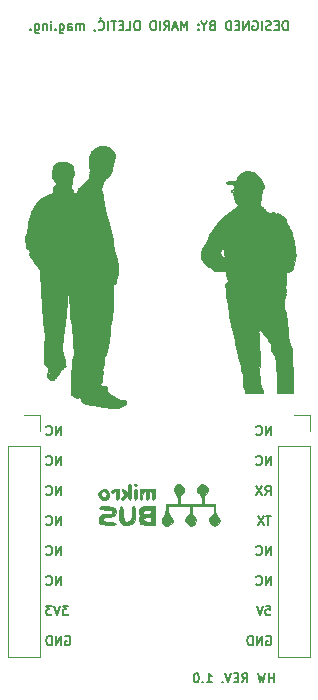
<source format=gbr>
G04 #@! TF.GenerationSoftware,KiCad,Pcbnew,(5.1.5)-3*
G04 #@! TF.CreationDate,2020-04-27T13:04:48+02:00*
G04 #@! TF.ProjectId,RS232_click,52533233-325f-4636-9c69-636b2e6b6963,rev?*
G04 #@! TF.SameCoordinates,Original*
G04 #@! TF.FileFunction,Legend,Bot*
G04 #@! TF.FilePolarity,Positive*
%FSLAX46Y46*%
G04 Gerber Fmt 4.6, Leading zero omitted, Abs format (unit mm)*
G04 Created by KiCad (PCBNEW (5.1.5)-3) date 2020-04-27 13:04:48*
%MOMM*%
%LPD*%
G04 APERTURE LIST*
%ADD10C,0.150000*%
%ADD11C,0.010000*%
%ADD12C,0.120000*%
G04 APERTURE END LIST*
D10*
X74385714Y-96864714D02*
X74385714Y-96102714D01*
X74204285Y-96102714D01*
X74095428Y-96139000D01*
X74022857Y-96211571D01*
X73986571Y-96284142D01*
X73950285Y-96429285D01*
X73950285Y-96538142D01*
X73986571Y-96683285D01*
X74022857Y-96755857D01*
X74095428Y-96828428D01*
X74204285Y-96864714D01*
X74385714Y-96864714D01*
X73623714Y-96465571D02*
X73369714Y-96465571D01*
X73260857Y-96864714D02*
X73623714Y-96864714D01*
X73623714Y-96102714D01*
X73260857Y-96102714D01*
X72970571Y-96828428D02*
X72861714Y-96864714D01*
X72680285Y-96864714D01*
X72607714Y-96828428D01*
X72571428Y-96792142D01*
X72535142Y-96719571D01*
X72535142Y-96647000D01*
X72571428Y-96574428D01*
X72607714Y-96538142D01*
X72680285Y-96501857D01*
X72825428Y-96465571D01*
X72898000Y-96429285D01*
X72934285Y-96393000D01*
X72970571Y-96320428D01*
X72970571Y-96247857D01*
X72934285Y-96175285D01*
X72898000Y-96139000D01*
X72825428Y-96102714D01*
X72644000Y-96102714D01*
X72535142Y-96139000D01*
X72208571Y-96864714D02*
X72208571Y-96102714D01*
X71446571Y-96139000D02*
X71519142Y-96102714D01*
X71628000Y-96102714D01*
X71736857Y-96139000D01*
X71809428Y-96211571D01*
X71845714Y-96284142D01*
X71882000Y-96429285D01*
X71882000Y-96538142D01*
X71845714Y-96683285D01*
X71809428Y-96755857D01*
X71736857Y-96828428D01*
X71628000Y-96864714D01*
X71555428Y-96864714D01*
X71446571Y-96828428D01*
X71410285Y-96792142D01*
X71410285Y-96538142D01*
X71555428Y-96538142D01*
X71083714Y-96864714D02*
X71083714Y-96102714D01*
X70648285Y-96864714D01*
X70648285Y-96102714D01*
X70285428Y-96465571D02*
X70031428Y-96465571D01*
X69922571Y-96864714D02*
X70285428Y-96864714D01*
X70285428Y-96102714D01*
X69922571Y-96102714D01*
X69596000Y-96864714D02*
X69596000Y-96102714D01*
X69414571Y-96102714D01*
X69305714Y-96139000D01*
X69233142Y-96211571D01*
X69196857Y-96284142D01*
X69160571Y-96429285D01*
X69160571Y-96538142D01*
X69196857Y-96683285D01*
X69233142Y-96755857D01*
X69305714Y-96828428D01*
X69414571Y-96864714D01*
X69596000Y-96864714D01*
X67999428Y-96465571D02*
X67890571Y-96501857D01*
X67854285Y-96538142D01*
X67818000Y-96610714D01*
X67818000Y-96719571D01*
X67854285Y-96792142D01*
X67890571Y-96828428D01*
X67963142Y-96864714D01*
X68253428Y-96864714D01*
X68253428Y-96102714D01*
X67999428Y-96102714D01*
X67926857Y-96139000D01*
X67890571Y-96175285D01*
X67854285Y-96247857D01*
X67854285Y-96320428D01*
X67890571Y-96393000D01*
X67926857Y-96429285D01*
X67999428Y-96465571D01*
X68253428Y-96465571D01*
X67346285Y-96501857D02*
X67346285Y-96864714D01*
X67600285Y-96102714D02*
X67346285Y-96501857D01*
X67092285Y-96102714D01*
X66838285Y-96792142D02*
X66802000Y-96828428D01*
X66838285Y-96864714D01*
X66874571Y-96828428D01*
X66838285Y-96792142D01*
X66838285Y-96864714D01*
X66838285Y-96393000D02*
X66802000Y-96429285D01*
X66838285Y-96465571D01*
X66874571Y-96429285D01*
X66838285Y-96393000D01*
X66838285Y-96465571D01*
X65894857Y-96864714D02*
X65894857Y-96102714D01*
X65640857Y-96647000D01*
X65386857Y-96102714D01*
X65386857Y-96864714D01*
X65060285Y-96647000D02*
X64697428Y-96647000D01*
X65132857Y-96864714D02*
X64878857Y-96102714D01*
X64624857Y-96864714D01*
X63935428Y-96864714D02*
X64189428Y-96501857D01*
X64370857Y-96864714D02*
X64370857Y-96102714D01*
X64080571Y-96102714D01*
X64008000Y-96139000D01*
X63971714Y-96175285D01*
X63935428Y-96247857D01*
X63935428Y-96356714D01*
X63971714Y-96429285D01*
X64008000Y-96465571D01*
X64080571Y-96501857D01*
X64370857Y-96501857D01*
X63608857Y-96864714D02*
X63608857Y-96102714D01*
X63100857Y-96102714D02*
X62955714Y-96102714D01*
X62883142Y-96139000D01*
X62810571Y-96211571D01*
X62774285Y-96356714D01*
X62774285Y-96610714D01*
X62810571Y-96755857D01*
X62883142Y-96828428D01*
X62955714Y-96864714D01*
X63100857Y-96864714D01*
X63173428Y-96828428D01*
X63246000Y-96755857D01*
X63282285Y-96610714D01*
X63282285Y-96356714D01*
X63246000Y-96211571D01*
X63173428Y-96139000D01*
X63100857Y-96102714D01*
X61722000Y-96102714D02*
X61576857Y-96102714D01*
X61504285Y-96139000D01*
X61431714Y-96211571D01*
X61395428Y-96356714D01*
X61395428Y-96610714D01*
X61431714Y-96755857D01*
X61504285Y-96828428D01*
X61576857Y-96864714D01*
X61722000Y-96864714D01*
X61794571Y-96828428D01*
X61867142Y-96755857D01*
X61903428Y-96610714D01*
X61903428Y-96356714D01*
X61867142Y-96211571D01*
X61794571Y-96139000D01*
X61722000Y-96102714D01*
X60706000Y-96864714D02*
X61068857Y-96864714D01*
X61068857Y-96102714D01*
X60452000Y-96465571D02*
X60198000Y-96465571D01*
X60089142Y-96864714D02*
X60452000Y-96864714D01*
X60452000Y-96102714D01*
X60089142Y-96102714D01*
X59871428Y-96102714D02*
X59436000Y-96102714D01*
X59653714Y-96864714D02*
X59653714Y-96102714D01*
X59182000Y-96864714D02*
X59182000Y-96102714D01*
X58383714Y-96792142D02*
X58420000Y-96828428D01*
X58528857Y-96864714D01*
X58601428Y-96864714D01*
X58710285Y-96828428D01*
X58782857Y-96755857D01*
X58819142Y-96683285D01*
X58855428Y-96538142D01*
X58855428Y-96429285D01*
X58819142Y-96284142D01*
X58782857Y-96211571D01*
X58710285Y-96139000D01*
X58601428Y-96102714D01*
X58528857Y-96102714D01*
X58420000Y-96139000D01*
X58383714Y-96175285D01*
X58492571Y-95812428D02*
X58601428Y-95921285D01*
X58020857Y-96828428D02*
X58020857Y-96864714D01*
X58057142Y-96937285D01*
X58093428Y-96973571D01*
X57113714Y-96864714D02*
X57113714Y-96356714D01*
X57113714Y-96429285D02*
X57077428Y-96393000D01*
X57004857Y-96356714D01*
X56896000Y-96356714D01*
X56823428Y-96393000D01*
X56787142Y-96465571D01*
X56787142Y-96864714D01*
X56787142Y-96465571D02*
X56750857Y-96393000D01*
X56678285Y-96356714D01*
X56569428Y-96356714D01*
X56496857Y-96393000D01*
X56460571Y-96465571D01*
X56460571Y-96864714D01*
X55771142Y-96864714D02*
X55771142Y-96465571D01*
X55807428Y-96393000D01*
X55880000Y-96356714D01*
X56025142Y-96356714D01*
X56097714Y-96393000D01*
X55771142Y-96828428D02*
X55843714Y-96864714D01*
X56025142Y-96864714D01*
X56097714Y-96828428D01*
X56134000Y-96755857D01*
X56134000Y-96683285D01*
X56097714Y-96610714D01*
X56025142Y-96574428D01*
X55843714Y-96574428D01*
X55771142Y-96538142D01*
X55081714Y-96356714D02*
X55081714Y-96973571D01*
X55118000Y-97046142D01*
X55154285Y-97082428D01*
X55226857Y-97118714D01*
X55335714Y-97118714D01*
X55408285Y-97082428D01*
X55081714Y-96828428D02*
X55154285Y-96864714D01*
X55299428Y-96864714D01*
X55372000Y-96828428D01*
X55408285Y-96792142D01*
X55444571Y-96719571D01*
X55444571Y-96501857D01*
X55408285Y-96429285D01*
X55372000Y-96393000D01*
X55299428Y-96356714D01*
X55154285Y-96356714D01*
X55081714Y-96393000D01*
X54718857Y-96792142D02*
X54682571Y-96828428D01*
X54718857Y-96864714D01*
X54755142Y-96828428D01*
X54718857Y-96792142D01*
X54718857Y-96864714D01*
X54356000Y-96864714D02*
X54356000Y-96356714D01*
X54356000Y-96102714D02*
X54392285Y-96139000D01*
X54356000Y-96175285D01*
X54319714Y-96139000D01*
X54356000Y-96102714D01*
X54356000Y-96175285D01*
X53993142Y-96356714D02*
X53993142Y-96864714D01*
X53993142Y-96429285D02*
X53956857Y-96393000D01*
X53884285Y-96356714D01*
X53775428Y-96356714D01*
X53702857Y-96393000D01*
X53666571Y-96465571D01*
X53666571Y-96864714D01*
X52977142Y-96356714D02*
X52977142Y-96973571D01*
X53013428Y-97046142D01*
X53049714Y-97082428D01*
X53122285Y-97118714D01*
X53231142Y-97118714D01*
X53303714Y-97082428D01*
X52977142Y-96828428D02*
X53049714Y-96864714D01*
X53194857Y-96864714D01*
X53267428Y-96828428D01*
X53303714Y-96792142D01*
X53340000Y-96719571D01*
X53340000Y-96501857D01*
X53303714Y-96429285D01*
X53267428Y-96393000D01*
X53194857Y-96356714D01*
X53049714Y-96356714D01*
X52977142Y-96393000D01*
X52614285Y-96792142D02*
X52578000Y-96828428D01*
X52614285Y-96864714D01*
X52650571Y-96828428D01*
X52614285Y-96792142D01*
X52614285Y-96864714D01*
X73224571Y-152109714D02*
X73224571Y-151347714D01*
X73224571Y-151710571D02*
X72789142Y-151710571D01*
X72789142Y-152109714D02*
X72789142Y-151347714D01*
X72498857Y-151347714D02*
X72317428Y-152109714D01*
X72172285Y-151565428D01*
X72027142Y-152109714D01*
X71845714Y-151347714D01*
X70539428Y-152109714D02*
X70793428Y-151746857D01*
X70974857Y-152109714D02*
X70974857Y-151347714D01*
X70684571Y-151347714D01*
X70612000Y-151384000D01*
X70575714Y-151420285D01*
X70539428Y-151492857D01*
X70539428Y-151601714D01*
X70575714Y-151674285D01*
X70612000Y-151710571D01*
X70684571Y-151746857D01*
X70974857Y-151746857D01*
X70212857Y-151710571D02*
X69958857Y-151710571D01*
X69850000Y-152109714D02*
X70212857Y-152109714D01*
X70212857Y-151347714D01*
X69850000Y-151347714D01*
X69632285Y-151347714D02*
X69378285Y-152109714D01*
X69124285Y-151347714D01*
X68870285Y-152037142D02*
X68834000Y-152073428D01*
X68870285Y-152109714D01*
X68906571Y-152073428D01*
X68870285Y-152037142D01*
X68870285Y-152109714D01*
X67527714Y-152109714D02*
X67963142Y-152109714D01*
X67745428Y-152109714D02*
X67745428Y-151347714D01*
X67818000Y-151456571D01*
X67890571Y-151529142D01*
X67963142Y-151565428D01*
X67201142Y-152037142D02*
X67164857Y-152073428D01*
X67201142Y-152109714D01*
X67237428Y-152073428D01*
X67201142Y-152037142D01*
X67201142Y-152109714D01*
X66693142Y-151347714D02*
X66620571Y-151347714D01*
X66548000Y-151384000D01*
X66511714Y-151420285D01*
X66475428Y-151492857D01*
X66439142Y-151638000D01*
X66439142Y-151819428D01*
X66475428Y-151964571D01*
X66511714Y-152037142D01*
X66548000Y-152073428D01*
X66620571Y-152109714D01*
X66693142Y-152109714D01*
X66765714Y-152073428D01*
X66802000Y-152037142D01*
X66838285Y-151964571D01*
X66874571Y-151819428D01*
X66874571Y-151638000D01*
X66838285Y-151492857D01*
X66802000Y-151420285D01*
X66765714Y-151384000D01*
X66693142Y-151347714D01*
X72988714Y-131154714D02*
X72988714Y-130392714D01*
X72553285Y-131154714D01*
X72553285Y-130392714D01*
X71755000Y-131082142D02*
X71791285Y-131118428D01*
X71900142Y-131154714D01*
X71972714Y-131154714D01*
X72081571Y-131118428D01*
X72154142Y-131045857D01*
X72190428Y-130973285D01*
X72226714Y-130828142D01*
X72226714Y-130719285D01*
X72190428Y-130574142D01*
X72154142Y-130501571D01*
X72081571Y-130429000D01*
X71972714Y-130392714D01*
X71900142Y-130392714D01*
X71791285Y-130429000D01*
X71755000Y-130465285D01*
X72988714Y-133694714D02*
X72988714Y-132932714D01*
X72553285Y-133694714D01*
X72553285Y-132932714D01*
X71755000Y-133622142D02*
X71791285Y-133658428D01*
X71900142Y-133694714D01*
X71972714Y-133694714D01*
X72081571Y-133658428D01*
X72154142Y-133585857D01*
X72190428Y-133513285D01*
X72226714Y-133368142D01*
X72226714Y-133259285D01*
X72190428Y-133114142D01*
X72154142Y-133041571D01*
X72081571Y-132969000D01*
X71972714Y-132932714D01*
X71900142Y-132932714D01*
X71791285Y-132969000D01*
X71755000Y-133005285D01*
X72988714Y-141314714D02*
X72988714Y-140552714D01*
X72553285Y-141314714D01*
X72553285Y-140552714D01*
X71755000Y-141242142D02*
X71791285Y-141278428D01*
X71900142Y-141314714D01*
X71972714Y-141314714D01*
X72081571Y-141278428D01*
X72154142Y-141205857D01*
X72190428Y-141133285D01*
X72226714Y-140988142D01*
X72226714Y-140879285D01*
X72190428Y-140734142D01*
X72154142Y-140661571D01*
X72081571Y-140589000D01*
X71972714Y-140552714D01*
X71900142Y-140552714D01*
X71791285Y-140589000D01*
X71755000Y-140625285D01*
X72988714Y-143854714D02*
X72988714Y-143092714D01*
X72553285Y-143854714D01*
X72553285Y-143092714D01*
X71755000Y-143782142D02*
X71791285Y-143818428D01*
X71900142Y-143854714D01*
X71972714Y-143854714D01*
X72081571Y-143818428D01*
X72154142Y-143745857D01*
X72190428Y-143673285D01*
X72226714Y-143528142D01*
X72226714Y-143419285D01*
X72190428Y-143274142D01*
X72154142Y-143201571D01*
X72081571Y-143129000D01*
X71972714Y-143092714D01*
X71900142Y-143092714D01*
X71791285Y-143129000D01*
X71755000Y-143165285D01*
X55208714Y-143854714D02*
X55208714Y-143092714D01*
X54773285Y-143854714D01*
X54773285Y-143092714D01*
X53975000Y-143782142D02*
X54011285Y-143818428D01*
X54120142Y-143854714D01*
X54192714Y-143854714D01*
X54301571Y-143818428D01*
X54374142Y-143745857D01*
X54410428Y-143673285D01*
X54446714Y-143528142D01*
X54446714Y-143419285D01*
X54410428Y-143274142D01*
X54374142Y-143201571D01*
X54301571Y-143129000D01*
X54192714Y-143092714D01*
X54120142Y-143092714D01*
X54011285Y-143129000D01*
X53975000Y-143165285D01*
X55208714Y-141314714D02*
X55208714Y-140552714D01*
X54773285Y-141314714D01*
X54773285Y-140552714D01*
X53975000Y-141242142D02*
X54011285Y-141278428D01*
X54120142Y-141314714D01*
X54192714Y-141314714D01*
X54301571Y-141278428D01*
X54374142Y-141205857D01*
X54410428Y-141133285D01*
X54446714Y-140988142D01*
X54446714Y-140879285D01*
X54410428Y-140734142D01*
X54374142Y-140661571D01*
X54301571Y-140589000D01*
X54192714Y-140552714D01*
X54120142Y-140552714D01*
X54011285Y-140589000D01*
X53975000Y-140625285D01*
X55208714Y-138774714D02*
X55208714Y-138012714D01*
X54773285Y-138774714D01*
X54773285Y-138012714D01*
X53975000Y-138702142D02*
X54011285Y-138738428D01*
X54120142Y-138774714D01*
X54192714Y-138774714D01*
X54301571Y-138738428D01*
X54374142Y-138665857D01*
X54410428Y-138593285D01*
X54446714Y-138448142D01*
X54446714Y-138339285D01*
X54410428Y-138194142D01*
X54374142Y-138121571D01*
X54301571Y-138049000D01*
X54192714Y-138012714D01*
X54120142Y-138012714D01*
X54011285Y-138049000D01*
X53975000Y-138085285D01*
X55208714Y-136234714D02*
X55208714Y-135472714D01*
X54773285Y-136234714D01*
X54773285Y-135472714D01*
X53975000Y-136162142D02*
X54011285Y-136198428D01*
X54120142Y-136234714D01*
X54192714Y-136234714D01*
X54301571Y-136198428D01*
X54374142Y-136125857D01*
X54410428Y-136053285D01*
X54446714Y-135908142D01*
X54446714Y-135799285D01*
X54410428Y-135654142D01*
X54374142Y-135581571D01*
X54301571Y-135509000D01*
X54192714Y-135472714D01*
X54120142Y-135472714D01*
X54011285Y-135509000D01*
X53975000Y-135545285D01*
X55208714Y-133694714D02*
X55208714Y-132932714D01*
X54773285Y-133694714D01*
X54773285Y-132932714D01*
X53975000Y-133622142D02*
X54011285Y-133658428D01*
X54120142Y-133694714D01*
X54192714Y-133694714D01*
X54301571Y-133658428D01*
X54374142Y-133585857D01*
X54410428Y-133513285D01*
X54446714Y-133368142D01*
X54446714Y-133259285D01*
X54410428Y-133114142D01*
X54374142Y-133041571D01*
X54301571Y-132969000D01*
X54192714Y-132932714D01*
X54120142Y-132932714D01*
X54011285Y-132969000D01*
X53975000Y-133005285D01*
X55208714Y-131154714D02*
X55208714Y-130392714D01*
X54773285Y-131154714D01*
X54773285Y-130392714D01*
X53975000Y-131082142D02*
X54011285Y-131118428D01*
X54120142Y-131154714D01*
X54192714Y-131154714D01*
X54301571Y-131118428D01*
X54374142Y-131045857D01*
X54410428Y-130973285D01*
X54446714Y-130828142D01*
X54446714Y-130719285D01*
X54410428Y-130574142D01*
X54374142Y-130501571D01*
X54301571Y-130429000D01*
X54192714Y-130392714D01*
X54120142Y-130392714D01*
X54011285Y-130429000D01*
X53975000Y-130465285D01*
X72535142Y-145632714D02*
X72898000Y-145632714D01*
X72934285Y-145995571D01*
X72898000Y-145959285D01*
X72825428Y-145923000D01*
X72644000Y-145923000D01*
X72571428Y-145959285D01*
X72535142Y-145995571D01*
X72498857Y-146068142D01*
X72498857Y-146249571D01*
X72535142Y-146322142D01*
X72571428Y-146358428D01*
X72644000Y-146394714D01*
X72825428Y-146394714D01*
X72898000Y-146358428D01*
X72934285Y-146322142D01*
X72281142Y-145632714D02*
X72027142Y-146394714D01*
X71773142Y-145632714D01*
X72589571Y-148209000D02*
X72662142Y-148172714D01*
X72771000Y-148172714D01*
X72879857Y-148209000D01*
X72952428Y-148281571D01*
X72988714Y-148354142D01*
X73025000Y-148499285D01*
X73025000Y-148608142D01*
X72988714Y-148753285D01*
X72952428Y-148825857D01*
X72879857Y-148898428D01*
X72771000Y-148934714D01*
X72698428Y-148934714D01*
X72589571Y-148898428D01*
X72553285Y-148862142D01*
X72553285Y-148608142D01*
X72698428Y-148608142D01*
X72226714Y-148934714D02*
X72226714Y-148172714D01*
X71791285Y-148934714D01*
X71791285Y-148172714D01*
X71428428Y-148934714D02*
X71428428Y-148172714D01*
X71247000Y-148172714D01*
X71138142Y-148209000D01*
X71065571Y-148281571D01*
X71029285Y-148354142D01*
X70993000Y-148499285D01*
X70993000Y-148608142D01*
X71029285Y-148753285D01*
X71065571Y-148825857D01*
X71138142Y-148898428D01*
X71247000Y-148934714D01*
X71428428Y-148934714D01*
X55571571Y-148209000D02*
X55644142Y-148172714D01*
X55753000Y-148172714D01*
X55861857Y-148209000D01*
X55934428Y-148281571D01*
X55970714Y-148354142D01*
X56007000Y-148499285D01*
X56007000Y-148608142D01*
X55970714Y-148753285D01*
X55934428Y-148825857D01*
X55861857Y-148898428D01*
X55753000Y-148934714D01*
X55680428Y-148934714D01*
X55571571Y-148898428D01*
X55535285Y-148862142D01*
X55535285Y-148608142D01*
X55680428Y-148608142D01*
X55208714Y-148934714D02*
X55208714Y-148172714D01*
X54773285Y-148934714D01*
X54773285Y-148172714D01*
X54410428Y-148934714D02*
X54410428Y-148172714D01*
X54229000Y-148172714D01*
X54120142Y-148209000D01*
X54047571Y-148281571D01*
X54011285Y-148354142D01*
X53975000Y-148499285D01*
X53975000Y-148608142D01*
X54011285Y-148753285D01*
X54047571Y-148825857D01*
X54120142Y-148898428D01*
X54229000Y-148934714D01*
X54410428Y-148934714D01*
X55807428Y-145632714D02*
X55335714Y-145632714D01*
X55589714Y-145923000D01*
X55480857Y-145923000D01*
X55408285Y-145959285D01*
X55372000Y-145995571D01*
X55335714Y-146068142D01*
X55335714Y-146249571D01*
X55372000Y-146322142D01*
X55408285Y-146358428D01*
X55480857Y-146394714D01*
X55698571Y-146394714D01*
X55771142Y-146358428D01*
X55807428Y-146322142D01*
X55118000Y-145632714D02*
X54864000Y-146394714D01*
X54610000Y-145632714D01*
X54428571Y-145632714D02*
X53956857Y-145632714D01*
X54210857Y-145923000D01*
X54102000Y-145923000D01*
X54029428Y-145959285D01*
X53993142Y-145995571D01*
X53956857Y-146068142D01*
X53956857Y-146249571D01*
X53993142Y-146322142D01*
X54029428Y-146358428D01*
X54102000Y-146394714D01*
X54319714Y-146394714D01*
X54392285Y-146358428D01*
X54428571Y-146322142D01*
X72517000Y-136234714D02*
X72771000Y-135871857D01*
X72952428Y-136234714D02*
X72952428Y-135472714D01*
X72662142Y-135472714D01*
X72589571Y-135509000D01*
X72553285Y-135545285D01*
X72517000Y-135617857D01*
X72517000Y-135726714D01*
X72553285Y-135799285D01*
X72589571Y-135835571D01*
X72662142Y-135871857D01*
X72952428Y-135871857D01*
X72263000Y-135472714D02*
X71755000Y-136234714D01*
X71755000Y-135472714D02*
X72263000Y-136234714D01*
X72970571Y-138012714D02*
X72535142Y-138012714D01*
X72752857Y-138774714D02*
X72752857Y-138012714D01*
X72353714Y-138012714D02*
X71845714Y-138774714D01*
X71845714Y-138012714D02*
X72353714Y-138774714D01*
D11*
G36*
X57605983Y-108853654D02*
G01*
X57603402Y-108893656D01*
X57605983Y-108902500D01*
X57613114Y-108904954D01*
X57615838Y-108878077D01*
X57612767Y-108850339D01*
X57605983Y-108853654D01*
G37*
X57605983Y-108853654D02*
X57603402Y-108893656D01*
X57605983Y-108902500D01*
X57613114Y-108904954D01*
X57615838Y-108878077D01*
X57612767Y-108850339D01*
X57605983Y-108853654D01*
G36*
X58799221Y-106664307D02*
G01*
X58702500Y-106669161D01*
X58678063Y-106670621D01*
X58566475Y-106678776D01*
X58487924Y-106688129D01*
X58436373Y-106699712D01*
X58405783Y-106714554D01*
X58401950Y-106717729D01*
X58358575Y-106745067D01*
X58300990Y-106768140D01*
X58295311Y-106769778D01*
X58249604Y-106786662D01*
X58225652Y-106803830D01*
X58224615Y-106807165D01*
X58207588Y-106822607D01*
X58164709Y-106840491D01*
X58142419Y-106847165D01*
X58060409Y-106885610D01*
X57985546Y-106954136D01*
X57930263Y-107010523D01*
X57871634Y-107060747D01*
X57843050Y-107080888D01*
X57800311Y-107112658D01*
X57776802Y-107140546D01*
X57775230Y-107146609D01*
X57762595Y-107180918D01*
X57753722Y-107191923D01*
X57733981Y-107222092D01*
X57705200Y-107278306D01*
X57671783Y-107350387D01*
X57638135Y-107428155D01*
X57608660Y-107501434D01*
X57587762Y-107560043D01*
X57579846Y-107593759D01*
X57570684Y-107640848D01*
X57558708Y-107669680D01*
X57547469Y-107718055D01*
X57548810Y-107788840D01*
X57550772Y-107805165D01*
X57562039Y-107864561D01*
X57577595Y-107893637D01*
X57601218Y-107901154D01*
X57632056Y-107905294D01*
X57632751Y-107921626D01*
X57603118Y-107956014D01*
X57599384Y-107959769D01*
X57578113Y-107988469D01*
X57566074Y-108028384D01*
X57560980Y-108090178D01*
X57560307Y-108142128D01*
X57562181Y-108213890D01*
X57567121Y-108269841D01*
X57574105Y-108298964D01*
X57574961Y-108300064D01*
X57587392Y-108328992D01*
X57593689Y-108366820D01*
X57604093Y-108485886D01*
X57614365Y-108570471D01*
X57625428Y-108625157D01*
X57638206Y-108654523D01*
X57653399Y-108663153D01*
X57668587Y-108669098D01*
X57675936Y-108692032D01*
X57676467Y-108739604D01*
X57672347Y-108804807D01*
X57665215Y-108892070D01*
X57658075Y-108950771D01*
X57648224Y-108991335D01*
X57632959Y-109024185D01*
X57609575Y-109059743D01*
X57604269Y-109067273D01*
X57570538Y-109122549D01*
X57564629Y-109163777D01*
X57587342Y-109205135D01*
X57613695Y-109234509D01*
X57646215Y-109273449D01*
X57650840Y-109296505D01*
X57640840Y-109306453D01*
X57601311Y-109315298D01*
X57574827Y-109312271D01*
X57546574Y-109310379D01*
X57542218Y-109332865D01*
X57545169Y-109348859D01*
X57558905Y-109399932D01*
X57568977Y-109428273D01*
X57568016Y-109459585D01*
X57547067Y-109472205D01*
X57514297Y-109494914D01*
X57475473Y-109537766D01*
X57463484Y-109554310D01*
X57418628Y-109606575D01*
X57357368Y-109661668D01*
X57321864Y-109687971D01*
X57279912Y-109720479D01*
X57215930Y-109775463D01*
X57135564Y-109847811D01*
X57044459Y-109932413D01*
X56948262Y-110024158D01*
X56917526Y-110053994D01*
X56815805Y-110153621D01*
X56738936Y-110230397D01*
X56683483Y-110288434D01*
X56646009Y-110331840D01*
X56623080Y-110364726D01*
X56611259Y-110391202D01*
X56607111Y-110415377D01*
X56606830Y-110425655D01*
X56592297Y-110502273D01*
X56553921Y-110574321D01*
X56499542Y-110633111D01*
X56436996Y-110669958D01*
X56379925Y-110677142D01*
X56335700Y-110662592D01*
X56283074Y-110634086D01*
X56234007Y-110599694D01*
X56200460Y-110567487D01*
X56192615Y-110550762D01*
X56206389Y-110516743D01*
X56221923Y-110499769D01*
X56243887Y-110467946D01*
X56250669Y-110431350D01*
X56240961Y-110405787D01*
X56230002Y-110402077D01*
X56203272Y-110391409D01*
X56157423Y-110364016D01*
X56122540Y-110340149D01*
X56071433Y-110300048D01*
X56045669Y-110266490D01*
X56036917Y-110226195D01*
X56036307Y-110202752D01*
X56044491Y-110130735D01*
X56064283Y-110060372D01*
X56065284Y-110057933D01*
X56089157Y-109983639D01*
X56112654Y-109879553D01*
X56134168Y-109754940D01*
X56152094Y-109619066D01*
X56164591Y-109484546D01*
X56173756Y-109382983D01*
X56186049Y-109310110D01*
X56204407Y-109255541D01*
X56231763Y-109208889D01*
X56248856Y-109186380D01*
X56259450Y-109165160D01*
X56265900Y-109129352D01*
X56268454Y-109072983D01*
X56267365Y-108990079D01*
X56262882Y-108874668D01*
X56262391Y-108863996D01*
X56256476Y-108760947D01*
X56249207Y-108671551D01*
X56241351Y-108603200D01*
X56233671Y-108563288D01*
X56230574Y-108556669D01*
X56217411Y-108525237D01*
X56212154Y-108477989D01*
X56195382Y-108413276D01*
X56153164Y-108342399D01*
X56013978Y-108342399D01*
X56008919Y-108366041D01*
X55997230Y-108370077D01*
X55978810Y-108354804D01*
X55977692Y-108347192D01*
X55965614Y-108315749D01*
X55946697Y-108290058D01*
X55926532Y-108264891D01*
X55934863Y-108259100D01*
X55950194Y-108260871D01*
X55979142Y-108277106D01*
X56002228Y-108308518D01*
X56013978Y-108342399D01*
X56153164Y-108342399D01*
X56145197Y-108329025D01*
X56131970Y-108310935D01*
X56082837Y-108250133D01*
X56042338Y-108214562D01*
X55999326Y-108195751D01*
X55972525Y-108189829D01*
X55902805Y-108168528D01*
X55833469Y-108134383D01*
X55823132Y-108127689D01*
X55757563Y-108092727D01*
X55686434Y-108068419D01*
X55674846Y-108066043D01*
X55617855Y-108052005D01*
X55575189Y-108034474D01*
X55569280Y-108030490D01*
X55533130Y-108018006D01*
X55467425Y-108009662D01*
X55381455Y-108005375D01*
X55284514Y-108005061D01*
X55185892Y-108008636D01*
X55094881Y-108016017D01*
X55020774Y-108027121D01*
X54987705Y-108035731D01*
X54837942Y-108105902D01*
X54704891Y-108206723D01*
X54633143Y-108284309D01*
X54585002Y-108342243D01*
X54539709Y-108392625D01*
X54514680Y-108417484D01*
X54487879Y-108450655D01*
X54494060Y-108468567D01*
X54504626Y-108488956D01*
X54503926Y-108534349D01*
X54492700Y-108606775D01*
X54479355Y-108684825D01*
X54468650Y-108758186D01*
X54463948Y-108799923D01*
X54453991Y-108888997D01*
X54440285Y-108970421D01*
X54425101Y-109032038D01*
X54416505Y-109053923D01*
X54409089Y-109094389D01*
X54410985Y-109158857D01*
X54420320Y-109233885D01*
X54435222Y-109306033D01*
X54453818Y-109361861D01*
X54461357Y-109375838D01*
X54484263Y-109417909D01*
X54492769Y-109446178D01*
X54504648Y-109471519D01*
X54535064Y-109515860D01*
X54576186Y-109569360D01*
X54620181Y-109622180D01*
X54659219Y-109664480D01*
X54682749Y-109684875D01*
X54717302Y-109725198D01*
X54746306Y-109791682D01*
X54766564Y-109871479D01*
X54774879Y-109951743D01*
X54768053Y-110019629D01*
X54766990Y-110023371D01*
X54755081Y-110055098D01*
X54748633Y-110057021D01*
X54748448Y-110055269D01*
X54733109Y-110031931D01*
X54698090Y-110031191D01*
X54652476Y-110049198D01*
X54605355Y-110082103D01*
X54565814Y-110126055D01*
X54560056Y-110135088D01*
X54540526Y-110177445D01*
X54529733Y-110229897D01*
X54526027Y-110303556D01*
X54526484Y-110360923D01*
X54522092Y-110488607D01*
X54500363Y-110586003D01*
X54457194Y-110659586D01*
X54388485Y-110715835D01*
X54290135Y-110761227D01*
X54268077Y-110769050D01*
X54200072Y-110794187D01*
X54109999Y-110830018D01*
X54011368Y-110871079D01*
X53945692Y-110899467D01*
X53842445Y-110945312D01*
X53760484Y-110983035D01*
X53685100Y-111019723D01*
X53601585Y-111062467D01*
X53533876Y-111097961D01*
X53483398Y-111133730D01*
X53415174Y-111195102D01*
X53334525Y-111276138D01*
X53246771Y-111370897D01*
X53157232Y-111473442D01*
X53071229Y-111577832D01*
X52994082Y-111678128D01*
X52931113Y-111768390D01*
X52925474Y-111777147D01*
X52906790Y-111812563D01*
X52882558Y-111865877D01*
X52858320Y-111923829D01*
X52839620Y-111973157D01*
X52832001Y-112000602D01*
X52832000Y-112000766D01*
X52818571Y-112027050D01*
X52801851Y-112044005D01*
X52772494Y-112081722D01*
X52737122Y-112146974D01*
X52700348Y-112229692D01*
X52666784Y-112319808D01*
X52648590Y-112378591D01*
X52629658Y-112441993D01*
X52602160Y-112528919D01*
X52570379Y-112625991D01*
X52549494Y-112688077D01*
X52511058Y-112801511D01*
X52482997Y-112886373D01*
X52462863Y-112951005D01*
X52448212Y-113003747D01*
X52436596Y-113052942D01*
X52425569Y-113106931D01*
X52423435Y-113117923D01*
X52407754Y-113216639D01*
X52392881Y-113341693D01*
X52379919Y-113480345D01*
X52369974Y-113619856D01*
X52364150Y-113747488D01*
X52363093Y-113813939D01*
X52351447Y-113960801D01*
X52314039Y-114086773D01*
X52247116Y-114203255D01*
X52225406Y-114232136D01*
X52188710Y-114291460D01*
X52154293Y-114367445D01*
X52139137Y-114411751D01*
X52120376Y-114544668D01*
X52136623Y-114690718D01*
X52187446Y-114846567D01*
X52198707Y-114872079D01*
X52227203Y-114947316D01*
X52241780Y-115024932D01*
X52245846Y-115122164D01*
X52251103Y-115228975D01*
X52270084Y-115308208D01*
X52307606Y-115370336D01*
X52368485Y-115425828D01*
X52393885Y-115444032D01*
X52466224Y-115504156D01*
X52521866Y-115570455D01*
X52553656Y-115633443D01*
X52558388Y-115662144D01*
X52550312Y-115701269D01*
X52530337Y-115754332D01*
X52525856Y-115764048D01*
X52508868Y-115804129D01*
X52503354Y-115838700D01*
X52509593Y-115881619D01*
X52527868Y-115946743D01*
X52529687Y-115952761D01*
X52559690Y-116038842D01*
X52589741Y-116092388D01*
X52624753Y-116119636D01*
X52666862Y-116126846D01*
X52702813Y-116136774D01*
X52733677Y-116171925D01*
X52753390Y-116208670D01*
X52777761Y-116269496D01*
X52791674Y-116324344D01*
X52792923Y-116339010D01*
X52804228Y-116395507D01*
X52833721Y-116469703D01*
X52874770Y-116549116D01*
X52920741Y-116621263D01*
X52965003Y-116673664D01*
X52975472Y-116682559D01*
X53034948Y-116715898D01*
X53098423Y-116735094D01*
X53105026Y-116735896D01*
X53153159Y-116746048D01*
X53179550Y-116772899D01*
X53193885Y-116810692D01*
X53235729Y-116921743D01*
X53290614Y-117013746D01*
X53343377Y-117078191D01*
X53386178Y-117132035D01*
X53416770Y-117181868D01*
X53425672Y-117205191D01*
X53428499Y-117235288D01*
X53432350Y-117299367D01*
X53436994Y-117392351D01*
X53442199Y-117509165D01*
X53447733Y-117644733D01*
X53453366Y-117793980D01*
X53456264Y-117875538D01*
X53462434Y-118043408D01*
X53469241Y-118212268D01*
X53476335Y-118374500D01*
X53483366Y-118522490D01*
X53489982Y-118648622D01*
X53495833Y-118745280D01*
X53497179Y-118764538D01*
X53505476Y-118883288D01*
X53514884Y-119025271D01*
X53524386Y-119174701D01*
X53532962Y-119315794D01*
X53535003Y-119350692D01*
X53543231Y-119488066D01*
X53552745Y-119639305D01*
X53562496Y-119788161D01*
X53571434Y-119918384D01*
X53573455Y-119946615D01*
X53585564Y-120116206D01*
X53598874Y-120306481D01*
X53612817Y-120509025D01*
X53626826Y-120715423D01*
X53640335Y-120917257D01*
X53652776Y-121106114D01*
X53663583Y-121273577D01*
X53672189Y-121411231D01*
X53672830Y-121421769D01*
X53680391Y-121529169D01*
X53689262Y-121628112D01*
X53698480Y-121709351D01*
X53707083Y-121763640D01*
X53709449Y-121773461D01*
X53718043Y-121820180D01*
X53726643Y-121895181D01*
X53734193Y-121987688D01*
X53739185Y-122076307D01*
X53747171Y-122193635D01*
X53759798Y-122303905D01*
X53775441Y-122394307D01*
X53783867Y-122428000D01*
X53809218Y-122561791D01*
X53816852Y-122729442D01*
X53816842Y-122730846D01*
X53815494Y-122825705D01*
X53812794Y-122947080D01*
X53808947Y-123089452D01*
X53804159Y-123247302D01*
X53798634Y-123415113D01*
X53792578Y-123587366D01*
X53786196Y-123758543D01*
X53779692Y-123923125D01*
X53773272Y-124075594D01*
X53767141Y-124210433D01*
X53761504Y-124322122D01*
X53756566Y-124405143D01*
X53752948Y-124450230D01*
X53747192Y-124572779D01*
X53752928Y-124699066D01*
X53757538Y-124738330D01*
X53767814Y-124862237D01*
X53759338Y-124967289D01*
X53756407Y-124982561D01*
X53745403Y-125054235D01*
X53748773Y-125103898D01*
X53760384Y-125134288D01*
X53791310Y-125175402D01*
X53845308Y-125229784D01*
X53912955Y-125288998D01*
X53984826Y-125344609D01*
X54028576Y-125374343D01*
X54065679Y-125406187D01*
X54079036Y-125447965D01*
X54079364Y-125481234D01*
X54082288Y-125565515D01*
X54100005Y-125616402D01*
X54134220Y-125637320D01*
X54157208Y-125637700D01*
X54192887Y-125638634D01*
X54209360Y-125658588D01*
X54215916Y-125700256D01*
X54218786Y-125744232D01*
X54212011Y-125755242D01*
X54190296Y-125739156D01*
X54185069Y-125734448D01*
X54152190Y-125708902D01*
X54134407Y-125700692D01*
X54117006Y-125717903D01*
X54093340Y-125762897D01*
X54067267Y-125825712D01*
X54042648Y-125896389D01*
X54023340Y-125964967D01*
X54014512Y-126010140D01*
X54009308Y-126073846D01*
X54016382Y-126127887D01*
X54039036Y-126190088D01*
X54053865Y-126222667D01*
X54099067Y-126301691D01*
X54157284Y-126381425D01*
X54193211Y-126421487D01*
X54279520Y-126507283D01*
X54430106Y-126495931D01*
X54509833Y-126488292D01*
X54560186Y-126478106D01*
X54590864Y-126462387D01*
X54610000Y-126440545D01*
X54642935Y-126399040D01*
X54667582Y-126375870D01*
X54693602Y-126353117D01*
X54738753Y-126310122D01*
X54794931Y-126254670D01*
X54818215Y-126231211D01*
X54901960Y-126139450D01*
X54976158Y-126041523D01*
X55003817Y-125997390D01*
X54378250Y-125997390D01*
X54376330Y-126027500D01*
X54338839Y-126069831D01*
X54331337Y-126076282D01*
X54262739Y-126119777D01*
X54201471Y-126126652D01*
X54149696Y-126102626D01*
X54124116Y-126080699D01*
X54130044Y-126068350D01*
X54145849Y-126061502D01*
X54170330Y-126043274D01*
X54161444Y-126025738D01*
X54124570Y-126014655D01*
X54100847Y-126013307D01*
X54056430Y-126002720D01*
X54043725Y-125970580D01*
X54062681Y-125916319D01*
X54088124Y-125874543D01*
X54132219Y-125823799D01*
X54170107Y-125810994D01*
X54201037Y-125836267D01*
X54209210Y-125852115D01*
X54232982Y-125885917D01*
X54253171Y-125896077D01*
X54274540Y-125905143D01*
X54275532Y-125910730D01*
X54274673Y-125940999D01*
X54275532Y-125961969D01*
X54282251Y-125986641D01*
X54303413Y-125977274D01*
X54307154Y-125974230D01*
X54331951Y-125941576D01*
X54336461Y-125924145D01*
X54351118Y-125890913D01*
X54358833Y-125884557D01*
X54373508Y-125886478D01*
X54371553Y-125921217D01*
X54370020Y-125969041D01*
X54378250Y-125997390D01*
X55003817Y-125997390D01*
X55047791Y-125927225D01*
X55123835Y-125786353D01*
X55127769Y-125778644D01*
X55192717Y-125677398D01*
X55275270Y-125600451D01*
X55281057Y-125596286D01*
X55340578Y-125548014D01*
X55391416Y-125496508D01*
X55412808Y-125468081D01*
X55456653Y-125417634D01*
X55513466Y-125376899D01*
X55518404Y-125374436D01*
X55565685Y-125345331D01*
X55584780Y-125311029D01*
X55586923Y-125285481D01*
X55579537Y-125228965D01*
X55565862Y-125189847D01*
X55554594Y-125151279D01*
X55544913Y-125087156D01*
X55538832Y-125010996D01*
X55538656Y-125007051D01*
X55534133Y-124934446D01*
X55527944Y-124876865D01*
X55521353Y-124845746D01*
X55520709Y-124844512D01*
X55511075Y-124814408D01*
X55501218Y-124762137D01*
X55498440Y-124742111D01*
X55474296Y-124600293D01*
X55436043Y-124461842D01*
X55404259Y-124371962D01*
X55363654Y-124253826D01*
X55339609Y-124153312D01*
X55329228Y-124054150D01*
X55329239Y-123950590D01*
X55325954Y-123838546D01*
X55308652Y-123753181D01*
X55304243Y-123741593D01*
X55287235Y-123676978D01*
X55278883Y-123594684D01*
X55279167Y-123508790D01*
X55288065Y-123433373D01*
X55304776Y-123383762D01*
X55326921Y-123333115D01*
X55339302Y-123286070D01*
X55352266Y-123231517D01*
X55372841Y-123164287D01*
X55380186Y-123143241D01*
X55399926Y-123066599D01*
X55409707Y-122984590D01*
X55409953Y-122967395D01*
X55409384Y-122800368D01*
X55412651Y-122646552D01*
X55419401Y-122510855D01*
X55429280Y-122398184D01*
X55441936Y-122313448D01*
X55457014Y-122261552D01*
X55461295Y-122254034D01*
X55478584Y-122207436D01*
X55488065Y-122134147D01*
X55489230Y-122093884D01*
X55493749Y-122016553D01*
X55505388Y-121944537D01*
X55516293Y-121907732D01*
X55532275Y-121840288D01*
X55538568Y-121738272D01*
X55537665Y-121656230D01*
X55539015Y-121515655D01*
X55552860Y-121411357D01*
X55560480Y-121383855D01*
X55576077Y-121319367D01*
X55589342Y-121234433D01*
X55597259Y-121149393D01*
X55603426Y-121058600D01*
X55612426Y-120949193D01*
X55622566Y-120841372D01*
X55625182Y-120816077D01*
X55635790Y-120708661D01*
X55646198Y-120591249D01*
X55654479Y-120485822D01*
X55655828Y-120466352D01*
X55663253Y-120385729D01*
X55673244Y-120316833D01*
X55683957Y-120271630D01*
X55686859Y-120264806D01*
X55693442Y-120234096D01*
X55699739Y-120171082D01*
X55705326Y-120082538D01*
X55709779Y-119975236D01*
X55712671Y-119855950D01*
X55712725Y-119852531D01*
X55718213Y-119660491D01*
X55728292Y-119505496D01*
X55743237Y-119385750D01*
X55763324Y-119299462D01*
X55788828Y-119244836D01*
X55809155Y-119225014D01*
X55841025Y-119216127D01*
X55869812Y-119239347D01*
X55872817Y-119243230D01*
X55887957Y-119272101D01*
X55894001Y-119312864D01*
X55891704Y-119375700D01*
X55886570Y-119428846D01*
X55876583Y-119569938D01*
X55876944Y-119703360D01*
X55887322Y-119817767D01*
X55899612Y-119877760D01*
X55907997Y-119924481D01*
X55916449Y-119999491D01*
X55923927Y-120092018D01*
X55928939Y-120180861D01*
X55934056Y-120288328D01*
X55940543Y-120413004D01*
X55947962Y-120547606D01*
X55955879Y-120684852D01*
X55963859Y-120817460D01*
X55971465Y-120938148D01*
X55978261Y-121039634D01*
X55983814Y-121114637D01*
X55986804Y-121148230D01*
X56004992Y-121299784D01*
X56025166Y-121428363D01*
X56046345Y-121528500D01*
X56066367Y-121591983D01*
X56084903Y-121652685D01*
X56100183Y-121732146D01*
X56106965Y-121791168D01*
X56114638Y-121862166D01*
X56125138Y-121920774D01*
X56134455Y-121950159D01*
X56142224Y-121983560D01*
X56148287Y-122045638D01*
X56151820Y-122126005D01*
X56152386Y-122176683D01*
X56155039Y-122283539D01*
X56162244Y-122398145D01*
X56172615Y-122500193D01*
X56176193Y-122525692D01*
X56184852Y-122605816D01*
X56191257Y-122712548D01*
X56194887Y-122833458D01*
X56195225Y-122956115D01*
X56194939Y-122975077D01*
X56194118Y-123090423D01*
X56196471Y-123198410D01*
X56202706Y-123306669D01*
X56213535Y-123422830D01*
X56229668Y-123554525D01*
X56251816Y-123709384D01*
X56280424Y-123893384D01*
X56299168Y-124028494D01*
X56307667Y-124133192D01*
X56305859Y-124205203D01*
X56293677Y-124242252D01*
X56290307Y-124245077D01*
X56276305Y-124271452D01*
X56270769Y-124315393D01*
X56261703Y-124370599D01*
X56239224Y-124434508D01*
X56232271Y-124449096D01*
X56220701Y-124474779D01*
X56210425Y-124505894D01*
X56200982Y-124546288D01*
X56191910Y-124599806D01*
X56182746Y-124670296D01*
X56173030Y-124761603D01*
X56162301Y-124877573D01*
X56150095Y-125022052D01*
X56135952Y-125198887D01*
X56124265Y-125349000D01*
X56113263Y-125477246D01*
X56100419Y-125604456D01*
X56086888Y-125720523D01*
X56073827Y-125815342D01*
X56064970Y-125866769D01*
X56048092Y-125962010D01*
X56034576Y-126065121D01*
X56024163Y-126181046D01*
X56016595Y-126314730D01*
X56011612Y-126471117D01*
X56008956Y-126655149D01*
X56008369Y-126871772D01*
X56008561Y-126944915D01*
X56009420Y-127106424D01*
X56010861Y-127233479D01*
X56013156Y-127330704D01*
X56016577Y-127402721D01*
X56021397Y-127454152D01*
X56027887Y-127489621D01*
X56036321Y-127513750D01*
X56042725Y-127525166D01*
X56061306Y-127565887D01*
X56055629Y-127586288D01*
X56039910Y-127615588D01*
X56037596Y-127663847D01*
X56048095Y-127713540D01*
X56060730Y-127737319D01*
X56094428Y-127762071D01*
X56148412Y-127784905D01*
X56165916Y-127790039D01*
X56240576Y-127818566D01*
X56279868Y-127857570D01*
X56286829Y-127910313D01*
X56285491Y-127918489D01*
X56282996Y-127945216D01*
X56291788Y-127963511D01*
X56318109Y-127975580D01*
X56368204Y-127983627D01*
X56448318Y-127989856D01*
X56495461Y-127992634D01*
X56604665Y-127992337D01*
X56678023Y-127977087D01*
X56685961Y-127973491D01*
X56729087Y-127957454D01*
X56767560Y-127962783D01*
X56800020Y-127977808D01*
X56839988Y-128010620D01*
X56878834Y-128061511D01*
X56910037Y-128118666D01*
X56927075Y-128170273D01*
X56924385Y-128203108D01*
X56918944Y-128235170D01*
X56923137Y-128284750D01*
X56923676Y-128287713D01*
X56955114Y-128350679D01*
X57024464Y-128409820D01*
X57130705Y-128464664D01*
X57272816Y-128514740D01*
X57449776Y-128559578D01*
X57560307Y-128581600D01*
X57793515Y-128622999D01*
X58019347Y-128660566D01*
X58228146Y-128692762D01*
X58410255Y-128718047D01*
X58439538Y-128721756D01*
X58546558Y-128736359D01*
X58655644Y-128753397D01*
X58751500Y-128770381D01*
X58801000Y-128780558D01*
X58890394Y-128798089D01*
X58996691Y-128815151D01*
X59097837Y-128828226D01*
X59103846Y-128828868D01*
X59203773Y-128839929D01*
X59310326Y-128852578D01*
X59401509Y-128864198D01*
X59406692Y-128864898D01*
X59521613Y-128875881D01*
X59651749Y-128880933D01*
X59784808Y-128880223D01*
X59908498Y-128873920D01*
X60010526Y-128862191D01*
X60041692Y-128856204D01*
X60185328Y-128820576D01*
X60298291Y-128784408D01*
X60388899Y-128744618D01*
X60462079Y-128700496D01*
X60526995Y-128657152D01*
X60589597Y-128618136D01*
X60621439Y-128599967D01*
X60675611Y-128550944D01*
X60704086Y-128480824D01*
X60705807Y-128398840D01*
X60679720Y-128314221D01*
X60658314Y-128277280D01*
X60625104Y-128237397D01*
X60584174Y-128210206D01*
X60527811Y-128193458D01*
X60448302Y-128184906D01*
X60337934Y-128182305D01*
X60332270Y-128182292D01*
X60232805Y-128175381D01*
X60147859Y-128156705D01*
X60085610Y-128128829D01*
X60054571Y-128095211D01*
X60030778Y-128074916D01*
X60015102Y-128076276D01*
X59978603Y-128073698D01*
X59920452Y-128051723D01*
X59849765Y-128015045D01*
X59775656Y-127968359D01*
X59711387Y-127919852D01*
X59661337Y-127881200D01*
X59621189Y-127855803D01*
X59605113Y-127849920D01*
X59571130Y-127838238D01*
X59515071Y-127806846D01*
X59444740Y-127761217D01*
X59367940Y-127706826D01*
X59292475Y-127649146D01*
X59226147Y-127593652D01*
X59186884Y-127556545D01*
X59121231Y-127481758D01*
X59088747Y-127425488D01*
X59088881Y-127386504D01*
X59103846Y-127371230D01*
X59117763Y-127343069D01*
X59122849Y-127290427D01*
X59119594Y-127226772D01*
X59108491Y-127165573D01*
X59097954Y-127136840D01*
X57768346Y-127136840D01*
X57766618Y-127174163D01*
X57765002Y-127192120D01*
X57753520Y-127273037D01*
X57738213Y-127315490D01*
X57727308Y-127322384D01*
X57726776Y-127305527D01*
X57726836Y-127305152D01*
X57579846Y-127305152D01*
X57567808Y-127315745D01*
X57560307Y-127312615D01*
X57546470Y-127320250D01*
X57540778Y-127358263D01*
X57540769Y-127360308D01*
X57534771Y-127401953D01*
X57520279Y-127420052D01*
X57519678Y-127420077D01*
X57507507Y-127403060D01*
X57512207Y-127356577D01*
X57524072Y-127308540D01*
X57534226Y-127278863D01*
X57534647Y-127278104D01*
X57554098Y-127271529D01*
X57574638Y-127287784D01*
X57579846Y-127305152D01*
X57726836Y-127305152D01*
X57733551Y-127263603D01*
X57736540Y-127249115D01*
X57743500Y-127218307D01*
X57439354Y-127218307D01*
X57434440Y-127261485D01*
X57414879Y-127318922D01*
X57405162Y-127339644D01*
X57380315Y-127396663D01*
X57366167Y-127445244D01*
X57364923Y-127457222D01*
X57356123Y-127494949D01*
X57345384Y-127508000D01*
X57331232Y-127534450D01*
X57325846Y-127576764D01*
X57320505Y-127626597D01*
X57306785Y-127689407D01*
X57288140Y-127753998D01*
X57268023Y-127809172D01*
X57249890Y-127843733D01*
X57241581Y-127849923D01*
X57230743Y-127835860D01*
X57232826Y-127825500D01*
X57245021Y-127783960D01*
X57262247Y-127715510D01*
X57281871Y-127631556D01*
X57301262Y-127543506D01*
X57317787Y-127462766D01*
X57323317Y-127433354D01*
X57343030Y-127355768D01*
X57370950Y-127281665D01*
X57388603Y-127247739D01*
X57416475Y-127205594D01*
X57431031Y-127194184D01*
X57438058Y-127210156D01*
X57439354Y-127218307D01*
X57743500Y-127218307D01*
X57753547Y-127173836D01*
X57764069Y-127136571D01*
X57768346Y-127136840D01*
X59097954Y-127136840D01*
X59094998Y-127128781D01*
X59058292Y-127081778D01*
X59034518Y-127068384D01*
X57775230Y-127068384D01*
X57768082Y-127084467D01*
X57762205Y-127081410D01*
X57759866Y-127058222D01*
X57762205Y-127055359D01*
X57773820Y-127058041D01*
X57775230Y-127068384D01*
X59034518Y-127068384D01*
X59001338Y-127049692D01*
X58955517Y-127039077D01*
X57638461Y-127039077D01*
X57628692Y-127048846D01*
X57618923Y-127039077D01*
X57628692Y-127029307D01*
X57638461Y-127039077D01*
X58955517Y-127039077D01*
X58918319Y-127030460D01*
X58803422Y-127022019D01*
X58793458Y-127021765D01*
X58696532Y-127015751D01*
X58629544Y-126999955D01*
X58583716Y-126969889D01*
X58577574Y-126960923D01*
X57658000Y-126960923D01*
X57648230Y-126970692D01*
X57638461Y-126960923D01*
X57648230Y-126951154D01*
X57658000Y-126960923D01*
X58577574Y-126960923D01*
X58550270Y-126921068D01*
X58536329Y-126890361D01*
X58522826Y-126845580D01*
X58532734Y-126813174D01*
X58552953Y-126789139D01*
X58601069Y-126727565D01*
X58638580Y-126653749D01*
X58667126Y-126561716D01*
X58688347Y-126445492D01*
X58703886Y-126299101D01*
X58709674Y-126218461D01*
X58715042Y-126116527D01*
X57926609Y-126116527D01*
X57915647Y-126167550D01*
X57915375Y-126168331D01*
X57901436Y-126220933D01*
X57887350Y-126293921D01*
X57878961Y-126350542D01*
X57870416Y-126411357D01*
X57864281Y-126435769D01*
X57859549Y-126426299D01*
X57856989Y-126405647D01*
X57857761Y-126342451D01*
X57867976Y-126270428D01*
X57871438Y-126255342D01*
X57884868Y-126189497D01*
X57892073Y-126129816D01*
X57892461Y-126117978D01*
X57896375Y-126082676D01*
X57909892Y-126081963D01*
X57914427Y-126086073D01*
X57926609Y-126116527D01*
X58715042Y-126116527D01*
X58716142Y-126095650D01*
X58720348Y-125971223D01*
X58722039Y-125857212D01*
X58721922Y-125847230D01*
X57970615Y-125847230D01*
X57960846Y-125857000D01*
X57951077Y-125847230D01*
X57960846Y-125837461D01*
X57970615Y-125847230D01*
X58721922Y-125847230D01*
X58720958Y-125765649D01*
X58719799Y-125739769D01*
X58715830Y-125669756D01*
X57988611Y-125669756D01*
X57985019Y-125695098D01*
X57978349Y-125695400D01*
X57973685Y-125669250D01*
X57976807Y-125657952D01*
X57985482Y-125650551D01*
X57988611Y-125669756D01*
X58715830Y-125669756D01*
X58713488Y-125628455D01*
X58710354Y-125548583D01*
X58711202Y-125492587D01*
X58716836Y-125452906D01*
X58728062Y-125421973D01*
X58745684Y-125392227D01*
X58758808Y-125373032D01*
X58775780Y-125347840D01*
X58788878Y-125323837D01*
X58798551Y-125295887D01*
X58805246Y-125258854D01*
X58809412Y-125207603D01*
X58811496Y-125136995D01*
X58811947Y-125041896D01*
X58811211Y-124917169D01*
X58810005Y-124785865D01*
X58810239Y-124721473D01*
X58814727Y-124672179D01*
X58826991Y-124627344D01*
X58850552Y-124576327D01*
X58888933Y-124508490D01*
X58918046Y-124459466D01*
X58990320Y-124329231D01*
X59041746Y-124211569D01*
X59078155Y-124090498D01*
X59089852Y-124030154D01*
X57775230Y-124030154D01*
X57765461Y-124039923D01*
X57755692Y-124030154D01*
X57765461Y-124020384D01*
X57775230Y-124030154D01*
X59089852Y-124030154D01*
X59105381Y-123950041D01*
X59106435Y-123943318D01*
X59121261Y-123865366D01*
X59122189Y-123861684D01*
X57853384Y-123861684D01*
X57839871Y-123882542D01*
X57833846Y-123883615D01*
X57817971Y-123899979D01*
X57814307Y-123922692D01*
X57806884Y-123954453D01*
X57796598Y-123961769D01*
X57786462Y-123946240D01*
X57788940Y-123923332D01*
X57804518Y-123888862D01*
X57826674Y-123861559D01*
X57846051Y-123850371D01*
X57853384Y-123861684D01*
X59122189Y-123861684D01*
X59133898Y-123815230D01*
X58107384Y-123815230D01*
X58097615Y-123825000D01*
X58087846Y-123815230D01*
X58097615Y-123805461D01*
X58107384Y-123815230D01*
X59133898Y-123815230D01*
X59139485Y-123793068D01*
X59153220Y-123752339D01*
X59168694Y-123701417D01*
X59170691Y-123662665D01*
X59169744Y-123659488D01*
X59169202Y-123626784D01*
X59178740Y-123570576D01*
X59192045Y-123518313D01*
X59209392Y-123457805D01*
X59221214Y-123414963D01*
X59224696Y-123400474D01*
X59229067Y-123380786D01*
X59240646Y-123334846D01*
X59251338Y-123293845D01*
X59264566Y-123229077D01*
X58126923Y-123229077D01*
X58117154Y-123238846D01*
X58107384Y-123229077D01*
X58117154Y-123219307D01*
X58126923Y-123229077D01*
X59264566Y-123229077D01*
X59265017Y-123226872D01*
X59278153Y-123136765D01*
X59280814Y-123111846D01*
X58459077Y-123111846D01*
X58449307Y-123121615D01*
X58439538Y-123111846D01*
X58449307Y-123102077D01*
X58459077Y-123111846D01*
X59280814Y-123111846D01*
X59288117Y-123043461D01*
X58146461Y-123043461D01*
X58139312Y-123059544D01*
X58133436Y-123056487D01*
X58131097Y-123033299D01*
X58133436Y-123030436D01*
X58145051Y-123033118D01*
X58146461Y-123043461D01*
X59288117Y-123043461D01*
X59288548Y-123039428D01*
X59291228Y-123005216D01*
X59293988Y-122973448D01*
X58398919Y-122973448D01*
X58395326Y-122998790D01*
X58388657Y-122999093D01*
X58387568Y-122992987D01*
X57929996Y-122992987D01*
X57926403Y-123018329D01*
X57919734Y-123018631D01*
X57915070Y-122992481D01*
X57918191Y-122981182D01*
X57926867Y-122973782D01*
X57929996Y-122992987D01*
X58387568Y-122992987D01*
X58383993Y-122972943D01*
X58387114Y-122961644D01*
X58395790Y-122954243D01*
X58398919Y-122973448D01*
X59293988Y-122973448D01*
X59295906Y-122951369D01*
X58241004Y-122951369D01*
X58236250Y-122962288D01*
X58216577Y-122983264D01*
X58205267Y-122978961D01*
X58205077Y-122976230D01*
X58218954Y-122959704D01*
X58227634Y-122953672D01*
X58241004Y-122951369D01*
X59295906Y-122951369D01*
X59298584Y-122920549D01*
X59302738Y-122887154D01*
X58478615Y-122887154D01*
X58471466Y-122903236D01*
X58465589Y-122900179D01*
X58463560Y-122880052D01*
X58189316Y-122880052D01*
X58181361Y-122924139D01*
X58178376Y-122934295D01*
X58160718Y-122982160D01*
X58150692Y-122992556D01*
X58149832Y-122966613D01*
X58157113Y-122918629D01*
X58169077Y-122875513D01*
X58182158Y-122856975D01*
X58184935Y-122857473D01*
X58189316Y-122880052D01*
X58463560Y-122880052D01*
X58463251Y-122876992D01*
X58465589Y-122874128D01*
X58477205Y-122876810D01*
X58478615Y-122887154D01*
X59302738Y-122887154D01*
X59307569Y-122848329D01*
X59316721Y-122799230D01*
X58205077Y-122799230D01*
X58195307Y-122809000D01*
X58185538Y-122799230D01*
X58195307Y-122789461D01*
X58205077Y-122799230D01*
X59316721Y-122799230D01*
X59316746Y-122799098D01*
X59321123Y-122786071D01*
X59325957Y-122757286D01*
X59326371Y-122750384D01*
X58517692Y-122750384D01*
X58510543Y-122766467D01*
X58504666Y-122763410D01*
X58503353Y-122750384D01*
X58224615Y-122750384D01*
X58217466Y-122766467D01*
X58211589Y-122763410D01*
X58211135Y-122758899D01*
X57982025Y-122758899D01*
X57972706Y-122806440D01*
X57966578Y-122827842D01*
X57949823Y-122872913D01*
X57938658Y-122882294D01*
X57935536Y-122872931D01*
X57938101Y-122827640D01*
X57950737Y-122780586D01*
X57969430Y-122741168D01*
X57980396Y-122735541D01*
X57982025Y-122758899D01*
X58211135Y-122758899D01*
X58209251Y-122740222D01*
X58211589Y-122737359D01*
X58223205Y-122740041D01*
X58224615Y-122750384D01*
X58503353Y-122750384D01*
X58502328Y-122740222D01*
X58504666Y-122737359D01*
X58516282Y-122740041D01*
X58517692Y-122750384D01*
X59326371Y-122750384D01*
X59329308Y-122701538D01*
X58224615Y-122701538D01*
X58214846Y-122711307D01*
X58205077Y-122701538D01*
X58214846Y-122691769D01*
X58224615Y-122701538D01*
X59329308Y-122701538D01*
X59329651Y-122695835D01*
X59332045Y-122608116D01*
X59332082Y-122603846D01*
X58244154Y-122603846D01*
X58234384Y-122613615D01*
X58224615Y-122603846D01*
X58234384Y-122594077D01*
X58244154Y-122603846D01*
X59332082Y-122603846D01*
X59332981Y-122500527D01*
X59332301Y-122379466D01*
X59331902Y-122350569D01*
X59330127Y-122211763D01*
X59329876Y-122105988D01*
X59331516Y-122027219D01*
X59335414Y-121969428D01*
X59341939Y-121926586D01*
X59351458Y-121892667D01*
X59361322Y-121868249D01*
X59383480Y-121810398D01*
X59395932Y-121761661D01*
X59396923Y-121750505D01*
X59406203Y-121700835D01*
X59416751Y-121675228D01*
X59432410Y-121632347D01*
X59450936Y-121561425D01*
X59462257Y-121509692D01*
X58473027Y-121509692D01*
X58471785Y-121556028D01*
X58468303Y-121572965D01*
X58464861Y-121563691D01*
X58461343Y-121510089D01*
X58464595Y-121465999D01*
X58469071Y-121452440D01*
X58472148Y-121473558D01*
X58473027Y-121509692D01*
X59462257Y-121509692D01*
X59470247Y-121473183D01*
X59488262Y-121378341D01*
X59502902Y-121287622D01*
X59509131Y-121236154D01*
X58224615Y-121236154D01*
X58214846Y-121245923D01*
X58205077Y-121236154D01*
X58214846Y-121226384D01*
X58224615Y-121236154D01*
X59509131Y-121236154D01*
X59512086Y-121211746D01*
X59514154Y-121173323D01*
X59519286Y-121102170D01*
X59532370Y-121018423D01*
X59541892Y-120975205D01*
X59549573Y-120925421D01*
X59557067Y-120839828D01*
X59563288Y-120737923D01*
X58439538Y-120737923D01*
X58432389Y-120754005D01*
X58426513Y-120750948D01*
X58424174Y-120727761D01*
X58426513Y-120724897D01*
X58438128Y-120727579D01*
X58439538Y-120737923D01*
X59563288Y-120737923D01*
X59564279Y-120721694D01*
X59570321Y-120591384D01*
X58439538Y-120591384D01*
X58429769Y-120601154D01*
X58420000Y-120591384D01*
X58429769Y-120581615D01*
X58439538Y-120591384D01*
X59570321Y-120591384D01*
X59571114Y-120574286D01*
X59574430Y-120483923D01*
X58439538Y-120483923D01*
X58432389Y-120500005D01*
X58426513Y-120496948D01*
X58424174Y-120473761D01*
X58426513Y-120470897D01*
X58438128Y-120473579D01*
X58439538Y-120483923D01*
X59574430Y-120483923D01*
X59577478Y-120400871D01*
X59578488Y-120366692D01*
X58439538Y-120366692D01*
X58432389Y-120382774D01*
X58426513Y-120379718D01*
X58424174Y-120356530D01*
X58426513Y-120353666D01*
X58438128Y-120356348D01*
X58439538Y-120366692D01*
X59578488Y-120366692D01*
X59581136Y-120277141D01*
X58437996Y-120277141D01*
X58434403Y-120302482D01*
X58427734Y-120302785D01*
X58423070Y-120276635D01*
X58426191Y-120265336D01*
X58434867Y-120257935D01*
X58437996Y-120277141D01*
X59581136Y-120277141D01*
X59583278Y-120204718D01*
X59587801Y-120015000D01*
X58439538Y-120015000D01*
X58432389Y-120031082D01*
X58426513Y-120028025D01*
X58424174Y-120004838D01*
X58426513Y-120001974D01*
X58438128Y-120004656D01*
X58439538Y-120015000D01*
X59587801Y-120015000D01*
X59588419Y-119989093D01*
X59590362Y-119886371D01*
X58418457Y-119886371D01*
X58414865Y-119911713D01*
X58408195Y-119912016D01*
X58403531Y-119885866D01*
X58406653Y-119874567D01*
X58415328Y-119867166D01*
X58418457Y-119886371D01*
X59590362Y-119886371D01*
X59592806Y-119757265D01*
X59596345Y-119512502D01*
X59598943Y-119258069D01*
X59599252Y-119206354D01*
X58413283Y-119206354D01*
X58410230Y-119213923D01*
X58392673Y-119232562D01*
X58389539Y-119233461D01*
X58381147Y-119218344D01*
X58380923Y-119213923D01*
X58395943Y-119195135D01*
X58401614Y-119194384D01*
X58413283Y-119206354D01*
X59599252Y-119206354D01*
X59599674Y-119135769D01*
X58400461Y-119135769D01*
X58393312Y-119151851D01*
X58387436Y-119148795D01*
X58385097Y-119125607D01*
X58387436Y-119122743D01*
X58399051Y-119125425D01*
X58400461Y-119135769D01*
X59599674Y-119135769D01*
X59600504Y-118997237D01*
X59600563Y-118979461D01*
X57912000Y-118979461D01*
X57904851Y-118995544D01*
X57898974Y-118992487D01*
X57896636Y-118969299D01*
X57898974Y-118966436D01*
X57910590Y-118969118D01*
X57912000Y-118979461D01*
X59600563Y-118979461D01*
X59600708Y-118936199D01*
X59601230Y-118786529D01*
X59601477Y-118754769D01*
X58967077Y-118754769D01*
X58957307Y-118764538D01*
X58947538Y-118754769D01*
X58957307Y-118745000D01*
X58967077Y-118754769D01*
X59601477Y-118754769D01*
X59602130Y-118670969D01*
X59602172Y-118668827D01*
X58902926Y-118668827D01*
X58898827Y-118688405D01*
X58897436Y-118692112D01*
X58881958Y-118716037D01*
X58873158Y-118716209D01*
X58875349Y-118695540D01*
X58886498Y-118681174D01*
X58902926Y-118668827D01*
X59602172Y-118668827D01*
X59603839Y-118584553D01*
X59606789Y-118522312D01*
X59611413Y-118479280D01*
X59618143Y-118450490D01*
X59627409Y-118430976D01*
X59639644Y-118415770D01*
X59646581Y-118408660D01*
X59710204Y-118370674D01*
X59754042Y-118364000D01*
X58396652Y-118364000D01*
X58394540Y-118397368D01*
X58388424Y-118400306D01*
X58387645Y-118398564D01*
X58383780Y-118359776D01*
X58386921Y-118339948D01*
X58393141Y-118331981D01*
X58396523Y-118357932D01*
X58396652Y-118364000D01*
X59754042Y-118364000D01*
X59817000Y-118364000D01*
X59818928Y-118207692D01*
X59823643Y-118109308D01*
X59833887Y-118051384D01*
X58380923Y-118051384D01*
X58371154Y-118061154D01*
X58361384Y-118051384D01*
X58371154Y-118041615D01*
X58380923Y-118051384D01*
X59833887Y-118051384D01*
X59836607Y-118036011D01*
X59860320Y-117974235D01*
X59862889Y-117969124D01*
X59888894Y-117905139D01*
X59903655Y-117843438D01*
X59904923Y-117826186D01*
X59915275Y-117757584D01*
X59941748Y-117697588D01*
X59969901Y-117667106D01*
X59974157Y-117660615D01*
X58830307Y-117660615D01*
X58820538Y-117670384D01*
X58810769Y-117660615D01*
X57345384Y-117660615D01*
X57335615Y-117670384D01*
X57325846Y-117660615D01*
X57335615Y-117650846D01*
X57345384Y-117660615D01*
X58810769Y-117660615D01*
X58820538Y-117650846D01*
X58830307Y-117660615D01*
X59974157Y-117660615D01*
X59983626Y-117646175D01*
X58724141Y-117646175D01*
X58704936Y-117649303D01*
X58679594Y-117645711D01*
X58679386Y-117641111D01*
X57079083Y-117641111D01*
X57056893Y-117644057D01*
X57013230Y-117644991D01*
X56964994Y-117643779D01*
X56946916Y-117640625D01*
X56959500Y-117636851D01*
X57022611Y-117633581D01*
X57066961Y-117636851D01*
X57079083Y-117641111D01*
X58679386Y-117641111D01*
X58679291Y-117639041D01*
X58705441Y-117634377D01*
X58716740Y-117637499D01*
X58724141Y-117646175D01*
X59983626Y-117646175D01*
X59988262Y-117639106D01*
X59993834Y-117618282D01*
X58628410Y-117618282D01*
X58625728Y-117629897D01*
X58615384Y-117631307D01*
X58602596Y-117625623D01*
X56729923Y-117625623D01*
X56451500Y-117628465D01*
X56340746Y-117629092D01*
X56263360Y-117627954D01*
X56213649Y-117624486D01*
X56185922Y-117618123D01*
X56174487Y-117608299D01*
X56173077Y-117600802D01*
X56179837Y-117582734D01*
X56206239Y-117577586D01*
X56261055Y-117583491D01*
X56320352Y-117590897D01*
X56404277Y-117599508D01*
X56498467Y-117607899D01*
X56539478Y-117611154D01*
X56729923Y-117625623D01*
X58602596Y-117625623D01*
X58599302Y-117624159D01*
X58602359Y-117618282D01*
X58625546Y-117615943D01*
X58628410Y-117618282D01*
X59993834Y-117618282D01*
X59996454Y-117608491D01*
X60009088Y-117554435D01*
X60023651Y-117511712D01*
X60040200Y-117441722D01*
X60042539Y-117409350D01*
X56444987Y-117409350D01*
X56431447Y-117412871D01*
X56388135Y-117415395D01*
X56324354Y-117416384D01*
X56322872Y-117416384D01*
X56256509Y-117413741D01*
X56209833Y-117406775D01*
X56192615Y-117397145D01*
X56209943Y-117390695D01*
X56253678Y-117388450D01*
X56311446Y-117389812D01*
X56370874Y-117394182D01*
X56419587Y-117400961D01*
X56444987Y-117409350D01*
X60042539Y-117409350D01*
X60047159Y-117345437D01*
X60044749Y-117234384D01*
X60033189Y-117120095D01*
X60014274Y-117020405D01*
X59995682Y-116937744D01*
X59988015Y-116879402D01*
X59990544Y-116832397D01*
X60001230Y-116788071D01*
X60012038Y-116742441D01*
X60014254Y-116696869D01*
X60007122Y-116639606D01*
X59989888Y-116558905D01*
X59985249Y-116539281D01*
X59963374Y-116446918D01*
X59936749Y-116333520D01*
X59909369Y-116216138D01*
X59893199Y-116146384D01*
X59860055Y-116019775D01*
X59824427Y-115913271D01*
X59789322Y-115835717D01*
X59785176Y-115828591D01*
X59749617Y-115759369D01*
X59732865Y-115692881D01*
X59729077Y-115618465D01*
X59723736Y-115545344D01*
X59709490Y-115451302D01*
X59689005Y-115352743D01*
X59680230Y-115317859D01*
X59657230Y-115222694D01*
X59642530Y-115135829D01*
X59634506Y-115042988D01*
X59631534Y-114929892D01*
X59631384Y-114888383D01*
X59630658Y-114782003D01*
X59627182Y-114702187D01*
X59619016Y-114636430D01*
X59604217Y-114572227D01*
X59580842Y-114497073D01*
X59562035Y-114441936D01*
X59526523Y-114332609D01*
X59487486Y-114201239D01*
X59446925Y-114055708D01*
X59406840Y-113903901D01*
X59369228Y-113753699D01*
X59336091Y-113612988D01*
X59309427Y-113489650D01*
X59291236Y-113391568D01*
X59285698Y-113352384D01*
X59276383Y-113294814D01*
X59264946Y-113253422D01*
X59260550Y-113244923D01*
X59248739Y-113217939D01*
X59230538Y-113163459D01*
X59209330Y-113091825D01*
X59203035Y-113069077D01*
X59160021Y-112911811D01*
X59123485Y-112779867D01*
X59089965Y-112660778D01*
X59075474Y-112609923D01*
X59053542Y-112532879D01*
X59047706Y-112512230D01*
X56524769Y-112512230D01*
X56509901Y-112531201D01*
X56505230Y-112531769D01*
X56486260Y-112516901D01*
X56485692Y-112512230D01*
X56500560Y-112493260D01*
X56505230Y-112492692D01*
X56524201Y-112507560D01*
X56524769Y-112512230D01*
X59047706Y-112512230D01*
X59032053Y-112456858D01*
X59022920Y-112424307D01*
X59001632Y-112356649D01*
X58978078Y-112293294D01*
X58975023Y-112286079D01*
X58959125Y-112236520D01*
X58942236Y-112163681D01*
X58927945Y-112083090D01*
X58927625Y-112080925D01*
X58914342Y-112000684D01*
X58899759Y-111928033D01*
X58886963Y-111878304D01*
X58886607Y-111877230D01*
X58868041Y-111806986D01*
X58849274Y-111711170D01*
X58832323Y-111603226D01*
X58819205Y-111496596D01*
X58811934Y-111404725D01*
X58811110Y-111373850D01*
X58807920Y-111305875D01*
X58800068Y-111250309D01*
X58792898Y-111227311D01*
X58783532Y-111194474D01*
X58772316Y-111132507D01*
X58760854Y-111051205D01*
X58753253Y-110985272D01*
X58728303Y-110799388D01*
X58695638Y-110641513D01*
X58684856Y-110607230D01*
X56602923Y-110607230D01*
X56593154Y-110617000D01*
X56583384Y-110607230D01*
X56593154Y-110597461D01*
X56602923Y-110607230D01*
X58684856Y-110607230D01*
X58656294Y-110516420D01*
X58645953Y-110491762D01*
X58614807Y-110389974D01*
X58609807Y-110314154D01*
X56817846Y-110314154D01*
X56808077Y-110323923D01*
X56798307Y-110314154D01*
X56808077Y-110304384D01*
X56817846Y-110314154D01*
X58609807Y-110314154D01*
X58608049Y-110287510D01*
X58613371Y-110260636D01*
X56848449Y-110260636D01*
X56829243Y-110263765D01*
X56803902Y-110260173D01*
X56803599Y-110253503D01*
X56829749Y-110248839D01*
X56841048Y-110251960D01*
X56848449Y-110260636D01*
X58613371Y-110260636D01*
X58624054Y-110206692D01*
X58667606Y-110093431D01*
X58713585Y-109976842D01*
X58758630Y-109865172D01*
X58799384Y-109766667D01*
X58832484Y-109689576D01*
X58851837Y-109647563D01*
X58891371Y-109588789D01*
X58959370Y-109512196D01*
X59051880Y-109421787D01*
X59164950Y-109321565D01*
X59214871Y-109279773D01*
X59289503Y-109197977D01*
X59360714Y-109079419D01*
X59427557Y-108926336D01*
X59433847Y-108907384D01*
X57888652Y-108907384D01*
X57886540Y-108940753D01*
X57880424Y-108943690D01*
X57879645Y-108941948D01*
X57875780Y-108903161D01*
X57878921Y-108883333D01*
X57885141Y-108875365D01*
X57888523Y-108901317D01*
X57888652Y-108907384D01*
X59433847Y-108907384D01*
X59489084Y-108740963D01*
X59544346Y-108525536D01*
X59554885Y-108477538D01*
X59575071Y-108383208D01*
X59595365Y-108288592D01*
X59612136Y-108210603D01*
X59615668Y-108194230D01*
X59631207Y-108133260D01*
X59646822Y-108089290D01*
X59655702Y-108075206D01*
X59666699Y-108051322D01*
X59679460Y-107999708D01*
X59691253Y-107931449D01*
X59691432Y-107930192D01*
X59703253Y-107859939D01*
X59716027Y-107804375D01*
X59726914Y-107775678D01*
X59747487Y-107731562D01*
X59765010Y-107663025D01*
X59777020Y-107584717D01*
X59781051Y-107511291D01*
X59778026Y-107471919D01*
X59743997Y-107367918D01*
X59707491Y-107305230D01*
X57867996Y-107305230D01*
X57866423Y-107345442D01*
X57861995Y-107355821D01*
X57859498Y-107349420D01*
X57855859Y-107302499D01*
X57859104Y-107271266D01*
X57864251Y-107260437D01*
X57867489Y-107283921D01*
X57867996Y-107305230D01*
X59707491Y-107305230D01*
X59675114Y-107249635D01*
X59572324Y-107118448D01*
X59497133Y-107039295D01*
X58018123Y-107039295D01*
X58015102Y-107064531D01*
X58004238Y-107074453D01*
X57976724Y-107100132D01*
X57941537Y-107143440D01*
X57934112Y-107153807D01*
X57901558Y-107194247D01*
X57875553Y-107216069D01*
X57870995Y-107217307D01*
X57847947Y-107230854D01*
X57811071Y-107265176D01*
X57791572Y-107286348D01*
X57749996Y-107327778D01*
X57724245Y-107343242D01*
X57718856Y-107333419D01*
X57738367Y-107298991D01*
X57752535Y-107280488D01*
X57789552Y-107226279D01*
X57816637Y-107173346D01*
X57837603Y-107134978D01*
X57857386Y-107119615D01*
X57868939Y-107133856D01*
X57866097Y-107148297D01*
X57865557Y-107179270D01*
X57872369Y-107187658D01*
X57890824Y-107180706D01*
X57902340Y-107158346D01*
X57922802Y-107117451D01*
X57953955Y-107077061D01*
X57986647Y-107046588D01*
X58011726Y-107035443D01*
X58018123Y-107039295D01*
X59497133Y-107039295D01*
X59439055Y-106978157D01*
X59369703Y-106911902D01*
X58302872Y-106911902D01*
X58281855Y-106929344D01*
X58278346Y-106930829D01*
X58233664Y-106941666D01*
X58207630Y-106934225D01*
X58205077Y-106926508D01*
X58221761Y-106910355D01*
X58253923Y-106899910D01*
X58291539Y-106899530D01*
X58302872Y-106911902D01*
X59369703Y-106911902D01*
X59355452Y-106898288D01*
X59290933Y-106841781D01*
X59238153Y-106803213D01*
X59189765Y-106777165D01*
X59142923Y-106759633D01*
X59071194Y-106733895D01*
X59005392Y-106705587D01*
X58976846Y-106690703D01*
X58947514Y-106676136D01*
X58913571Y-106667246D01*
X58866859Y-106663486D01*
X58799221Y-106664307D01*
G37*
X58799221Y-106664307D02*
X58702500Y-106669161D01*
X58678063Y-106670621D01*
X58566475Y-106678776D01*
X58487924Y-106688129D01*
X58436373Y-106699712D01*
X58405783Y-106714554D01*
X58401950Y-106717729D01*
X58358575Y-106745067D01*
X58300990Y-106768140D01*
X58295311Y-106769778D01*
X58249604Y-106786662D01*
X58225652Y-106803830D01*
X58224615Y-106807165D01*
X58207588Y-106822607D01*
X58164709Y-106840491D01*
X58142419Y-106847165D01*
X58060409Y-106885610D01*
X57985546Y-106954136D01*
X57930263Y-107010523D01*
X57871634Y-107060747D01*
X57843050Y-107080888D01*
X57800311Y-107112658D01*
X57776802Y-107140546D01*
X57775230Y-107146609D01*
X57762595Y-107180918D01*
X57753722Y-107191923D01*
X57733981Y-107222092D01*
X57705200Y-107278306D01*
X57671783Y-107350387D01*
X57638135Y-107428155D01*
X57608660Y-107501434D01*
X57587762Y-107560043D01*
X57579846Y-107593759D01*
X57570684Y-107640848D01*
X57558708Y-107669680D01*
X57547469Y-107718055D01*
X57548810Y-107788840D01*
X57550772Y-107805165D01*
X57562039Y-107864561D01*
X57577595Y-107893637D01*
X57601218Y-107901154D01*
X57632056Y-107905294D01*
X57632751Y-107921626D01*
X57603118Y-107956014D01*
X57599384Y-107959769D01*
X57578113Y-107988469D01*
X57566074Y-108028384D01*
X57560980Y-108090178D01*
X57560307Y-108142128D01*
X57562181Y-108213890D01*
X57567121Y-108269841D01*
X57574105Y-108298964D01*
X57574961Y-108300064D01*
X57587392Y-108328992D01*
X57593689Y-108366820D01*
X57604093Y-108485886D01*
X57614365Y-108570471D01*
X57625428Y-108625157D01*
X57638206Y-108654523D01*
X57653399Y-108663153D01*
X57668587Y-108669098D01*
X57675936Y-108692032D01*
X57676467Y-108739604D01*
X57672347Y-108804807D01*
X57665215Y-108892070D01*
X57658075Y-108950771D01*
X57648224Y-108991335D01*
X57632959Y-109024185D01*
X57609575Y-109059743D01*
X57604269Y-109067273D01*
X57570538Y-109122549D01*
X57564629Y-109163777D01*
X57587342Y-109205135D01*
X57613695Y-109234509D01*
X57646215Y-109273449D01*
X57650840Y-109296505D01*
X57640840Y-109306453D01*
X57601311Y-109315298D01*
X57574827Y-109312271D01*
X57546574Y-109310379D01*
X57542218Y-109332865D01*
X57545169Y-109348859D01*
X57558905Y-109399932D01*
X57568977Y-109428273D01*
X57568016Y-109459585D01*
X57547067Y-109472205D01*
X57514297Y-109494914D01*
X57475473Y-109537766D01*
X57463484Y-109554310D01*
X57418628Y-109606575D01*
X57357368Y-109661668D01*
X57321864Y-109687971D01*
X57279912Y-109720479D01*
X57215930Y-109775463D01*
X57135564Y-109847811D01*
X57044459Y-109932413D01*
X56948262Y-110024158D01*
X56917526Y-110053994D01*
X56815805Y-110153621D01*
X56738936Y-110230397D01*
X56683483Y-110288434D01*
X56646009Y-110331840D01*
X56623080Y-110364726D01*
X56611259Y-110391202D01*
X56607111Y-110415377D01*
X56606830Y-110425655D01*
X56592297Y-110502273D01*
X56553921Y-110574321D01*
X56499542Y-110633111D01*
X56436996Y-110669958D01*
X56379925Y-110677142D01*
X56335700Y-110662592D01*
X56283074Y-110634086D01*
X56234007Y-110599694D01*
X56200460Y-110567487D01*
X56192615Y-110550762D01*
X56206389Y-110516743D01*
X56221923Y-110499769D01*
X56243887Y-110467946D01*
X56250669Y-110431350D01*
X56240961Y-110405787D01*
X56230002Y-110402077D01*
X56203272Y-110391409D01*
X56157423Y-110364016D01*
X56122540Y-110340149D01*
X56071433Y-110300048D01*
X56045669Y-110266490D01*
X56036917Y-110226195D01*
X56036307Y-110202752D01*
X56044491Y-110130735D01*
X56064283Y-110060372D01*
X56065284Y-110057933D01*
X56089157Y-109983639D01*
X56112654Y-109879553D01*
X56134168Y-109754940D01*
X56152094Y-109619066D01*
X56164591Y-109484546D01*
X56173756Y-109382983D01*
X56186049Y-109310110D01*
X56204407Y-109255541D01*
X56231763Y-109208889D01*
X56248856Y-109186380D01*
X56259450Y-109165160D01*
X56265900Y-109129352D01*
X56268454Y-109072983D01*
X56267365Y-108990079D01*
X56262882Y-108874668D01*
X56262391Y-108863996D01*
X56256476Y-108760947D01*
X56249207Y-108671551D01*
X56241351Y-108603200D01*
X56233671Y-108563288D01*
X56230574Y-108556669D01*
X56217411Y-108525237D01*
X56212154Y-108477989D01*
X56195382Y-108413276D01*
X56153164Y-108342399D01*
X56013978Y-108342399D01*
X56008919Y-108366041D01*
X55997230Y-108370077D01*
X55978810Y-108354804D01*
X55977692Y-108347192D01*
X55965614Y-108315749D01*
X55946697Y-108290058D01*
X55926532Y-108264891D01*
X55934863Y-108259100D01*
X55950194Y-108260871D01*
X55979142Y-108277106D01*
X56002228Y-108308518D01*
X56013978Y-108342399D01*
X56153164Y-108342399D01*
X56145197Y-108329025D01*
X56131970Y-108310935D01*
X56082837Y-108250133D01*
X56042338Y-108214562D01*
X55999326Y-108195751D01*
X55972525Y-108189829D01*
X55902805Y-108168528D01*
X55833469Y-108134383D01*
X55823132Y-108127689D01*
X55757563Y-108092727D01*
X55686434Y-108068419D01*
X55674846Y-108066043D01*
X55617855Y-108052005D01*
X55575189Y-108034474D01*
X55569280Y-108030490D01*
X55533130Y-108018006D01*
X55467425Y-108009662D01*
X55381455Y-108005375D01*
X55284514Y-108005061D01*
X55185892Y-108008636D01*
X55094881Y-108016017D01*
X55020774Y-108027121D01*
X54987705Y-108035731D01*
X54837942Y-108105902D01*
X54704891Y-108206723D01*
X54633143Y-108284309D01*
X54585002Y-108342243D01*
X54539709Y-108392625D01*
X54514680Y-108417484D01*
X54487879Y-108450655D01*
X54494060Y-108468567D01*
X54504626Y-108488956D01*
X54503926Y-108534349D01*
X54492700Y-108606775D01*
X54479355Y-108684825D01*
X54468650Y-108758186D01*
X54463948Y-108799923D01*
X54453991Y-108888997D01*
X54440285Y-108970421D01*
X54425101Y-109032038D01*
X54416505Y-109053923D01*
X54409089Y-109094389D01*
X54410985Y-109158857D01*
X54420320Y-109233885D01*
X54435222Y-109306033D01*
X54453818Y-109361861D01*
X54461357Y-109375838D01*
X54484263Y-109417909D01*
X54492769Y-109446178D01*
X54504648Y-109471519D01*
X54535064Y-109515860D01*
X54576186Y-109569360D01*
X54620181Y-109622180D01*
X54659219Y-109664480D01*
X54682749Y-109684875D01*
X54717302Y-109725198D01*
X54746306Y-109791682D01*
X54766564Y-109871479D01*
X54774879Y-109951743D01*
X54768053Y-110019629D01*
X54766990Y-110023371D01*
X54755081Y-110055098D01*
X54748633Y-110057021D01*
X54748448Y-110055269D01*
X54733109Y-110031931D01*
X54698090Y-110031191D01*
X54652476Y-110049198D01*
X54605355Y-110082103D01*
X54565814Y-110126055D01*
X54560056Y-110135088D01*
X54540526Y-110177445D01*
X54529733Y-110229897D01*
X54526027Y-110303556D01*
X54526484Y-110360923D01*
X54522092Y-110488607D01*
X54500363Y-110586003D01*
X54457194Y-110659586D01*
X54388485Y-110715835D01*
X54290135Y-110761227D01*
X54268077Y-110769050D01*
X54200072Y-110794187D01*
X54109999Y-110830018D01*
X54011368Y-110871079D01*
X53945692Y-110899467D01*
X53842445Y-110945312D01*
X53760484Y-110983035D01*
X53685100Y-111019723D01*
X53601585Y-111062467D01*
X53533876Y-111097961D01*
X53483398Y-111133730D01*
X53415174Y-111195102D01*
X53334525Y-111276138D01*
X53246771Y-111370897D01*
X53157232Y-111473442D01*
X53071229Y-111577832D01*
X52994082Y-111678128D01*
X52931113Y-111768390D01*
X52925474Y-111777147D01*
X52906790Y-111812563D01*
X52882558Y-111865877D01*
X52858320Y-111923829D01*
X52839620Y-111973157D01*
X52832001Y-112000602D01*
X52832000Y-112000766D01*
X52818571Y-112027050D01*
X52801851Y-112044005D01*
X52772494Y-112081722D01*
X52737122Y-112146974D01*
X52700348Y-112229692D01*
X52666784Y-112319808D01*
X52648590Y-112378591D01*
X52629658Y-112441993D01*
X52602160Y-112528919D01*
X52570379Y-112625991D01*
X52549494Y-112688077D01*
X52511058Y-112801511D01*
X52482997Y-112886373D01*
X52462863Y-112951005D01*
X52448212Y-113003747D01*
X52436596Y-113052942D01*
X52425569Y-113106931D01*
X52423435Y-113117923D01*
X52407754Y-113216639D01*
X52392881Y-113341693D01*
X52379919Y-113480345D01*
X52369974Y-113619856D01*
X52364150Y-113747488D01*
X52363093Y-113813939D01*
X52351447Y-113960801D01*
X52314039Y-114086773D01*
X52247116Y-114203255D01*
X52225406Y-114232136D01*
X52188710Y-114291460D01*
X52154293Y-114367445D01*
X52139137Y-114411751D01*
X52120376Y-114544668D01*
X52136623Y-114690718D01*
X52187446Y-114846567D01*
X52198707Y-114872079D01*
X52227203Y-114947316D01*
X52241780Y-115024932D01*
X52245846Y-115122164D01*
X52251103Y-115228975D01*
X52270084Y-115308208D01*
X52307606Y-115370336D01*
X52368485Y-115425828D01*
X52393885Y-115444032D01*
X52466224Y-115504156D01*
X52521866Y-115570455D01*
X52553656Y-115633443D01*
X52558388Y-115662144D01*
X52550312Y-115701269D01*
X52530337Y-115754332D01*
X52525856Y-115764048D01*
X52508868Y-115804129D01*
X52503354Y-115838700D01*
X52509593Y-115881619D01*
X52527868Y-115946743D01*
X52529687Y-115952761D01*
X52559690Y-116038842D01*
X52589741Y-116092388D01*
X52624753Y-116119636D01*
X52666862Y-116126846D01*
X52702813Y-116136774D01*
X52733677Y-116171925D01*
X52753390Y-116208670D01*
X52777761Y-116269496D01*
X52791674Y-116324344D01*
X52792923Y-116339010D01*
X52804228Y-116395507D01*
X52833721Y-116469703D01*
X52874770Y-116549116D01*
X52920741Y-116621263D01*
X52965003Y-116673664D01*
X52975472Y-116682559D01*
X53034948Y-116715898D01*
X53098423Y-116735094D01*
X53105026Y-116735896D01*
X53153159Y-116746048D01*
X53179550Y-116772899D01*
X53193885Y-116810692D01*
X53235729Y-116921743D01*
X53290614Y-117013746D01*
X53343377Y-117078191D01*
X53386178Y-117132035D01*
X53416770Y-117181868D01*
X53425672Y-117205191D01*
X53428499Y-117235288D01*
X53432350Y-117299367D01*
X53436994Y-117392351D01*
X53442199Y-117509165D01*
X53447733Y-117644733D01*
X53453366Y-117793980D01*
X53456264Y-117875538D01*
X53462434Y-118043408D01*
X53469241Y-118212268D01*
X53476335Y-118374500D01*
X53483366Y-118522490D01*
X53489982Y-118648622D01*
X53495833Y-118745280D01*
X53497179Y-118764538D01*
X53505476Y-118883288D01*
X53514884Y-119025271D01*
X53524386Y-119174701D01*
X53532962Y-119315794D01*
X53535003Y-119350692D01*
X53543231Y-119488066D01*
X53552745Y-119639305D01*
X53562496Y-119788161D01*
X53571434Y-119918384D01*
X53573455Y-119946615D01*
X53585564Y-120116206D01*
X53598874Y-120306481D01*
X53612817Y-120509025D01*
X53626826Y-120715423D01*
X53640335Y-120917257D01*
X53652776Y-121106114D01*
X53663583Y-121273577D01*
X53672189Y-121411231D01*
X53672830Y-121421769D01*
X53680391Y-121529169D01*
X53689262Y-121628112D01*
X53698480Y-121709351D01*
X53707083Y-121763640D01*
X53709449Y-121773461D01*
X53718043Y-121820180D01*
X53726643Y-121895181D01*
X53734193Y-121987688D01*
X53739185Y-122076307D01*
X53747171Y-122193635D01*
X53759798Y-122303905D01*
X53775441Y-122394307D01*
X53783867Y-122428000D01*
X53809218Y-122561791D01*
X53816852Y-122729442D01*
X53816842Y-122730846D01*
X53815494Y-122825705D01*
X53812794Y-122947080D01*
X53808947Y-123089452D01*
X53804159Y-123247302D01*
X53798634Y-123415113D01*
X53792578Y-123587366D01*
X53786196Y-123758543D01*
X53779692Y-123923125D01*
X53773272Y-124075594D01*
X53767141Y-124210433D01*
X53761504Y-124322122D01*
X53756566Y-124405143D01*
X53752948Y-124450230D01*
X53747192Y-124572779D01*
X53752928Y-124699066D01*
X53757538Y-124738330D01*
X53767814Y-124862237D01*
X53759338Y-124967289D01*
X53756407Y-124982561D01*
X53745403Y-125054235D01*
X53748773Y-125103898D01*
X53760384Y-125134288D01*
X53791310Y-125175402D01*
X53845308Y-125229784D01*
X53912955Y-125288998D01*
X53984826Y-125344609D01*
X54028576Y-125374343D01*
X54065679Y-125406187D01*
X54079036Y-125447965D01*
X54079364Y-125481234D01*
X54082288Y-125565515D01*
X54100005Y-125616402D01*
X54134220Y-125637320D01*
X54157208Y-125637700D01*
X54192887Y-125638634D01*
X54209360Y-125658588D01*
X54215916Y-125700256D01*
X54218786Y-125744232D01*
X54212011Y-125755242D01*
X54190296Y-125739156D01*
X54185069Y-125734448D01*
X54152190Y-125708902D01*
X54134407Y-125700692D01*
X54117006Y-125717903D01*
X54093340Y-125762897D01*
X54067267Y-125825712D01*
X54042648Y-125896389D01*
X54023340Y-125964967D01*
X54014512Y-126010140D01*
X54009308Y-126073846D01*
X54016382Y-126127887D01*
X54039036Y-126190088D01*
X54053865Y-126222667D01*
X54099067Y-126301691D01*
X54157284Y-126381425D01*
X54193211Y-126421487D01*
X54279520Y-126507283D01*
X54430106Y-126495931D01*
X54509833Y-126488292D01*
X54560186Y-126478106D01*
X54590864Y-126462387D01*
X54610000Y-126440545D01*
X54642935Y-126399040D01*
X54667582Y-126375870D01*
X54693602Y-126353117D01*
X54738753Y-126310122D01*
X54794931Y-126254670D01*
X54818215Y-126231211D01*
X54901960Y-126139450D01*
X54976158Y-126041523D01*
X55003817Y-125997390D01*
X54378250Y-125997390D01*
X54376330Y-126027500D01*
X54338839Y-126069831D01*
X54331337Y-126076282D01*
X54262739Y-126119777D01*
X54201471Y-126126652D01*
X54149696Y-126102626D01*
X54124116Y-126080699D01*
X54130044Y-126068350D01*
X54145849Y-126061502D01*
X54170330Y-126043274D01*
X54161444Y-126025738D01*
X54124570Y-126014655D01*
X54100847Y-126013307D01*
X54056430Y-126002720D01*
X54043725Y-125970580D01*
X54062681Y-125916319D01*
X54088124Y-125874543D01*
X54132219Y-125823799D01*
X54170107Y-125810994D01*
X54201037Y-125836267D01*
X54209210Y-125852115D01*
X54232982Y-125885917D01*
X54253171Y-125896077D01*
X54274540Y-125905143D01*
X54275532Y-125910730D01*
X54274673Y-125940999D01*
X54275532Y-125961969D01*
X54282251Y-125986641D01*
X54303413Y-125977274D01*
X54307154Y-125974230D01*
X54331951Y-125941576D01*
X54336461Y-125924145D01*
X54351118Y-125890913D01*
X54358833Y-125884557D01*
X54373508Y-125886478D01*
X54371553Y-125921217D01*
X54370020Y-125969041D01*
X54378250Y-125997390D01*
X55003817Y-125997390D01*
X55047791Y-125927225D01*
X55123835Y-125786353D01*
X55127769Y-125778644D01*
X55192717Y-125677398D01*
X55275270Y-125600451D01*
X55281057Y-125596286D01*
X55340578Y-125548014D01*
X55391416Y-125496508D01*
X55412808Y-125468081D01*
X55456653Y-125417634D01*
X55513466Y-125376899D01*
X55518404Y-125374436D01*
X55565685Y-125345331D01*
X55584780Y-125311029D01*
X55586923Y-125285481D01*
X55579537Y-125228965D01*
X55565862Y-125189847D01*
X55554594Y-125151279D01*
X55544913Y-125087156D01*
X55538832Y-125010996D01*
X55538656Y-125007051D01*
X55534133Y-124934446D01*
X55527944Y-124876865D01*
X55521353Y-124845746D01*
X55520709Y-124844512D01*
X55511075Y-124814408D01*
X55501218Y-124762137D01*
X55498440Y-124742111D01*
X55474296Y-124600293D01*
X55436043Y-124461842D01*
X55404259Y-124371962D01*
X55363654Y-124253826D01*
X55339609Y-124153312D01*
X55329228Y-124054150D01*
X55329239Y-123950590D01*
X55325954Y-123838546D01*
X55308652Y-123753181D01*
X55304243Y-123741593D01*
X55287235Y-123676978D01*
X55278883Y-123594684D01*
X55279167Y-123508790D01*
X55288065Y-123433373D01*
X55304776Y-123383762D01*
X55326921Y-123333115D01*
X55339302Y-123286070D01*
X55352266Y-123231517D01*
X55372841Y-123164287D01*
X55380186Y-123143241D01*
X55399926Y-123066599D01*
X55409707Y-122984590D01*
X55409953Y-122967395D01*
X55409384Y-122800368D01*
X55412651Y-122646552D01*
X55419401Y-122510855D01*
X55429280Y-122398184D01*
X55441936Y-122313448D01*
X55457014Y-122261552D01*
X55461295Y-122254034D01*
X55478584Y-122207436D01*
X55488065Y-122134147D01*
X55489230Y-122093884D01*
X55493749Y-122016553D01*
X55505388Y-121944537D01*
X55516293Y-121907732D01*
X55532275Y-121840288D01*
X55538568Y-121738272D01*
X55537665Y-121656230D01*
X55539015Y-121515655D01*
X55552860Y-121411357D01*
X55560480Y-121383855D01*
X55576077Y-121319367D01*
X55589342Y-121234433D01*
X55597259Y-121149393D01*
X55603426Y-121058600D01*
X55612426Y-120949193D01*
X55622566Y-120841372D01*
X55625182Y-120816077D01*
X55635790Y-120708661D01*
X55646198Y-120591249D01*
X55654479Y-120485822D01*
X55655828Y-120466352D01*
X55663253Y-120385729D01*
X55673244Y-120316833D01*
X55683957Y-120271630D01*
X55686859Y-120264806D01*
X55693442Y-120234096D01*
X55699739Y-120171082D01*
X55705326Y-120082538D01*
X55709779Y-119975236D01*
X55712671Y-119855950D01*
X55712725Y-119852531D01*
X55718213Y-119660491D01*
X55728292Y-119505496D01*
X55743237Y-119385750D01*
X55763324Y-119299462D01*
X55788828Y-119244836D01*
X55809155Y-119225014D01*
X55841025Y-119216127D01*
X55869812Y-119239347D01*
X55872817Y-119243230D01*
X55887957Y-119272101D01*
X55894001Y-119312864D01*
X55891704Y-119375700D01*
X55886570Y-119428846D01*
X55876583Y-119569938D01*
X55876944Y-119703360D01*
X55887322Y-119817767D01*
X55899612Y-119877760D01*
X55907997Y-119924481D01*
X55916449Y-119999491D01*
X55923927Y-120092018D01*
X55928939Y-120180861D01*
X55934056Y-120288328D01*
X55940543Y-120413004D01*
X55947962Y-120547606D01*
X55955879Y-120684852D01*
X55963859Y-120817460D01*
X55971465Y-120938148D01*
X55978261Y-121039634D01*
X55983814Y-121114637D01*
X55986804Y-121148230D01*
X56004992Y-121299784D01*
X56025166Y-121428363D01*
X56046345Y-121528500D01*
X56066367Y-121591983D01*
X56084903Y-121652685D01*
X56100183Y-121732146D01*
X56106965Y-121791168D01*
X56114638Y-121862166D01*
X56125138Y-121920774D01*
X56134455Y-121950159D01*
X56142224Y-121983560D01*
X56148287Y-122045638D01*
X56151820Y-122126005D01*
X56152386Y-122176683D01*
X56155039Y-122283539D01*
X56162244Y-122398145D01*
X56172615Y-122500193D01*
X56176193Y-122525692D01*
X56184852Y-122605816D01*
X56191257Y-122712548D01*
X56194887Y-122833458D01*
X56195225Y-122956115D01*
X56194939Y-122975077D01*
X56194118Y-123090423D01*
X56196471Y-123198410D01*
X56202706Y-123306669D01*
X56213535Y-123422830D01*
X56229668Y-123554525D01*
X56251816Y-123709384D01*
X56280424Y-123893384D01*
X56299168Y-124028494D01*
X56307667Y-124133192D01*
X56305859Y-124205203D01*
X56293677Y-124242252D01*
X56290307Y-124245077D01*
X56276305Y-124271452D01*
X56270769Y-124315393D01*
X56261703Y-124370599D01*
X56239224Y-124434508D01*
X56232271Y-124449096D01*
X56220701Y-124474779D01*
X56210425Y-124505894D01*
X56200982Y-124546288D01*
X56191910Y-124599806D01*
X56182746Y-124670296D01*
X56173030Y-124761603D01*
X56162301Y-124877573D01*
X56150095Y-125022052D01*
X56135952Y-125198887D01*
X56124265Y-125349000D01*
X56113263Y-125477246D01*
X56100419Y-125604456D01*
X56086888Y-125720523D01*
X56073827Y-125815342D01*
X56064970Y-125866769D01*
X56048092Y-125962010D01*
X56034576Y-126065121D01*
X56024163Y-126181046D01*
X56016595Y-126314730D01*
X56011612Y-126471117D01*
X56008956Y-126655149D01*
X56008369Y-126871772D01*
X56008561Y-126944915D01*
X56009420Y-127106424D01*
X56010861Y-127233479D01*
X56013156Y-127330704D01*
X56016577Y-127402721D01*
X56021397Y-127454152D01*
X56027887Y-127489621D01*
X56036321Y-127513750D01*
X56042725Y-127525166D01*
X56061306Y-127565887D01*
X56055629Y-127586288D01*
X56039910Y-127615588D01*
X56037596Y-127663847D01*
X56048095Y-127713540D01*
X56060730Y-127737319D01*
X56094428Y-127762071D01*
X56148412Y-127784905D01*
X56165916Y-127790039D01*
X56240576Y-127818566D01*
X56279868Y-127857570D01*
X56286829Y-127910313D01*
X56285491Y-127918489D01*
X56282996Y-127945216D01*
X56291788Y-127963511D01*
X56318109Y-127975580D01*
X56368204Y-127983627D01*
X56448318Y-127989856D01*
X56495461Y-127992634D01*
X56604665Y-127992337D01*
X56678023Y-127977087D01*
X56685961Y-127973491D01*
X56729087Y-127957454D01*
X56767560Y-127962783D01*
X56800020Y-127977808D01*
X56839988Y-128010620D01*
X56878834Y-128061511D01*
X56910037Y-128118666D01*
X56927075Y-128170273D01*
X56924385Y-128203108D01*
X56918944Y-128235170D01*
X56923137Y-128284750D01*
X56923676Y-128287713D01*
X56955114Y-128350679D01*
X57024464Y-128409820D01*
X57130705Y-128464664D01*
X57272816Y-128514740D01*
X57449776Y-128559578D01*
X57560307Y-128581600D01*
X57793515Y-128622999D01*
X58019347Y-128660566D01*
X58228146Y-128692762D01*
X58410255Y-128718047D01*
X58439538Y-128721756D01*
X58546558Y-128736359D01*
X58655644Y-128753397D01*
X58751500Y-128770381D01*
X58801000Y-128780558D01*
X58890394Y-128798089D01*
X58996691Y-128815151D01*
X59097837Y-128828226D01*
X59103846Y-128828868D01*
X59203773Y-128839929D01*
X59310326Y-128852578D01*
X59401509Y-128864198D01*
X59406692Y-128864898D01*
X59521613Y-128875881D01*
X59651749Y-128880933D01*
X59784808Y-128880223D01*
X59908498Y-128873920D01*
X60010526Y-128862191D01*
X60041692Y-128856204D01*
X60185328Y-128820576D01*
X60298291Y-128784408D01*
X60388899Y-128744618D01*
X60462079Y-128700496D01*
X60526995Y-128657152D01*
X60589597Y-128618136D01*
X60621439Y-128599967D01*
X60675611Y-128550944D01*
X60704086Y-128480824D01*
X60705807Y-128398840D01*
X60679720Y-128314221D01*
X60658314Y-128277280D01*
X60625104Y-128237397D01*
X60584174Y-128210206D01*
X60527811Y-128193458D01*
X60448302Y-128184906D01*
X60337934Y-128182305D01*
X60332270Y-128182292D01*
X60232805Y-128175381D01*
X60147859Y-128156705D01*
X60085610Y-128128829D01*
X60054571Y-128095211D01*
X60030778Y-128074916D01*
X60015102Y-128076276D01*
X59978603Y-128073698D01*
X59920452Y-128051723D01*
X59849765Y-128015045D01*
X59775656Y-127968359D01*
X59711387Y-127919852D01*
X59661337Y-127881200D01*
X59621189Y-127855803D01*
X59605113Y-127849920D01*
X59571130Y-127838238D01*
X59515071Y-127806846D01*
X59444740Y-127761217D01*
X59367940Y-127706826D01*
X59292475Y-127649146D01*
X59226147Y-127593652D01*
X59186884Y-127556545D01*
X59121231Y-127481758D01*
X59088747Y-127425488D01*
X59088881Y-127386504D01*
X59103846Y-127371230D01*
X59117763Y-127343069D01*
X59122849Y-127290427D01*
X59119594Y-127226772D01*
X59108491Y-127165573D01*
X59097954Y-127136840D01*
X57768346Y-127136840D01*
X57766618Y-127174163D01*
X57765002Y-127192120D01*
X57753520Y-127273037D01*
X57738213Y-127315490D01*
X57727308Y-127322384D01*
X57726776Y-127305527D01*
X57726836Y-127305152D01*
X57579846Y-127305152D01*
X57567808Y-127315745D01*
X57560307Y-127312615D01*
X57546470Y-127320250D01*
X57540778Y-127358263D01*
X57540769Y-127360308D01*
X57534771Y-127401953D01*
X57520279Y-127420052D01*
X57519678Y-127420077D01*
X57507507Y-127403060D01*
X57512207Y-127356577D01*
X57524072Y-127308540D01*
X57534226Y-127278863D01*
X57534647Y-127278104D01*
X57554098Y-127271529D01*
X57574638Y-127287784D01*
X57579846Y-127305152D01*
X57726836Y-127305152D01*
X57733551Y-127263603D01*
X57736540Y-127249115D01*
X57743500Y-127218307D01*
X57439354Y-127218307D01*
X57434440Y-127261485D01*
X57414879Y-127318922D01*
X57405162Y-127339644D01*
X57380315Y-127396663D01*
X57366167Y-127445244D01*
X57364923Y-127457222D01*
X57356123Y-127494949D01*
X57345384Y-127508000D01*
X57331232Y-127534450D01*
X57325846Y-127576764D01*
X57320505Y-127626597D01*
X57306785Y-127689407D01*
X57288140Y-127753998D01*
X57268023Y-127809172D01*
X57249890Y-127843733D01*
X57241581Y-127849923D01*
X57230743Y-127835860D01*
X57232826Y-127825500D01*
X57245021Y-127783960D01*
X57262247Y-127715510D01*
X57281871Y-127631556D01*
X57301262Y-127543506D01*
X57317787Y-127462766D01*
X57323317Y-127433354D01*
X57343030Y-127355768D01*
X57370950Y-127281665D01*
X57388603Y-127247739D01*
X57416475Y-127205594D01*
X57431031Y-127194184D01*
X57438058Y-127210156D01*
X57439354Y-127218307D01*
X57743500Y-127218307D01*
X57753547Y-127173836D01*
X57764069Y-127136571D01*
X57768346Y-127136840D01*
X59097954Y-127136840D01*
X59094998Y-127128781D01*
X59058292Y-127081778D01*
X59034518Y-127068384D01*
X57775230Y-127068384D01*
X57768082Y-127084467D01*
X57762205Y-127081410D01*
X57759866Y-127058222D01*
X57762205Y-127055359D01*
X57773820Y-127058041D01*
X57775230Y-127068384D01*
X59034518Y-127068384D01*
X59001338Y-127049692D01*
X58955517Y-127039077D01*
X57638461Y-127039077D01*
X57628692Y-127048846D01*
X57618923Y-127039077D01*
X57628692Y-127029307D01*
X57638461Y-127039077D01*
X58955517Y-127039077D01*
X58918319Y-127030460D01*
X58803422Y-127022019D01*
X58793458Y-127021765D01*
X58696532Y-127015751D01*
X58629544Y-126999955D01*
X58583716Y-126969889D01*
X58577574Y-126960923D01*
X57658000Y-126960923D01*
X57648230Y-126970692D01*
X57638461Y-126960923D01*
X57648230Y-126951154D01*
X57658000Y-126960923D01*
X58577574Y-126960923D01*
X58550270Y-126921068D01*
X58536329Y-126890361D01*
X58522826Y-126845580D01*
X58532734Y-126813174D01*
X58552953Y-126789139D01*
X58601069Y-126727565D01*
X58638580Y-126653749D01*
X58667126Y-126561716D01*
X58688347Y-126445492D01*
X58703886Y-126299101D01*
X58709674Y-126218461D01*
X58715042Y-126116527D01*
X57926609Y-126116527D01*
X57915647Y-126167550D01*
X57915375Y-126168331D01*
X57901436Y-126220933D01*
X57887350Y-126293921D01*
X57878961Y-126350542D01*
X57870416Y-126411357D01*
X57864281Y-126435769D01*
X57859549Y-126426299D01*
X57856989Y-126405647D01*
X57857761Y-126342451D01*
X57867976Y-126270428D01*
X57871438Y-126255342D01*
X57884868Y-126189497D01*
X57892073Y-126129816D01*
X57892461Y-126117978D01*
X57896375Y-126082676D01*
X57909892Y-126081963D01*
X57914427Y-126086073D01*
X57926609Y-126116527D01*
X58715042Y-126116527D01*
X58716142Y-126095650D01*
X58720348Y-125971223D01*
X58722039Y-125857212D01*
X58721922Y-125847230D01*
X57970615Y-125847230D01*
X57960846Y-125857000D01*
X57951077Y-125847230D01*
X57960846Y-125837461D01*
X57970615Y-125847230D01*
X58721922Y-125847230D01*
X58720958Y-125765649D01*
X58719799Y-125739769D01*
X58715830Y-125669756D01*
X57988611Y-125669756D01*
X57985019Y-125695098D01*
X57978349Y-125695400D01*
X57973685Y-125669250D01*
X57976807Y-125657952D01*
X57985482Y-125650551D01*
X57988611Y-125669756D01*
X58715830Y-125669756D01*
X58713488Y-125628455D01*
X58710354Y-125548583D01*
X58711202Y-125492587D01*
X58716836Y-125452906D01*
X58728062Y-125421973D01*
X58745684Y-125392227D01*
X58758808Y-125373032D01*
X58775780Y-125347840D01*
X58788878Y-125323837D01*
X58798551Y-125295887D01*
X58805246Y-125258854D01*
X58809412Y-125207603D01*
X58811496Y-125136995D01*
X58811947Y-125041896D01*
X58811211Y-124917169D01*
X58810005Y-124785865D01*
X58810239Y-124721473D01*
X58814727Y-124672179D01*
X58826991Y-124627344D01*
X58850552Y-124576327D01*
X58888933Y-124508490D01*
X58918046Y-124459466D01*
X58990320Y-124329231D01*
X59041746Y-124211569D01*
X59078155Y-124090498D01*
X59089852Y-124030154D01*
X57775230Y-124030154D01*
X57765461Y-124039923D01*
X57755692Y-124030154D01*
X57765461Y-124020384D01*
X57775230Y-124030154D01*
X59089852Y-124030154D01*
X59105381Y-123950041D01*
X59106435Y-123943318D01*
X59121261Y-123865366D01*
X59122189Y-123861684D01*
X57853384Y-123861684D01*
X57839871Y-123882542D01*
X57833846Y-123883615D01*
X57817971Y-123899979D01*
X57814307Y-123922692D01*
X57806884Y-123954453D01*
X57796598Y-123961769D01*
X57786462Y-123946240D01*
X57788940Y-123923332D01*
X57804518Y-123888862D01*
X57826674Y-123861559D01*
X57846051Y-123850371D01*
X57853384Y-123861684D01*
X59122189Y-123861684D01*
X59133898Y-123815230D01*
X58107384Y-123815230D01*
X58097615Y-123825000D01*
X58087846Y-123815230D01*
X58097615Y-123805461D01*
X58107384Y-123815230D01*
X59133898Y-123815230D01*
X59139485Y-123793068D01*
X59153220Y-123752339D01*
X59168694Y-123701417D01*
X59170691Y-123662665D01*
X59169744Y-123659488D01*
X59169202Y-123626784D01*
X59178740Y-123570576D01*
X59192045Y-123518313D01*
X59209392Y-123457805D01*
X59221214Y-123414963D01*
X59224696Y-123400474D01*
X59229067Y-123380786D01*
X59240646Y-123334846D01*
X59251338Y-123293845D01*
X59264566Y-123229077D01*
X58126923Y-123229077D01*
X58117154Y-123238846D01*
X58107384Y-123229077D01*
X58117154Y-123219307D01*
X58126923Y-123229077D01*
X59264566Y-123229077D01*
X59265017Y-123226872D01*
X59278153Y-123136765D01*
X59280814Y-123111846D01*
X58459077Y-123111846D01*
X58449307Y-123121615D01*
X58439538Y-123111846D01*
X58449307Y-123102077D01*
X58459077Y-123111846D01*
X59280814Y-123111846D01*
X59288117Y-123043461D01*
X58146461Y-123043461D01*
X58139312Y-123059544D01*
X58133436Y-123056487D01*
X58131097Y-123033299D01*
X58133436Y-123030436D01*
X58145051Y-123033118D01*
X58146461Y-123043461D01*
X59288117Y-123043461D01*
X59288548Y-123039428D01*
X59291228Y-123005216D01*
X59293988Y-122973448D01*
X58398919Y-122973448D01*
X58395326Y-122998790D01*
X58388657Y-122999093D01*
X58387568Y-122992987D01*
X57929996Y-122992987D01*
X57926403Y-123018329D01*
X57919734Y-123018631D01*
X57915070Y-122992481D01*
X57918191Y-122981182D01*
X57926867Y-122973782D01*
X57929996Y-122992987D01*
X58387568Y-122992987D01*
X58383993Y-122972943D01*
X58387114Y-122961644D01*
X58395790Y-122954243D01*
X58398919Y-122973448D01*
X59293988Y-122973448D01*
X59295906Y-122951369D01*
X58241004Y-122951369D01*
X58236250Y-122962288D01*
X58216577Y-122983264D01*
X58205267Y-122978961D01*
X58205077Y-122976230D01*
X58218954Y-122959704D01*
X58227634Y-122953672D01*
X58241004Y-122951369D01*
X59295906Y-122951369D01*
X59298584Y-122920549D01*
X59302738Y-122887154D01*
X58478615Y-122887154D01*
X58471466Y-122903236D01*
X58465589Y-122900179D01*
X58463560Y-122880052D01*
X58189316Y-122880052D01*
X58181361Y-122924139D01*
X58178376Y-122934295D01*
X58160718Y-122982160D01*
X58150692Y-122992556D01*
X58149832Y-122966613D01*
X58157113Y-122918629D01*
X58169077Y-122875513D01*
X58182158Y-122856975D01*
X58184935Y-122857473D01*
X58189316Y-122880052D01*
X58463560Y-122880052D01*
X58463251Y-122876992D01*
X58465589Y-122874128D01*
X58477205Y-122876810D01*
X58478615Y-122887154D01*
X59302738Y-122887154D01*
X59307569Y-122848329D01*
X59316721Y-122799230D01*
X58205077Y-122799230D01*
X58195307Y-122809000D01*
X58185538Y-122799230D01*
X58195307Y-122789461D01*
X58205077Y-122799230D01*
X59316721Y-122799230D01*
X59316746Y-122799098D01*
X59321123Y-122786071D01*
X59325957Y-122757286D01*
X59326371Y-122750384D01*
X58517692Y-122750384D01*
X58510543Y-122766467D01*
X58504666Y-122763410D01*
X58503353Y-122750384D01*
X58224615Y-122750384D01*
X58217466Y-122766467D01*
X58211589Y-122763410D01*
X58211135Y-122758899D01*
X57982025Y-122758899D01*
X57972706Y-122806440D01*
X57966578Y-122827842D01*
X57949823Y-122872913D01*
X57938658Y-122882294D01*
X57935536Y-122872931D01*
X57938101Y-122827640D01*
X57950737Y-122780586D01*
X57969430Y-122741168D01*
X57980396Y-122735541D01*
X57982025Y-122758899D01*
X58211135Y-122758899D01*
X58209251Y-122740222D01*
X58211589Y-122737359D01*
X58223205Y-122740041D01*
X58224615Y-122750384D01*
X58503353Y-122750384D01*
X58502328Y-122740222D01*
X58504666Y-122737359D01*
X58516282Y-122740041D01*
X58517692Y-122750384D01*
X59326371Y-122750384D01*
X59329308Y-122701538D01*
X58224615Y-122701538D01*
X58214846Y-122711307D01*
X58205077Y-122701538D01*
X58214846Y-122691769D01*
X58224615Y-122701538D01*
X59329308Y-122701538D01*
X59329651Y-122695835D01*
X59332045Y-122608116D01*
X59332082Y-122603846D01*
X58244154Y-122603846D01*
X58234384Y-122613615D01*
X58224615Y-122603846D01*
X58234384Y-122594077D01*
X58244154Y-122603846D01*
X59332082Y-122603846D01*
X59332981Y-122500527D01*
X59332301Y-122379466D01*
X59331902Y-122350569D01*
X59330127Y-122211763D01*
X59329876Y-122105988D01*
X59331516Y-122027219D01*
X59335414Y-121969428D01*
X59341939Y-121926586D01*
X59351458Y-121892667D01*
X59361322Y-121868249D01*
X59383480Y-121810398D01*
X59395932Y-121761661D01*
X59396923Y-121750505D01*
X59406203Y-121700835D01*
X59416751Y-121675228D01*
X59432410Y-121632347D01*
X59450936Y-121561425D01*
X59462257Y-121509692D01*
X58473027Y-121509692D01*
X58471785Y-121556028D01*
X58468303Y-121572965D01*
X58464861Y-121563691D01*
X58461343Y-121510089D01*
X58464595Y-121465999D01*
X58469071Y-121452440D01*
X58472148Y-121473558D01*
X58473027Y-121509692D01*
X59462257Y-121509692D01*
X59470247Y-121473183D01*
X59488262Y-121378341D01*
X59502902Y-121287622D01*
X59509131Y-121236154D01*
X58224615Y-121236154D01*
X58214846Y-121245923D01*
X58205077Y-121236154D01*
X58214846Y-121226384D01*
X58224615Y-121236154D01*
X59509131Y-121236154D01*
X59512086Y-121211746D01*
X59514154Y-121173323D01*
X59519286Y-121102170D01*
X59532370Y-121018423D01*
X59541892Y-120975205D01*
X59549573Y-120925421D01*
X59557067Y-120839828D01*
X59563288Y-120737923D01*
X58439538Y-120737923D01*
X58432389Y-120754005D01*
X58426513Y-120750948D01*
X58424174Y-120727761D01*
X58426513Y-120724897D01*
X58438128Y-120727579D01*
X58439538Y-120737923D01*
X59563288Y-120737923D01*
X59564279Y-120721694D01*
X59570321Y-120591384D01*
X58439538Y-120591384D01*
X58429769Y-120601154D01*
X58420000Y-120591384D01*
X58429769Y-120581615D01*
X58439538Y-120591384D01*
X59570321Y-120591384D01*
X59571114Y-120574286D01*
X59574430Y-120483923D01*
X58439538Y-120483923D01*
X58432389Y-120500005D01*
X58426513Y-120496948D01*
X58424174Y-120473761D01*
X58426513Y-120470897D01*
X58438128Y-120473579D01*
X58439538Y-120483923D01*
X59574430Y-120483923D01*
X59577478Y-120400871D01*
X59578488Y-120366692D01*
X58439538Y-120366692D01*
X58432389Y-120382774D01*
X58426513Y-120379718D01*
X58424174Y-120356530D01*
X58426513Y-120353666D01*
X58438128Y-120356348D01*
X58439538Y-120366692D01*
X59578488Y-120366692D01*
X59581136Y-120277141D01*
X58437996Y-120277141D01*
X58434403Y-120302482D01*
X58427734Y-120302785D01*
X58423070Y-120276635D01*
X58426191Y-120265336D01*
X58434867Y-120257935D01*
X58437996Y-120277141D01*
X59581136Y-120277141D01*
X59583278Y-120204718D01*
X59587801Y-120015000D01*
X58439538Y-120015000D01*
X58432389Y-120031082D01*
X58426513Y-120028025D01*
X58424174Y-120004838D01*
X58426513Y-120001974D01*
X58438128Y-120004656D01*
X58439538Y-120015000D01*
X59587801Y-120015000D01*
X59588419Y-119989093D01*
X59590362Y-119886371D01*
X58418457Y-119886371D01*
X58414865Y-119911713D01*
X58408195Y-119912016D01*
X58403531Y-119885866D01*
X58406653Y-119874567D01*
X58415328Y-119867166D01*
X58418457Y-119886371D01*
X59590362Y-119886371D01*
X59592806Y-119757265D01*
X59596345Y-119512502D01*
X59598943Y-119258069D01*
X59599252Y-119206354D01*
X58413283Y-119206354D01*
X58410230Y-119213923D01*
X58392673Y-119232562D01*
X58389539Y-119233461D01*
X58381147Y-119218344D01*
X58380923Y-119213923D01*
X58395943Y-119195135D01*
X58401614Y-119194384D01*
X58413283Y-119206354D01*
X59599252Y-119206354D01*
X59599674Y-119135769D01*
X58400461Y-119135769D01*
X58393312Y-119151851D01*
X58387436Y-119148795D01*
X58385097Y-119125607D01*
X58387436Y-119122743D01*
X58399051Y-119125425D01*
X58400461Y-119135769D01*
X59599674Y-119135769D01*
X59600504Y-118997237D01*
X59600563Y-118979461D01*
X57912000Y-118979461D01*
X57904851Y-118995544D01*
X57898974Y-118992487D01*
X57896636Y-118969299D01*
X57898974Y-118966436D01*
X57910590Y-118969118D01*
X57912000Y-118979461D01*
X59600563Y-118979461D01*
X59600708Y-118936199D01*
X59601230Y-118786529D01*
X59601477Y-118754769D01*
X58967077Y-118754769D01*
X58957307Y-118764538D01*
X58947538Y-118754769D01*
X58957307Y-118745000D01*
X58967077Y-118754769D01*
X59601477Y-118754769D01*
X59602130Y-118670969D01*
X59602172Y-118668827D01*
X58902926Y-118668827D01*
X58898827Y-118688405D01*
X58897436Y-118692112D01*
X58881958Y-118716037D01*
X58873158Y-118716209D01*
X58875349Y-118695540D01*
X58886498Y-118681174D01*
X58902926Y-118668827D01*
X59602172Y-118668827D01*
X59603839Y-118584553D01*
X59606789Y-118522312D01*
X59611413Y-118479280D01*
X59618143Y-118450490D01*
X59627409Y-118430976D01*
X59639644Y-118415770D01*
X59646581Y-118408660D01*
X59710204Y-118370674D01*
X59754042Y-118364000D01*
X58396652Y-118364000D01*
X58394540Y-118397368D01*
X58388424Y-118400306D01*
X58387645Y-118398564D01*
X58383780Y-118359776D01*
X58386921Y-118339948D01*
X58393141Y-118331981D01*
X58396523Y-118357932D01*
X58396652Y-118364000D01*
X59754042Y-118364000D01*
X59817000Y-118364000D01*
X59818928Y-118207692D01*
X59823643Y-118109308D01*
X59833887Y-118051384D01*
X58380923Y-118051384D01*
X58371154Y-118061154D01*
X58361384Y-118051384D01*
X58371154Y-118041615D01*
X58380923Y-118051384D01*
X59833887Y-118051384D01*
X59836607Y-118036011D01*
X59860320Y-117974235D01*
X59862889Y-117969124D01*
X59888894Y-117905139D01*
X59903655Y-117843438D01*
X59904923Y-117826186D01*
X59915275Y-117757584D01*
X59941748Y-117697588D01*
X59969901Y-117667106D01*
X59974157Y-117660615D01*
X58830307Y-117660615D01*
X58820538Y-117670384D01*
X58810769Y-117660615D01*
X57345384Y-117660615D01*
X57335615Y-117670384D01*
X57325846Y-117660615D01*
X57335615Y-117650846D01*
X57345384Y-117660615D01*
X58810769Y-117660615D01*
X58820538Y-117650846D01*
X58830307Y-117660615D01*
X59974157Y-117660615D01*
X59983626Y-117646175D01*
X58724141Y-117646175D01*
X58704936Y-117649303D01*
X58679594Y-117645711D01*
X58679386Y-117641111D01*
X57079083Y-117641111D01*
X57056893Y-117644057D01*
X57013230Y-117644991D01*
X56964994Y-117643779D01*
X56946916Y-117640625D01*
X56959500Y-117636851D01*
X57022611Y-117633581D01*
X57066961Y-117636851D01*
X57079083Y-117641111D01*
X58679386Y-117641111D01*
X58679291Y-117639041D01*
X58705441Y-117634377D01*
X58716740Y-117637499D01*
X58724141Y-117646175D01*
X59983626Y-117646175D01*
X59988262Y-117639106D01*
X59993834Y-117618282D01*
X58628410Y-117618282D01*
X58625728Y-117629897D01*
X58615384Y-117631307D01*
X58602596Y-117625623D01*
X56729923Y-117625623D01*
X56451500Y-117628465D01*
X56340746Y-117629092D01*
X56263360Y-117627954D01*
X56213649Y-117624486D01*
X56185922Y-117618123D01*
X56174487Y-117608299D01*
X56173077Y-117600802D01*
X56179837Y-117582734D01*
X56206239Y-117577586D01*
X56261055Y-117583491D01*
X56320352Y-117590897D01*
X56404277Y-117599508D01*
X56498467Y-117607899D01*
X56539478Y-117611154D01*
X56729923Y-117625623D01*
X58602596Y-117625623D01*
X58599302Y-117624159D01*
X58602359Y-117618282D01*
X58625546Y-117615943D01*
X58628410Y-117618282D01*
X59993834Y-117618282D01*
X59996454Y-117608491D01*
X60009088Y-117554435D01*
X60023651Y-117511712D01*
X60040200Y-117441722D01*
X60042539Y-117409350D01*
X56444987Y-117409350D01*
X56431447Y-117412871D01*
X56388135Y-117415395D01*
X56324354Y-117416384D01*
X56322872Y-117416384D01*
X56256509Y-117413741D01*
X56209833Y-117406775D01*
X56192615Y-117397145D01*
X56209943Y-117390695D01*
X56253678Y-117388450D01*
X56311446Y-117389812D01*
X56370874Y-117394182D01*
X56419587Y-117400961D01*
X56444987Y-117409350D01*
X60042539Y-117409350D01*
X60047159Y-117345437D01*
X60044749Y-117234384D01*
X60033189Y-117120095D01*
X60014274Y-117020405D01*
X59995682Y-116937744D01*
X59988015Y-116879402D01*
X59990544Y-116832397D01*
X60001230Y-116788071D01*
X60012038Y-116742441D01*
X60014254Y-116696869D01*
X60007122Y-116639606D01*
X59989888Y-116558905D01*
X59985249Y-116539281D01*
X59963374Y-116446918D01*
X59936749Y-116333520D01*
X59909369Y-116216138D01*
X59893199Y-116146384D01*
X59860055Y-116019775D01*
X59824427Y-115913271D01*
X59789322Y-115835717D01*
X59785176Y-115828591D01*
X59749617Y-115759369D01*
X59732865Y-115692881D01*
X59729077Y-115618465D01*
X59723736Y-115545344D01*
X59709490Y-115451302D01*
X59689005Y-115352743D01*
X59680230Y-115317859D01*
X59657230Y-115222694D01*
X59642530Y-115135829D01*
X59634506Y-115042988D01*
X59631534Y-114929892D01*
X59631384Y-114888383D01*
X59630658Y-114782003D01*
X59627182Y-114702187D01*
X59619016Y-114636430D01*
X59604217Y-114572227D01*
X59580842Y-114497073D01*
X59562035Y-114441936D01*
X59526523Y-114332609D01*
X59487486Y-114201239D01*
X59446925Y-114055708D01*
X59406840Y-113903901D01*
X59369228Y-113753699D01*
X59336091Y-113612988D01*
X59309427Y-113489650D01*
X59291236Y-113391568D01*
X59285698Y-113352384D01*
X59276383Y-113294814D01*
X59264946Y-113253422D01*
X59260550Y-113244923D01*
X59248739Y-113217939D01*
X59230538Y-113163459D01*
X59209330Y-113091825D01*
X59203035Y-113069077D01*
X59160021Y-112911811D01*
X59123485Y-112779867D01*
X59089965Y-112660778D01*
X59075474Y-112609923D01*
X59053542Y-112532879D01*
X59047706Y-112512230D01*
X56524769Y-112512230D01*
X56509901Y-112531201D01*
X56505230Y-112531769D01*
X56486260Y-112516901D01*
X56485692Y-112512230D01*
X56500560Y-112493260D01*
X56505230Y-112492692D01*
X56524201Y-112507560D01*
X56524769Y-112512230D01*
X59047706Y-112512230D01*
X59032053Y-112456858D01*
X59022920Y-112424307D01*
X59001632Y-112356649D01*
X58978078Y-112293294D01*
X58975023Y-112286079D01*
X58959125Y-112236520D01*
X58942236Y-112163681D01*
X58927945Y-112083090D01*
X58927625Y-112080925D01*
X58914342Y-112000684D01*
X58899759Y-111928033D01*
X58886963Y-111878304D01*
X58886607Y-111877230D01*
X58868041Y-111806986D01*
X58849274Y-111711170D01*
X58832323Y-111603226D01*
X58819205Y-111496596D01*
X58811934Y-111404725D01*
X58811110Y-111373850D01*
X58807920Y-111305875D01*
X58800068Y-111250309D01*
X58792898Y-111227311D01*
X58783532Y-111194474D01*
X58772316Y-111132507D01*
X58760854Y-111051205D01*
X58753253Y-110985272D01*
X58728303Y-110799388D01*
X58695638Y-110641513D01*
X58684856Y-110607230D01*
X56602923Y-110607230D01*
X56593154Y-110617000D01*
X56583384Y-110607230D01*
X56593154Y-110597461D01*
X56602923Y-110607230D01*
X58684856Y-110607230D01*
X58656294Y-110516420D01*
X58645953Y-110491762D01*
X58614807Y-110389974D01*
X58609807Y-110314154D01*
X56817846Y-110314154D01*
X56808077Y-110323923D01*
X56798307Y-110314154D01*
X56808077Y-110304384D01*
X56817846Y-110314154D01*
X58609807Y-110314154D01*
X58608049Y-110287510D01*
X58613371Y-110260636D01*
X56848449Y-110260636D01*
X56829243Y-110263765D01*
X56803902Y-110260173D01*
X56803599Y-110253503D01*
X56829749Y-110248839D01*
X56841048Y-110251960D01*
X56848449Y-110260636D01*
X58613371Y-110260636D01*
X58624054Y-110206692D01*
X58667606Y-110093431D01*
X58713585Y-109976842D01*
X58758630Y-109865172D01*
X58799384Y-109766667D01*
X58832484Y-109689576D01*
X58851837Y-109647563D01*
X58891371Y-109588789D01*
X58959370Y-109512196D01*
X59051880Y-109421787D01*
X59164950Y-109321565D01*
X59214871Y-109279773D01*
X59289503Y-109197977D01*
X59360714Y-109079419D01*
X59427557Y-108926336D01*
X59433847Y-108907384D01*
X57888652Y-108907384D01*
X57886540Y-108940753D01*
X57880424Y-108943690D01*
X57879645Y-108941948D01*
X57875780Y-108903161D01*
X57878921Y-108883333D01*
X57885141Y-108875365D01*
X57888523Y-108901317D01*
X57888652Y-108907384D01*
X59433847Y-108907384D01*
X59489084Y-108740963D01*
X59544346Y-108525536D01*
X59554885Y-108477538D01*
X59575071Y-108383208D01*
X59595365Y-108288592D01*
X59612136Y-108210603D01*
X59615668Y-108194230D01*
X59631207Y-108133260D01*
X59646822Y-108089290D01*
X59655702Y-108075206D01*
X59666699Y-108051322D01*
X59679460Y-107999708D01*
X59691253Y-107931449D01*
X59691432Y-107930192D01*
X59703253Y-107859939D01*
X59716027Y-107804375D01*
X59726914Y-107775678D01*
X59747487Y-107731562D01*
X59765010Y-107663025D01*
X59777020Y-107584717D01*
X59781051Y-107511291D01*
X59778026Y-107471919D01*
X59743997Y-107367918D01*
X59707491Y-107305230D01*
X57867996Y-107305230D01*
X57866423Y-107345442D01*
X57861995Y-107355821D01*
X57859498Y-107349420D01*
X57855859Y-107302499D01*
X57859104Y-107271266D01*
X57864251Y-107260437D01*
X57867489Y-107283921D01*
X57867996Y-107305230D01*
X59707491Y-107305230D01*
X59675114Y-107249635D01*
X59572324Y-107118448D01*
X59497133Y-107039295D01*
X58018123Y-107039295D01*
X58015102Y-107064531D01*
X58004238Y-107074453D01*
X57976724Y-107100132D01*
X57941537Y-107143440D01*
X57934112Y-107153807D01*
X57901558Y-107194247D01*
X57875553Y-107216069D01*
X57870995Y-107217307D01*
X57847947Y-107230854D01*
X57811071Y-107265176D01*
X57791572Y-107286348D01*
X57749996Y-107327778D01*
X57724245Y-107343242D01*
X57718856Y-107333419D01*
X57738367Y-107298991D01*
X57752535Y-107280488D01*
X57789552Y-107226279D01*
X57816637Y-107173346D01*
X57837603Y-107134978D01*
X57857386Y-107119615D01*
X57868939Y-107133856D01*
X57866097Y-107148297D01*
X57865557Y-107179270D01*
X57872369Y-107187658D01*
X57890824Y-107180706D01*
X57902340Y-107158346D01*
X57922802Y-107117451D01*
X57953955Y-107077061D01*
X57986647Y-107046588D01*
X58011726Y-107035443D01*
X58018123Y-107039295D01*
X59497133Y-107039295D01*
X59439055Y-106978157D01*
X59369703Y-106911902D01*
X58302872Y-106911902D01*
X58281855Y-106929344D01*
X58278346Y-106930829D01*
X58233664Y-106941666D01*
X58207630Y-106934225D01*
X58205077Y-106926508D01*
X58221761Y-106910355D01*
X58253923Y-106899910D01*
X58291539Y-106899530D01*
X58302872Y-106911902D01*
X59369703Y-106911902D01*
X59355452Y-106898288D01*
X59290933Y-106841781D01*
X59238153Y-106803213D01*
X59189765Y-106777165D01*
X59142923Y-106759633D01*
X59071194Y-106733895D01*
X59005392Y-106705587D01*
X58976846Y-106690703D01*
X58947514Y-106676136D01*
X58913571Y-106667246D01*
X58866859Y-106663486D01*
X58799221Y-106664307D01*
G36*
X68867421Y-116121448D02*
G01*
X68884132Y-116138158D01*
X68900842Y-116121448D01*
X68884132Y-116104737D01*
X68867421Y-116121448D01*
G37*
X68867421Y-116121448D02*
X68884132Y-116138158D01*
X68900842Y-116121448D01*
X68884132Y-116104737D01*
X68867421Y-116121448D01*
G36*
X69719029Y-110581340D02*
G01*
X69724283Y-110606974D01*
X69748004Y-110650948D01*
X69756655Y-110657106D01*
X69768338Y-110629815D01*
X69769790Y-110606974D01*
X69752299Y-110562490D01*
X69737417Y-110556843D01*
X69719029Y-110581340D01*
G37*
X69719029Y-110581340D02*
X69724283Y-110606974D01*
X69748004Y-110650948D01*
X69756655Y-110657106D01*
X69768338Y-110629815D01*
X69769790Y-110606974D01*
X69752299Y-110562490D01*
X69737417Y-110556843D01*
X69719029Y-110581340D01*
G36*
X73055660Y-112276554D02*
G01*
X73078474Y-112291243D01*
X73147280Y-112318016D01*
X73228869Y-112338986D01*
X73329132Y-112358833D01*
X73228869Y-112311582D01*
X73154371Y-112281920D01*
X73090616Y-112264835D01*
X73052685Y-112262367D01*
X73055660Y-112276554D01*
G37*
X73055660Y-112276554D02*
X73078474Y-112291243D01*
X73147280Y-112318016D01*
X73228869Y-112338986D01*
X73329132Y-112358833D01*
X73228869Y-112311582D01*
X73154371Y-112281920D01*
X73090616Y-112264835D01*
X73052685Y-112262367D01*
X73055660Y-112276554D01*
G36*
X70845305Y-108848422D02*
G01*
X70734140Y-108884226D01*
X70565476Y-108970961D01*
X70389021Y-109101408D01*
X70224659Y-109258439D01*
X70092274Y-109424923D01*
X70074824Y-109452210D01*
X70008109Y-109549043D01*
X69943891Y-109623563D01*
X69910038Y-109650961D01*
X69846324Y-109668312D01*
X69738329Y-109682044D01*
X69608613Y-109689356D01*
X69599354Y-109689554D01*
X69410101Y-109696318D01*
X69280312Y-109709124D01*
X69202777Y-109729320D01*
X69170281Y-109758258D01*
X69168211Y-109770259D01*
X69199175Y-109831944D01*
X69282774Y-109881671D01*
X69405062Y-109913424D01*
X69519475Y-109921842D01*
X69639240Y-109927681D01*
X69718186Y-109950371D01*
X69781714Y-109997671D01*
X69788019Y-110003876D01*
X69843839Y-110072201D01*
X69869815Y-110128641D01*
X69870053Y-110132425D01*
X69845405Y-110228145D01*
X69784858Y-110329220D01*
X69708504Y-110404501D01*
X69686533Y-110416943D01*
X69623813Y-110452851D01*
X69609496Y-110495929D01*
X69635340Y-110571770D01*
X69636105Y-110573553D01*
X69657990Y-110618352D01*
X69665597Y-110600720D01*
X69667177Y-110564371D01*
X69692981Y-110500319D01*
X69752532Y-110455482D01*
X69825737Y-110434234D01*
X69892502Y-110440948D01*
X69932733Y-110479999D01*
X69936895Y-110505662D01*
X69919171Y-110550807D01*
X69903474Y-110556843D01*
X69871938Y-110530734D01*
X69870053Y-110517851D01*
X69856920Y-110495071D01*
X69848580Y-110500333D01*
X69848555Y-110539860D01*
X69866729Y-110569549D01*
X69889426Y-110629251D01*
X69885679Y-110700508D01*
X69861538Y-110758666D01*
X69823052Y-110779072D01*
X69815798Y-110777122D01*
X69777253Y-110769759D01*
X69778151Y-110797592D01*
X69819398Y-110868770D01*
X69827346Y-110880984D01*
X69866372Y-110975638D01*
X69875040Y-111062849D01*
X69886239Y-111161407D01*
X69917747Y-111231925D01*
X69958685Y-111324757D01*
X69970316Y-111398805D01*
X69998865Y-111493181D01*
X70070579Y-111564759D01*
X70136679Y-111627079D01*
X70169913Y-111684748D01*
X70170842Y-111692759D01*
X70142640Y-111770873D01*
X70075435Y-111820747D01*
X70040215Y-111826843D01*
X69992175Y-111849181D01*
X69915595Y-111907614D01*
X69831096Y-111985593D01*
X69685077Y-112129649D01*
X69569487Y-112237006D01*
X69468966Y-112319660D01*
X69368151Y-112389607D01*
X69251681Y-112458841D01*
X69161443Y-112508527D01*
X68997865Y-112603611D01*
X68885348Y-112685824D01*
X68811871Y-112764388D01*
X68795082Y-112789539D01*
X68725519Y-112889631D01*
X68636337Y-113000896D01*
X68595680Y-113046711D01*
X68487974Y-113167142D01*
X68392112Y-113281970D01*
X68317505Y-113379174D01*
X68273568Y-113446734D01*
X68265842Y-113467907D01*
X68245389Y-113507127D01*
X68193341Y-113575914D01*
X68157224Y-113618308D01*
X68073146Y-113729256D01*
X67970982Y-113889297D01*
X67857808Y-114085598D01*
X67740703Y-114305328D01*
X67626741Y-114535655D01*
X67523000Y-114763746D01*
X67514031Y-114784606D01*
X67469718Y-114872379D01*
X67399398Y-114994426D01*
X67315184Y-115130115D01*
X67275159Y-115191368D01*
X67174225Y-115353213D01*
X67109139Y-115485634D01*
X67070744Y-115608626D01*
X67060874Y-115659263D01*
X67042833Y-115899324D01*
X67065678Y-116133249D01*
X67126800Y-116337438D01*
X67138724Y-116363258D01*
X67197572Y-116449965D01*
X67296410Y-116561498D01*
X67420631Y-116684119D01*
X67555631Y-116804090D01*
X67686804Y-116907672D01*
X67789888Y-116975741D01*
X67962875Y-117077488D01*
X68075478Y-117151254D01*
X68127940Y-117197205D01*
X68132158Y-117207310D01*
X68155341Y-117234544D01*
X68227901Y-117254814D01*
X68354352Y-117268654D01*
X68539210Y-117276597D01*
X68739686Y-117279092D01*
X68935443Y-117281712D01*
X69071943Y-117290093D01*
X69156720Y-117307344D01*
X69197305Y-117336575D01*
X69201234Y-117380894D01*
X69176037Y-117443409D01*
X69169240Y-117456367D01*
X69144873Y-117535753D01*
X69167620Y-117607582D01*
X69199292Y-117678958D01*
X69240508Y-117787557D01*
X69272918Y-117881636D01*
X69338561Y-118081596D01*
X69221854Y-118210778D01*
X69117099Y-118360048D01*
X69078574Y-118503270D01*
X69106056Y-118641618D01*
X69131302Y-118689225D01*
X69187670Y-118839843D01*
X69198851Y-119030129D01*
X69169871Y-119225958D01*
X69156601Y-119333953D01*
X69180661Y-119428538D01*
X69204090Y-119476121D01*
X69253523Y-119621438D01*
X69268474Y-119773276D01*
X69278418Y-119902594D01*
X69303583Y-120026165D01*
X69318605Y-120070287D01*
X69350543Y-120182352D01*
X69367797Y-120312229D01*
X69368783Y-120344937D01*
X69374840Y-120452621D01*
X69390841Y-120597919D01*
X69413598Y-120752907D01*
X69418869Y-120783685D01*
X69442587Y-120936387D01*
X69460238Y-121084409D01*
X69468650Y-121200247D01*
X69468947Y-121218158D01*
X69480368Y-121334180D01*
X69512766Y-121501250D01*
X69563406Y-121707923D01*
X69629554Y-121942751D01*
X69684507Y-122120527D01*
X69717229Y-122240562D01*
X69749360Y-122386746D01*
X69765635Y-122476998D01*
X69791842Y-122605321D01*
X69825058Y-122721254D01*
X69849086Y-122780717D01*
X69877405Y-122866857D01*
X69898876Y-122989650D01*
X69907292Y-123092666D01*
X69922209Y-123249680D01*
X69952007Y-123418390D01*
X69974481Y-123507500D01*
X70011345Y-123648300D01*
X70048443Y-123816428D01*
X70074836Y-123958685D01*
X70104003Y-124103788D01*
X70147937Y-124282799D01*
X70199238Y-124466566D01*
X70224933Y-124549860D01*
X70273134Y-124705807D01*
X70315127Y-124851989D01*
X70345245Y-124968146D01*
X70355739Y-125017755D01*
X70382173Y-125134585D01*
X70420146Y-125261896D01*
X70428831Y-125286675D01*
X70464658Y-125472355D01*
X70458532Y-125564556D01*
X70452247Y-125673643D01*
X70481278Y-125759661D01*
X70507797Y-125800696D01*
X70537483Y-125849496D01*
X70558181Y-125906910D01*
X70571851Y-125986226D01*
X70580454Y-126100730D01*
X70585952Y-126263707D01*
X70587645Y-126341631D01*
X70592269Y-126510177D01*
X70598662Y-126657027D01*
X70606035Y-126767931D01*
X70613599Y-126828637D01*
X70614831Y-126832895D01*
X70630153Y-126896692D01*
X70645645Y-126993825D01*
X70649360Y-127023910D01*
X70677664Y-127138605D01*
X70726873Y-127241457D01*
X70737985Y-127256959D01*
X70789651Y-127349940D01*
X70791314Y-127450965D01*
X70789938Y-127458642D01*
X70769392Y-127568158D01*
X72317585Y-127568158D01*
X72294457Y-127492961D01*
X72273082Y-127412994D01*
X72247843Y-127304784D01*
X72240352Y-127269917D01*
X72208668Y-127164061D01*
X72166911Y-127078228D01*
X72153062Y-127059844D01*
X72126505Y-127014296D01*
X72106284Y-126937435D01*
X72090577Y-126818396D01*
X72077566Y-126646313D01*
X72074282Y-126589401D01*
X72061949Y-126419351D01*
X72045285Y-126263450D01*
X72026535Y-126139634D01*
X72009094Y-126068737D01*
X71989054Y-125988737D01*
X71981287Y-125878283D01*
X71985341Y-125723821D01*
X71993530Y-125600842D01*
X72010125Y-125298841D01*
X72018373Y-124943624D01*
X72018100Y-124548317D01*
X72012002Y-124226053D01*
X72009845Y-124105875D01*
X72008195Y-123936707D01*
X72007158Y-123736397D01*
X72006839Y-123522795D01*
X72007043Y-123393780D01*
X72006000Y-123201733D01*
X72002065Y-123032119D01*
X71995749Y-122896583D01*
X71987564Y-122806768D01*
X71979884Y-122775491D01*
X71959292Y-122722957D01*
X71938691Y-122629548D01*
X71929327Y-122567758D01*
X71920807Y-122453442D01*
X71934184Y-122377836D01*
X71969806Y-122319883D01*
X72032163Y-122267670D01*
X72094647Y-122271752D01*
X72163304Y-122334957D01*
X72234839Y-122443809D01*
X72312383Y-122562623D01*
X72408833Y-122690880D01*
X72461850Y-122753908D01*
X72545659Y-122851557D01*
X72618655Y-122942615D01*
X72652761Y-122989474D01*
X72700194Y-123058765D01*
X72771347Y-123160416D01*
X72850895Y-123272536D01*
X72851622Y-123273553D01*
X72919067Y-123370113D01*
X72961246Y-123444098D01*
X72984256Y-123516679D01*
X72994198Y-123609023D01*
X72997170Y-123742300D01*
X72997500Y-123779889D01*
X73000079Y-124085698D01*
X73137030Y-124241282D01*
X73231143Y-124361178D01*
X73298319Y-124483050D01*
X73342570Y-124621390D01*
X73367911Y-124790690D01*
X73378354Y-125005444D01*
X73379263Y-125116034D01*
X73385041Y-125355017D01*
X73401547Y-125558424D01*
X73427540Y-125711355D01*
X73429523Y-125719173D01*
X73450139Y-125831642D01*
X73467802Y-126000774D01*
X73482711Y-126229355D01*
X73495063Y-126520171D01*
X73501714Y-126740146D01*
X73523645Y-127568158D01*
X74824551Y-127568158D01*
X74813997Y-126573882D01*
X74812168Y-126318519D01*
X74812146Y-126081453D01*
X74813798Y-125871884D01*
X74816996Y-125699015D01*
X74821609Y-125572045D01*
X74827507Y-125500177D01*
X74829336Y-125491297D01*
X74831275Y-125377934D01*
X74799237Y-125294712D01*
X74759931Y-125165471D01*
X74767193Y-125065520D01*
X74779362Y-124975089D01*
X74788838Y-124849854D01*
X74795352Y-124705538D01*
X74798633Y-124557860D01*
X74798413Y-124422542D01*
X74794421Y-124315304D01*
X74786390Y-124251867D01*
X74781309Y-124241751D01*
X74770414Y-124202759D01*
X74768421Y-124118358D01*
X74772966Y-124041466D01*
X74778498Y-123925399D01*
X74764873Y-123845797D01*
X74725209Y-123773422D01*
X74702632Y-123742721D01*
X74647101Y-123647868D01*
X74617400Y-123554182D01*
X74615842Y-123534301D01*
X74599837Y-123443165D01*
X74560232Y-123337258D01*
X74549000Y-123314956D01*
X74505170Y-123204795D01*
X74482871Y-123093222D01*
X74482158Y-123075120D01*
X74473311Y-122991832D01*
X74451713Y-122941638D01*
X74448737Y-122939343D01*
X74434445Y-122898751D01*
X74423316Y-122805498D01*
X74416646Y-122673741D01*
X74415316Y-122574300D01*
X74412029Y-122406553D01*
X74403214Y-122242969D01*
X74390440Y-122108434D01*
X74382788Y-122058395D01*
X74366746Y-121941634D01*
X74353692Y-121787607D01*
X74346013Y-121625884D01*
X74345317Y-121594294D01*
X74339250Y-121450504D01*
X74327423Y-121323643D01*
X74312044Y-121235157D01*
X74306616Y-121218158D01*
X74286551Y-121137855D01*
X74271472Y-121021916D01*
X74266507Y-120942591D01*
X74252593Y-120803782D01*
X74218358Y-120710697D01*
X74191923Y-120675223D01*
X74142012Y-120588908D01*
X74100683Y-120462914D01*
X74073098Y-120322800D01*
X74064424Y-120194126D01*
X74077386Y-120108335D01*
X74091590Y-120001335D01*
X74074937Y-119867372D01*
X74059688Y-119778733D01*
X74061665Y-119706484D01*
X74085472Y-119627059D01*
X74135710Y-119516889D01*
X74148469Y-119490849D01*
X74203529Y-119374006D01*
X74230294Y-119297770D01*
X74232562Y-119244116D01*
X74214135Y-119195019D01*
X74211776Y-119190553D01*
X74186474Y-119119643D01*
X74204414Y-119085393D01*
X74224158Y-119039367D01*
X74220261Y-118937507D01*
X74212577Y-118882850D01*
X74201299Y-118731158D01*
X74206939Y-118549401D01*
X74217216Y-118448376D01*
X74229383Y-118301746D01*
X74234787Y-118117649D01*
X74232900Y-117925168D01*
X74228492Y-117825047D01*
X74219474Y-117649661D01*
X74220672Y-117529226D01*
X74237650Y-117452012D01*
X74275975Y-117406290D01*
X74341212Y-117380330D01*
X74438928Y-117362403D01*
X74448737Y-117360900D01*
X74618263Y-117312499D01*
X74743511Y-117222218D01*
X74830111Y-117083791D01*
X74883691Y-116890951D01*
X74886649Y-116873421D01*
X74911804Y-116743106D01*
X74942902Y-116612449D01*
X74949271Y-116589343D01*
X75017814Y-116321974D01*
X69061432Y-116321974D01*
X69057820Y-116379051D01*
X69047357Y-116384077D01*
X69046025Y-116381097D01*
X69039414Y-116314750D01*
X69044787Y-116280834D01*
X69055425Y-116267205D01*
X69061212Y-116311595D01*
X69061432Y-116321974D01*
X75017814Y-116321974D01*
X75018444Y-116319519D01*
X75056927Y-116096954D01*
X75062682Y-115979518D01*
X69050174Y-115979518D01*
X69047572Y-116074126D01*
X69036285Y-116123460D01*
X69015252Y-116138141D01*
X69014257Y-116138158D01*
X68973511Y-116166704D01*
X68947290Y-116224490D01*
X68933680Y-116264250D01*
X68916223Y-116266660D01*
X68887836Y-116224337D01*
X68841436Y-116129896D01*
X68827068Y-116099161D01*
X68798319Y-116037895D01*
X68700316Y-116037895D01*
X68693576Y-116091017D01*
X68668376Y-116085677D01*
X68660211Y-116078000D01*
X68637314Y-116032521D01*
X68660211Y-115997790D01*
X68690141Y-115981339D01*
X68700072Y-116021809D01*
X68700316Y-116037895D01*
X68798319Y-116037895D01*
X68769630Y-115976761D01*
X68716872Y-115865958D01*
X68682977Y-115796339D01*
X68657962Y-115720355D01*
X68669943Y-115685090D01*
X68702354Y-115644947D01*
X68747886Y-115565728D01*
X68771904Y-115517238D01*
X68825542Y-115421628D01*
X68877359Y-115377313D01*
X68920597Y-115369474D01*
X68962046Y-115374246D01*
X68991568Y-115395416D01*
X69011949Y-115443260D01*
X69025976Y-115528059D01*
X69036433Y-115660090D01*
X69045152Y-115829014D01*
X69050174Y-115979518D01*
X75062682Y-115979518D01*
X75066077Y-115910244D01*
X75048499Y-115754039D01*
X75026996Y-115625930D01*
X75005433Y-115460752D01*
X74987551Y-115288172D01*
X74983182Y-115235790D01*
X74962831Y-115054183D01*
X74930975Y-114858090D01*
X74893730Y-114683972D01*
X74885060Y-114650921D01*
X74843095Y-114495541D01*
X74822495Y-114416974D01*
X70811417Y-114416974D01*
X70751292Y-114525593D01*
X70703347Y-114606746D01*
X70678818Y-114632335D01*
X70672901Y-114609145D01*
X70692763Y-114568306D01*
X70739822Y-114503831D01*
X70742531Y-114500527D01*
X70811417Y-114416974D01*
X74822495Y-114416974D01*
X74801566Y-114337157D01*
X74768941Y-114208108D01*
X74766901Y-114199737D01*
X74721535Y-114029482D01*
X74678792Y-113900204D01*
X74641921Y-113820661D01*
X74618038Y-113798685D01*
X74600833Y-113785915D01*
X74572520Y-113743013D01*
X74529485Y-113663085D01*
X74468115Y-113539239D01*
X74384794Y-113364582D01*
X74335915Y-113260617D01*
X74288424Y-113146925D01*
X74256093Y-113045972D01*
X74247026Y-112993248D01*
X74228099Y-112894974D01*
X74168607Y-112795808D01*
X74059955Y-112682344D01*
X74030974Y-112656229D01*
X74024250Y-112651160D01*
X73910161Y-112651160D01*
X73897257Y-112652202D01*
X73852651Y-112630144D01*
X73802000Y-112594270D01*
X73794960Y-112569742D01*
X73830010Y-112575101D01*
X73873020Y-112609775D01*
X73910161Y-112651160D01*
X74024250Y-112651160D01*
X73923995Y-112575593D01*
X73795959Y-112499161D01*
X73667608Y-112437454D01*
X73559685Y-112400996D01*
X73517054Y-112395512D01*
X73481461Y-112400998D01*
X73507363Y-112424174D01*
X73511980Y-112427116D01*
X73549971Y-112462419D01*
X73535132Y-112480309D01*
X73479697Y-112478688D01*
X73395899Y-112455459D01*
X73380725Y-112449616D01*
X73267241Y-112414424D01*
X73127883Y-112384709D01*
X73053484Y-112373950D01*
X72926918Y-112352771D01*
X72811816Y-112322072D01*
X72760974Y-112301853D01*
X72651869Y-112238897D01*
X72552139Y-112167697D01*
X72480437Y-112103506D01*
X72401291Y-112103506D01*
X72395142Y-112124720D01*
X72362083Y-112159022D01*
X72345398Y-112128545D01*
X72343211Y-112087527D01*
X72351399Y-112039040D01*
X72379628Y-112050423D01*
X72380404Y-112051194D01*
X72401291Y-112103506D01*
X72480437Y-112103506D01*
X72477584Y-112100952D01*
X72444006Y-112051364D01*
X72443474Y-112046669D01*
X72416751Y-111990395D01*
X72346153Y-111913870D01*
X72322154Y-111893685D01*
X70254395Y-111893685D01*
X70251745Y-111924482D01*
X70239657Y-111927106D01*
X70205623Y-111902845D01*
X70204263Y-111893685D01*
X70215666Y-111861132D01*
X70219001Y-111860264D01*
X70247535Y-111883683D01*
X70254395Y-111893685D01*
X72322154Y-111893685D01*
X72246032Y-111829662D01*
X72130743Y-111750340D01*
X72058070Y-111709192D01*
X71972264Y-111661870D01*
X71946219Y-111638142D01*
X71977899Y-111636124D01*
X71979344Y-111636325D01*
X72021570Y-111640039D01*
X72048360Y-111628174D01*
X72064569Y-111588172D01*
X72075049Y-111507469D01*
X72084654Y-111373506D01*
X72085421Y-111361791D01*
X72098473Y-111216828D01*
X72116496Y-111086385D01*
X72136144Y-110993440D01*
X72141384Y-110977519D01*
X72160615Y-110887851D01*
X72146322Y-110847901D01*
X72130597Y-110825127D01*
X72131779Y-110792296D01*
X72154426Y-110734674D01*
X72203098Y-110637529D01*
X72223590Y-110598219D01*
X72256571Y-110508537D01*
X72258892Y-110477054D01*
X72231459Y-110477054D01*
X72226237Y-110490000D01*
X72196205Y-110521884D01*
X72190844Y-110523421D01*
X72176489Y-110497564D01*
X72176105Y-110490000D01*
X72201798Y-110457864D01*
X72211499Y-110456579D01*
X72231459Y-110477054D01*
X72258892Y-110477054D01*
X72262168Y-110432640D01*
X72260364Y-110425383D01*
X72269572Y-110348275D01*
X72313112Y-110293552D01*
X72357628Y-110240564D01*
X72373212Y-110177635D01*
X72365916Y-110078331D01*
X72364606Y-110068608D01*
X72328686Y-109927140D01*
X72261083Y-109757410D01*
X72172840Y-109582557D01*
X72075002Y-109425722D01*
X72028524Y-109364427D01*
X71952276Y-109288483D01*
X71840555Y-109196973D01*
X71715652Y-109107961D01*
X71697425Y-109096113D01*
X71580434Y-109017370D01*
X71516659Y-108963951D01*
X71500132Y-108930116D01*
X71510796Y-108916581D01*
X71536636Y-108896609D01*
X71525344Y-108884473D01*
X71465368Y-108874813D01*
X71407421Y-108868612D01*
X71328822Y-108860387D01*
X71212984Y-108848073D01*
X71119983Y-108838100D01*
X70971193Y-108830513D01*
X70845305Y-108848422D01*
G37*
X70845305Y-108848422D02*
X70734140Y-108884226D01*
X70565476Y-108970961D01*
X70389021Y-109101408D01*
X70224659Y-109258439D01*
X70092274Y-109424923D01*
X70074824Y-109452210D01*
X70008109Y-109549043D01*
X69943891Y-109623563D01*
X69910038Y-109650961D01*
X69846324Y-109668312D01*
X69738329Y-109682044D01*
X69608613Y-109689356D01*
X69599354Y-109689554D01*
X69410101Y-109696318D01*
X69280312Y-109709124D01*
X69202777Y-109729320D01*
X69170281Y-109758258D01*
X69168211Y-109770259D01*
X69199175Y-109831944D01*
X69282774Y-109881671D01*
X69405062Y-109913424D01*
X69519475Y-109921842D01*
X69639240Y-109927681D01*
X69718186Y-109950371D01*
X69781714Y-109997671D01*
X69788019Y-110003876D01*
X69843839Y-110072201D01*
X69869815Y-110128641D01*
X69870053Y-110132425D01*
X69845405Y-110228145D01*
X69784858Y-110329220D01*
X69708504Y-110404501D01*
X69686533Y-110416943D01*
X69623813Y-110452851D01*
X69609496Y-110495929D01*
X69635340Y-110571770D01*
X69636105Y-110573553D01*
X69657990Y-110618352D01*
X69665597Y-110600720D01*
X69667177Y-110564371D01*
X69692981Y-110500319D01*
X69752532Y-110455482D01*
X69825737Y-110434234D01*
X69892502Y-110440948D01*
X69932733Y-110479999D01*
X69936895Y-110505662D01*
X69919171Y-110550807D01*
X69903474Y-110556843D01*
X69871938Y-110530734D01*
X69870053Y-110517851D01*
X69856920Y-110495071D01*
X69848580Y-110500333D01*
X69848555Y-110539860D01*
X69866729Y-110569549D01*
X69889426Y-110629251D01*
X69885679Y-110700508D01*
X69861538Y-110758666D01*
X69823052Y-110779072D01*
X69815798Y-110777122D01*
X69777253Y-110769759D01*
X69778151Y-110797592D01*
X69819398Y-110868770D01*
X69827346Y-110880984D01*
X69866372Y-110975638D01*
X69875040Y-111062849D01*
X69886239Y-111161407D01*
X69917747Y-111231925D01*
X69958685Y-111324757D01*
X69970316Y-111398805D01*
X69998865Y-111493181D01*
X70070579Y-111564759D01*
X70136679Y-111627079D01*
X70169913Y-111684748D01*
X70170842Y-111692759D01*
X70142640Y-111770873D01*
X70075435Y-111820747D01*
X70040215Y-111826843D01*
X69992175Y-111849181D01*
X69915595Y-111907614D01*
X69831096Y-111985593D01*
X69685077Y-112129649D01*
X69569487Y-112237006D01*
X69468966Y-112319660D01*
X69368151Y-112389607D01*
X69251681Y-112458841D01*
X69161443Y-112508527D01*
X68997865Y-112603611D01*
X68885348Y-112685824D01*
X68811871Y-112764388D01*
X68795082Y-112789539D01*
X68725519Y-112889631D01*
X68636337Y-113000896D01*
X68595680Y-113046711D01*
X68487974Y-113167142D01*
X68392112Y-113281970D01*
X68317505Y-113379174D01*
X68273568Y-113446734D01*
X68265842Y-113467907D01*
X68245389Y-113507127D01*
X68193341Y-113575914D01*
X68157224Y-113618308D01*
X68073146Y-113729256D01*
X67970982Y-113889297D01*
X67857808Y-114085598D01*
X67740703Y-114305328D01*
X67626741Y-114535655D01*
X67523000Y-114763746D01*
X67514031Y-114784606D01*
X67469718Y-114872379D01*
X67399398Y-114994426D01*
X67315184Y-115130115D01*
X67275159Y-115191368D01*
X67174225Y-115353213D01*
X67109139Y-115485634D01*
X67070744Y-115608626D01*
X67060874Y-115659263D01*
X67042833Y-115899324D01*
X67065678Y-116133249D01*
X67126800Y-116337438D01*
X67138724Y-116363258D01*
X67197572Y-116449965D01*
X67296410Y-116561498D01*
X67420631Y-116684119D01*
X67555631Y-116804090D01*
X67686804Y-116907672D01*
X67789888Y-116975741D01*
X67962875Y-117077488D01*
X68075478Y-117151254D01*
X68127940Y-117197205D01*
X68132158Y-117207310D01*
X68155341Y-117234544D01*
X68227901Y-117254814D01*
X68354352Y-117268654D01*
X68539210Y-117276597D01*
X68739686Y-117279092D01*
X68935443Y-117281712D01*
X69071943Y-117290093D01*
X69156720Y-117307344D01*
X69197305Y-117336575D01*
X69201234Y-117380894D01*
X69176037Y-117443409D01*
X69169240Y-117456367D01*
X69144873Y-117535753D01*
X69167620Y-117607582D01*
X69199292Y-117678958D01*
X69240508Y-117787557D01*
X69272918Y-117881636D01*
X69338561Y-118081596D01*
X69221854Y-118210778D01*
X69117099Y-118360048D01*
X69078574Y-118503270D01*
X69106056Y-118641618D01*
X69131302Y-118689225D01*
X69187670Y-118839843D01*
X69198851Y-119030129D01*
X69169871Y-119225958D01*
X69156601Y-119333953D01*
X69180661Y-119428538D01*
X69204090Y-119476121D01*
X69253523Y-119621438D01*
X69268474Y-119773276D01*
X69278418Y-119902594D01*
X69303583Y-120026165D01*
X69318605Y-120070287D01*
X69350543Y-120182352D01*
X69367797Y-120312229D01*
X69368783Y-120344937D01*
X69374840Y-120452621D01*
X69390841Y-120597919D01*
X69413598Y-120752907D01*
X69418869Y-120783685D01*
X69442587Y-120936387D01*
X69460238Y-121084409D01*
X69468650Y-121200247D01*
X69468947Y-121218158D01*
X69480368Y-121334180D01*
X69512766Y-121501250D01*
X69563406Y-121707923D01*
X69629554Y-121942751D01*
X69684507Y-122120527D01*
X69717229Y-122240562D01*
X69749360Y-122386746D01*
X69765635Y-122476998D01*
X69791842Y-122605321D01*
X69825058Y-122721254D01*
X69849086Y-122780717D01*
X69877405Y-122866857D01*
X69898876Y-122989650D01*
X69907292Y-123092666D01*
X69922209Y-123249680D01*
X69952007Y-123418390D01*
X69974481Y-123507500D01*
X70011345Y-123648300D01*
X70048443Y-123816428D01*
X70074836Y-123958685D01*
X70104003Y-124103788D01*
X70147937Y-124282799D01*
X70199238Y-124466566D01*
X70224933Y-124549860D01*
X70273134Y-124705807D01*
X70315127Y-124851989D01*
X70345245Y-124968146D01*
X70355739Y-125017755D01*
X70382173Y-125134585D01*
X70420146Y-125261896D01*
X70428831Y-125286675D01*
X70464658Y-125472355D01*
X70458532Y-125564556D01*
X70452247Y-125673643D01*
X70481278Y-125759661D01*
X70507797Y-125800696D01*
X70537483Y-125849496D01*
X70558181Y-125906910D01*
X70571851Y-125986226D01*
X70580454Y-126100730D01*
X70585952Y-126263707D01*
X70587645Y-126341631D01*
X70592269Y-126510177D01*
X70598662Y-126657027D01*
X70606035Y-126767931D01*
X70613599Y-126828637D01*
X70614831Y-126832895D01*
X70630153Y-126896692D01*
X70645645Y-126993825D01*
X70649360Y-127023910D01*
X70677664Y-127138605D01*
X70726873Y-127241457D01*
X70737985Y-127256959D01*
X70789651Y-127349940D01*
X70791314Y-127450965D01*
X70789938Y-127458642D01*
X70769392Y-127568158D01*
X72317585Y-127568158D01*
X72294457Y-127492961D01*
X72273082Y-127412994D01*
X72247843Y-127304784D01*
X72240352Y-127269917D01*
X72208668Y-127164061D01*
X72166911Y-127078228D01*
X72153062Y-127059844D01*
X72126505Y-127014296D01*
X72106284Y-126937435D01*
X72090577Y-126818396D01*
X72077566Y-126646313D01*
X72074282Y-126589401D01*
X72061949Y-126419351D01*
X72045285Y-126263450D01*
X72026535Y-126139634D01*
X72009094Y-126068737D01*
X71989054Y-125988737D01*
X71981287Y-125878283D01*
X71985341Y-125723821D01*
X71993530Y-125600842D01*
X72010125Y-125298841D01*
X72018373Y-124943624D01*
X72018100Y-124548317D01*
X72012002Y-124226053D01*
X72009845Y-124105875D01*
X72008195Y-123936707D01*
X72007158Y-123736397D01*
X72006839Y-123522795D01*
X72007043Y-123393780D01*
X72006000Y-123201733D01*
X72002065Y-123032119D01*
X71995749Y-122896583D01*
X71987564Y-122806768D01*
X71979884Y-122775491D01*
X71959292Y-122722957D01*
X71938691Y-122629548D01*
X71929327Y-122567758D01*
X71920807Y-122453442D01*
X71934184Y-122377836D01*
X71969806Y-122319883D01*
X72032163Y-122267670D01*
X72094647Y-122271752D01*
X72163304Y-122334957D01*
X72234839Y-122443809D01*
X72312383Y-122562623D01*
X72408833Y-122690880D01*
X72461850Y-122753908D01*
X72545659Y-122851557D01*
X72618655Y-122942615D01*
X72652761Y-122989474D01*
X72700194Y-123058765D01*
X72771347Y-123160416D01*
X72850895Y-123272536D01*
X72851622Y-123273553D01*
X72919067Y-123370113D01*
X72961246Y-123444098D01*
X72984256Y-123516679D01*
X72994198Y-123609023D01*
X72997170Y-123742300D01*
X72997500Y-123779889D01*
X73000079Y-124085698D01*
X73137030Y-124241282D01*
X73231143Y-124361178D01*
X73298319Y-124483050D01*
X73342570Y-124621390D01*
X73367911Y-124790690D01*
X73378354Y-125005444D01*
X73379263Y-125116034D01*
X73385041Y-125355017D01*
X73401547Y-125558424D01*
X73427540Y-125711355D01*
X73429523Y-125719173D01*
X73450139Y-125831642D01*
X73467802Y-126000774D01*
X73482711Y-126229355D01*
X73495063Y-126520171D01*
X73501714Y-126740146D01*
X73523645Y-127568158D01*
X74824551Y-127568158D01*
X74813997Y-126573882D01*
X74812168Y-126318519D01*
X74812146Y-126081453D01*
X74813798Y-125871884D01*
X74816996Y-125699015D01*
X74821609Y-125572045D01*
X74827507Y-125500177D01*
X74829336Y-125491297D01*
X74831275Y-125377934D01*
X74799237Y-125294712D01*
X74759931Y-125165471D01*
X74767193Y-125065520D01*
X74779362Y-124975089D01*
X74788838Y-124849854D01*
X74795352Y-124705538D01*
X74798633Y-124557860D01*
X74798413Y-124422542D01*
X74794421Y-124315304D01*
X74786390Y-124251867D01*
X74781309Y-124241751D01*
X74770414Y-124202759D01*
X74768421Y-124118358D01*
X74772966Y-124041466D01*
X74778498Y-123925399D01*
X74764873Y-123845797D01*
X74725209Y-123773422D01*
X74702632Y-123742721D01*
X74647101Y-123647868D01*
X74617400Y-123554182D01*
X74615842Y-123534301D01*
X74599837Y-123443165D01*
X74560232Y-123337258D01*
X74549000Y-123314956D01*
X74505170Y-123204795D01*
X74482871Y-123093222D01*
X74482158Y-123075120D01*
X74473311Y-122991832D01*
X74451713Y-122941638D01*
X74448737Y-122939343D01*
X74434445Y-122898751D01*
X74423316Y-122805498D01*
X74416646Y-122673741D01*
X74415316Y-122574300D01*
X74412029Y-122406553D01*
X74403214Y-122242969D01*
X74390440Y-122108434D01*
X74382788Y-122058395D01*
X74366746Y-121941634D01*
X74353692Y-121787607D01*
X74346013Y-121625884D01*
X74345317Y-121594294D01*
X74339250Y-121450504D01*
X74327423Y-121323643D01*
X74312044Y-121235157D01*
X74306616Y-121218158D01*
X74286551Y-121137855D01*
X74271472Y-121021916D01*
X74266507Y-120942591D01*
X74252593Y-120803782D01*
X74218358Y-120710697D01*
X74191923Y-120675223D01*
X74142012Y-120588908D01*
X74100683Y-120462914D01*
X74073098Y-120322800D01*
X74064424Y-120194126D01*
X74077386Y-120108335D01*
X74091590Y-120001335D01*
X74074937Y-119867372D01*
X74059688Y-119778733D01*
X74061665Y-119706484D01*
X74085472Y-119627059D01*
X74135710Y-119516889D01*
X74148469Y-119490849D01*
X74203529Y-119374006D01*
X74230294Y-119297770D01*
X74232562Y-119244116D01*
X74214135Y-119195019D01*
X74211776Y-119190553D01*
X74186474Y-119119643D01*
X74204414Y-119085393D01*
X74224158Y-119039367D01*
X74220261Y-118937507D01*
X74212577Y-118882850D01*
X74201299Y-118731158D01*
X74206939Y-118549401D01*
X74217216Y-118448376D01*
X74229383Y-118301746D01*
X74234787Y-118117649D01*
X74232900Y-117925168D01*
X74228492Y-117825047D01*
X74219474Y-117649661D01*
X74220672Y-117529226D01*
X74237650Y-117452012D01*
X74275975Y-117406290D01*
X74341212Y-117380330D01*
X74438928Y-117362403D01*
X74448737Y-117360900D01*
X74618263Y-117312499D01*
X74743511Y-117222218D01*
X74830111Y-117083791D01*
X74883691Y-116890951D01*
X74886649Y-116873421D01*
X74911804Y-116743106D01*
X74942902Y-116612449D01*
X74949271Y-116589343D01*
X75017814Y-116321974D01*
X69061432Y-116321974D01*
X69057820Y-116379051D01*
X69047357Y-116384077D01*
X69046025Y-116381097D01*
X69039414Y-116314750D01*
X69044787Y-116280834D01*
X69055425Y-116267205D01*
X69061212Y-116311595D01*
X69061432Y-116321974D01*
X75017814Y-116321974D01*
X75018444Y-116319519D01*
X75056927Y-116096954D01*
X75062682Y-115979518D01*
X69050174Y-115979518D01*
X69047572Y-116074126D01*
X69036285Y-116123460D01*
X69015252Y-116138141D01*
X69014257Y-116138158D01*
X68973511Y-116166704D01*
X68947290Y-116224490D01*
X68933680Y-116264250D01*
X68916223Y-116266660D01*
X68887836Y-116224337D01*
X68841436Y-116129896D01*
X68827068Y-116099161D01*
X68798319Y-116037895D01*
X68700316Y-116037895D01*
X68693576Y-116091017D01*
X68668376Y-116085677D01*
X68660211Y-116078000D01*
X68637314Y-116032521D01*
X68660211Y-115997790D01*
X68690141Y-115981339D01*
X68700072Y-116021809D01*
X68700316Y-116037895D01*
X68798319Y-116037895D01*
X68769630Y-115976761D01*
X68716872Y-115865958D01*
X68682977Y-115796339D01*
X68657962Y-115720355D01*
X68669943Y-115685090D01*
X68702354Y-115644947D01*
X68747886Y-115565728D01*
X68771904Y-115517238D01*
X68825542Y-115421628D01*
X68877359Y-115377313D01*
X68920597Y-115369474D01*
X68962046Y-115374246D01*
X68991568Y-115395416D01*
X69011949Y-115443260D01*
X69025976Y-115528059D01*
X69036433Y-115660090D01*
X69045152Y-115829014D01*
X69050174Y-115979518D01*
X75062682Y-115979518D01*
X75066077Y-115910244D01*
X75048499Y-115754039D01*
X75026996Y-115625930D01*
X75005433Y-115460752D01*
X74987551Y-115288172D01*
X74983182Y-115235790D01*
X74962831Y-115054183D01*
X74930975Y-114858090D01*
X74893730Y-114683972D01*
X74885060Y-114650921D01*
X74843095Y-114495541D01*
X74822495Y-114416974D01*
X70811417Y-114416974D01*
X70751292Y-114525593D01*
X70703347Y-114606746D01*
X70678818Y-114632335D01*
X70672901Y-114609145D01*
X70692763Y-114568306D01*
X70739822Y-114503831D01*
X70742531Y-114500527D01*
X70811417Y-114416974D01*
X74822495Y-114416974D01*
X74801566Y-114337157D01*
X74768941Y-114208108D01*
X74766901Y-114199737D01*
X74721535Y-114029482D01*
X74678792Y-113900204D01*
X74641921Y-113820661D01*
X74618038Y-113798685D01*
X74600833Y-113785915D01*
X74572520Y-113743013D01*
X74529485Y-113663085D01*
X74468115Y-113539239D01*
X74384794Y-113364582D01*
X74335915Y-113260617D01*
X74288424Y-113146925D01*
X74256093Y-113045972D01*
X74247026Y-112993248D01*
X74228099Y-112894974D01*
X74168607Y-112795808D01*
X74059955Y-112682344D01*
X74030974Y-112656229D01*
X74024250Y-112651160D01*
X73910161Y-112651160D01*
X73897257Y-112652202D01*
X73852651Y-112630144D01*
X73802000Y-112594270D01*
X73794960Y-112569742D01*
X73830010Y-112575101D01*
X73873020Y-112609775D01*
X73910161Y-112651160D01*
X74024250Y-112651160D01*
X73923995Y-112575593D01*
X73795959Y-112499161D01*
X73667608Y-112437454D01*
X73559685Y-112400996D01*
X73517054Y-112395512D01*
X73481461Y-112400998D01*
X73507363Y-112424174D01*
X73511980Y-112427116D01*
X73549971Y-112462419D01*
X73535132Y-112480309D01*
X73479697Y-112478688D01*
X73395899Y-112455459D01*
X73380725Y-112449616D01*
X73267241Y-112414424D01*
X73127883Y-112384709D01*
X73053484Y-112373950D01*
X72926918Y-112352771D01*
X72811816Y-112322072D01*
X72760974Y-112301853D01*
X72651869Y-112238897D01*
X72552139Y-112167697D01*
X72480437Y-112103506D01*
X72401291Y-112103506D01*
X72395142Y-112124720D01*
X72362083Y-112159022D01*
X72345398Y-112128545D01*
X72343211Y-112087527D01*
X72351399Y-112039040D01*
X72379628Y-112050423D01*
X72380404Y-112051194D01*
X72401291Y-112103506D01*
X72480437Y-112103506D01*
X72477584Y-112100952D01*
X72444006Y-112051364D01*
X72443474Y-112046669D01*
X72416751Y-111990395D01*
X72346153Y-111913870D01*
X72322154Y-111893685D01*
X70254395Y-111893685D01*
X70251745Y-111924482D01*
X70239657Y-111927106D01*
X70205623Y-111902845D01*
X70204263Y-111893685D01*
X70215666Y-111861132D01*
X70219001Y-111860264D01*
X70247535Y-111883683D01*
X70254395Y-111893685D01*
X72322154Y-111893685D01*
X72246032Y-111829662D01*
X72130743Y-111750340D01*
X72058070Y-111709192D01*
X71972264Y-111661870D01*
X71946219Y-111638142D01*
X71977899Y-111636124D01*
X71979344Y-111636325D01*
X72021570Y-111640039D01*
X72048360Y-111628174D01*
X72064569Y-111588172D01*
X72075049Y-111507469D01*
X72084654Y-111373506D01*
X72085421Y-111361791D01*
X72098473Y-111216828D01*
X72116496Y-111086385D01*
X72136144Y-110993440D01*
X72141384Y-110977519D01*
X72160615Y-110887851D01*
X72146322Y-110847901D01*
X72130597Y-110825127D01*
X72131779Y-110792296D01*
X72154426Y-110734674D01*
X72203098Y-110637529D01*
X72223590Y-110598219D01*
X72256571Y-110508537D01*
X72258892Y-110477054D01*
X72231459Y-110477054D01*
X72226237Y-110490000D01*
X72196205Y-110521884D01*
X72190844Y-110523421D01*
X72176489Y-110497564D01*
X72176105Y-110490000D01*
X72201798Y-110457864D01*
X72211499Y-110456579D01*
X72231459Y-110477054D01*
X72258892Y-110477054D01*
X72262168Y-110432640D01*
X72260364Y-110425383D01*
X72269572Y-110348275D01*
X72313112Y-110293552D01*
X72357628Y-110240564D01*
X72373212Y-110177635D01*
X72365916Y-110078331D01*
X72364606Y-110068608D01*
X72328686Y-109927140D01*
X72261083Y-109757410D01*
X72172840Y-109582557D01*
X72075002Y-109425722D01*
X72028524Y-109364427D01*
X71952276Y-109288483D01*
X71840555Y-109196973D01*
X71715652Y-109107961D01*
X71697425Y-109096113D01*
X71580434Y-109017370D01*
X71516659Y-108963951D01*
X71500132Y-108930116D01*
X71510796Y-108916581D01*
X71536636Y-108896609D01*
X71525344Y-108884473D01*
X71465368Y-108874813D01*
X71407421Y-108868612D01*
X71328822Y-108860387D01*
X71212984Y-108848073D01*
X71119983Y-108838100D01*
X70971193Y-108830513D01*
X70845305Y-108848422D01*
G36*
X65108996Y-135341454D02*
G01*
X64981667Y-135416547D01*
X64817299Y-135604315D01*
X64766079Y-135838567D01*
X64831496Y-136057737D01*
X64939333Y-136163649D01*
X65059168Y-136295996D01*
X65106049Y-136523781D01*
X65108667Y-136625808D01*
X65108667Y-136982216D01*
X64621833Y-137007608D01*
X64135000Y-137033000D01*
X64108380Y-137455121D01*
X64043270Y-137822962D01*
X63917880Y-138029919D01*
X63783753Y-138245710D01*
X63772071Y-138485060D01*
X63866453Y-138697172D01*
X64050522Y-138831253D01*
X64183381Y-138853333D01*
X64375167Y-138788320D01*
X64560260Y-138633528D01*
X64674146Y-138449327D01*
X64685333Y-138383624D01*
X64627181Y-138239741D01*
X64485964Y-138068032D01*
X64473667Y-138056415D01*
X64318962Y-137853444D01*
X64263806Y-137589989D01*
X64262000Y-137510124D01*
X64262000Y-137160000D01*
X66124667Y-137160000D01*
X66124667Y-137510124D01*
X66088638Y-137799416D01*
X65960271Y-138009620D01*
X65913000Y-138056415D01*
X65767645Y-138227128D01*
X65701689Y-138375681D01*
X65701334Y-138383624D01*
X65770809Y-138563090D01*
X65936227Y-138736294D01*
X66133072Y-138842864D01*
X66203286Y-138853333D01*
X66431519Y-138784067D01*
X66576193Y-138610102D01*
X66620899Y-138382187D01*
X66549229Y-138151072D01*
X66463333Y-138049000D01*
X66335834Y-137851761D01*
X66294096Y-137547453D01*
X66294000Y-137527878D01*
X66294000Y-137160000D01*
X68156667Y-137160000D01*
X68156667Y-137507648D01*
X68126910Y-137776858D01*
X68017368Y-137957954D01*
X67945000Y-138021793D01*
X67772740Y-138240679D01*
X67749164Y-138482384D01*
X67877831Y-138703607D01*
X67888167Y-138713211D01*
X68130219Y-138839614D01*
X68375317Y-138810153D01*
X68524545Y-138698500D01*
X68651682Y-138456302D01*
X68615101Y-138212605D01*
X68453000Y-138021793D01*
X68321340Y-137887429D01*
X68258242Y-137714975D01*
X68241365Y-137441222D01*
X68241333Y-137422981D01*
X68241333Y-136990667D01*
X67310000Y-136990667D01*
X67310000Y-136628483D01*
X67346782Y-136325487D01*
X67467204Y-136132069D01*
X67479333Y-136121312D01*
X67627238Y-135901586D01*
X67626337Y-135659863D01*
X67480015Y-135448386D01*
X67433532Y-135414275D01*
X67179677Y-135331679D01*
X66947189Y-135398002D01*
X66782215Y-135594653D01*
X66749182Y-135689964D01*
X66737687Y-135879605D01*
X66837691Y-136039400D01*
X66916180Y-136112115D01*
X67077506Y-136301956D01*
X67137321Y-136541755D01*
X67140667Y-136647939D01*
X67140667Y-136990667D01*
X65278000Y-136990667D01*
X65278000Y-136630033D01*
X65304387Y-136360217D01*
X65395864Y-136202307D01*
X65447333Y-136163649D01*
X65591095Y-135987768D01*
X65615935Y-135756451D01*
X65525340Y-135531262D01*
X65405000Y-135416547D01*
X65239291Y-135326965D01*
X65108996Y-135341454D01*
G37*
X65108996Y-135341454D02*
X64981667Y-135416547D01*
X64817299Y-135604315D01*
X64766079Y-135838567D01*
X64831496Y-136057737D01*
X64939333Y-136163649D01*
X65059168Y-136295996D01*
X65106049Y-136523781D01*
X65108667Y-136625808D01*
X65108667Y-136982216D01*
X64621833Y-137007608D01*
X64135000Y-137033000D01*
X64108380Y-137455121D01*
X64043270Y-137822962D01*
X63917880Y-138029919D01*
X63783753Y-138245710D01*
X63772071Y-138485060D01*
X63866453Y-138697172D01*
X64050522Y-138831253D01*
X64183381Y-138853333D01*
X64375167Y-138788320D01*
X64560260Y-138633528D01*
X64674146Y-138449327D01*
X64685333Y-138383624D01*
X64627181Y-138239741D01*
X64485964Y-138068032D01*
X64473667Y-138056415D01*
X64318962Y-137853444D01*
X64263806Y-137589989D01*
X64262000Y-137510124D01*
X64262000Y-137160000D01*
X66124667Y-137160000D01*
X66124667Y-137510124D01*
X66088638Y-137799416D01*
X65960271Y-138009620D01*
X65913000Y-138056415D01*
X65767645Y-138227128D01*
X65701689Y-138375681D01*
X65701334Y-138383624D01*
X65770809Y-138563090D01*
X65936227Y-138736294D01*
X66133072Y-138842864D01*
X66203286Y-138853333D01*
X66431519Y-138784067D01*
X66576193Y-138610102D01*
X66620899Y-138382187D01*
X66549229Y-138151072D01*
X66463333Y-138049000D01*
X66335834Y-137851761D01*
X66294096Y-137547453D01*
X66294000Y-137527878D01*
X66294000Y-137160000D01*
X68156667Y-137160000D01*
X68156667Y-137507648D01*
X68126910Y-137776858D01*
X68017368Y-137957954D01*
X67945000Y-138021793D01*
X67772740Y-138240679D01*
X67749164Y-138482384D01*
X67877831Y-138703607D01*
X67888167Y-138713211D01*
X68130219Y-138839614D01*
X68375317Y-138810153D01*
X68524545Y-138698500D01*
X68651682Y-138456302D01*
X68615101Y-138212605D01*
X68453000Y-138021793D01*
X68321340Y-137887429D01*
X68258242Y-137714975D01*
X68241365Y-137441222D01*
X68241333Y-137422981D01*
X68241333Y-136990667D01*
X67310000Y-136990667D01*
X67310000Y-136628483D01*
X67346782Y-136325487D01*
X67467204Y-136132069D01*
X67479333Y-136121312D01*
X67627238Y-135901586D01*
X67626337Y-135659863D01*
X67480015Y-135448386D01*
X67433532Y-135414275D01*
X67179677Y-135331679D01*
X66947189Y-135398002D01*
X66782215Y-135594653D01*
X66749182Y-135689964D01*
X66737687Y-135879605D01*
X66837691Y-136039400D01*
X66916180Y-136112115D01*
X67077506Y-136301956D01*
X67137321Y-136541755D01*
X67140667Y-136647939D01*
X67140667Y-136990667D01*
X65278000Y-136990667D01*
X65278000Y-136630033D01*
X65304387Y-136360217D01*
X65395864Y-136202307D01*
X65447333Y-136163649D01*
X65591095Y-135987768D01*
X65615935Y-135756451D01*
X65525340Y-135531262D01*
X65405000Y-135416547D01*
X65239291Y-135326965D01*
X65108996Y-135341454D01*
G36*
X62287530Y-137193862D02*
G01*
X61979313Y-137295545D01*
X61825648Y-137465196D01*
X61806667Y-137574682D01*
X61838612Y-137779558D01*
X61898711Y-137895510D01*
X61944966Y-137997710D01*
X61898711Y-138044440D01*
X61825639Y-138173628D01*
X61811363Y-138379763D01*
X61854633Y-138581461D01*
X61908267Y-138667067D01*
X62047840Y-138722479D01*
X62310217Y-138758479D01*
X62585600Y-138768667D01*
X63161333Y-138768667D01*
X63161333Y-138303000D01*
X62822667Y-138303000D01*
X62806772Y-138446971D01*
X62726363Y-138502825D01*
X62532357Y-138500803D01*
X62505167Y-138498611D01*
X62289111Y-138461296D01*
X62198987Y-138380425D01*
X62187667Y-138303000D01*
X62224103Y-138184754D01*
X62361751Y-138125296D01*
X62505167Y-138107389D01*
X62713057Y-138101292D01*
X62802501Y-138150083D01*
X62822584Y-138284005D01*
X62822667Y-138303000D01*
X63161333Y-138303000D01*
X63161333Y-137668000D01*
X62822667Y-137668000D01*
X62794267Y-137778784D01*
X62679478Y-137827746D01*
X62484000Y-137837333D01*
X62262432Y-137823133D01*
X62164508Y-137765739D01*
X62145333Y-137668000D01*
X62173734Y-137557216D01*
X62288523Y-137508254D01*
X62484000Y-137498667D01*
X62705568Y-137512867D01*
X62803493Y-137570261D01*
X62822667Y-137668000D01*
X63161333Y-137668000D01*
X63161333Y-137160000D01*
X62750634Y-137160000D01*
X62287530Y-137193862D01*
G37*
X62287530Y-137193862D02*
X61979313Y-137295545D01*
X61825648Y-137465196D01*
X61806667Y-137574682D01*
X61838612Y-137779558D01*
X61898711Y-137895510D01*
X61944966Y-137997710D01*
X61898711Y-138044440D01*
X61825639Y-138173628D01*
X61811363Y-138379763D01*
X61854633Y-138581461D01*
X61908267Y-138667067D01*
X62047840Y-138722479D01*
X62310217Y-138758479D01*
X62585600Y-138768667D01*
X63161333Y-138768667D01*
X63161333Y-138303000D01*
X62822667Y-138303000D01*
X62806772Y-138446971D01*
X62726363Y-138502825D01*
X62532357Y-138500803D01*
X62505167Y-138498611D01*
X62289111Y-138461296D01*
X62198987Y-138380425D01*
X62187667Y-138303000D01*
X62224103Y-138184754D01*
X62361751Y-138125296D01*
X62505167Y-138107389D01*
X62713057Y-138101292D01*
X62802501Y-138150083D01*
X62822584Y-138284005D01*
X62822667Y-138303000D01*
X63161333Y-138303000D01*
X63161333Y-137668000D01*
X62822667Y-137668000D01*
X62794267Y-137778784D01*
X62679478Y-137827746D01*
X62484000Y-137837333D01*
X62262432Y-137823133D01*
X62164508Y-137765739D01*
X62145333Y-137668000D01*
X62173734Y-137557216D01*
X62288523Y-137508254D01*
X62484000Y-137498667D01*
X62705568Y-137512867D01*
X62803493Y-137570261D01*
X62822667Y-137668000D01*
X63161333Y-137668000D01*
X63161333Y-137160000D01*
X62750634Y-137160000D01*
X62287530Y-137193862D01*
G36*
X61268841Y-137197557D02*
G01*
X61229233Y-137331382D01*
X61214634Y-137593200D01*
X61214000Y-137694151D01*
X61190039Y-138095938D01*
X61111158Y-138352339D01*
X60966865Y-138481370D01*
X60746665Y-138501045D01*
X60744158Y-138500763D01*
X60616745Y-138479581D01*
X60539358Y-138427167D01*
X60495613Y-138306316D01*
X60469125Y-138079823D01*
X60452000Y-137837333D01*
X60421166Y-137496632D01*
X60379794Y-137297312D01*
X60320436Y-137211449D01*
X60282667Y-137202333D01*
X60210463Y-137242600D01*
X60164495Y-137382998D01*
X60137050Y-137652921D01*
X60130434Y-137782489D01*
X60132908Y-138211402D01*
X60194949Y-138500498D01*
X60332370Y-138673545D01*
X60560985Y-138754310D01*
X60786571Y-138768667D01*
X61119940Y-138735907D01*
X61327192Y-138642991D01*
X61334953Y-138635619D01*
X61406307Y-138488465D01*
X61453623Y-138244095D01*
X61476715Y-137948215D01*
X61475394Y-137646533D01*
X61449475Y-137384754D01*
X61398768Y-137208587D01*
X61341000Y-137160000D01*
X61268841Y-137197557D01*
G37*
X61268841Y-137197557D02*
X61229233Y-137331382D01*
X61214634Y-137593200D01*
X61214000Y-137694151D01*
X61190039Y-138095938D01*
X61111158Y-138352339D01*
X60966865Y-138481370D01*
X60746665Y-138501045D01*
X60744158Y-138500763D01*
X60616745Y-138479581D01*
X60539358Y-138427167D01*
X60495613Y-138306316D01*
X60469125Y-138079823D01*
X60452000Y-137837333D01*
X60421166Y-137496632D01*
X60379794Y-137297312D01*
X60320436Y-137211449D01*
X60282667Y-137202333D01*
X60210463Y-137242600D01*
X60164495Y-137382998D01*
X60137050Y-137652921D01*
X60130434Y-137782489D01*
X60132908Y-138211402D01*
X60194949Y-138500498D01*
X60332370Y-138673545D01*
X60560985Y-138754310D01*
X60786571Y-138768667D01*
X61119940Y-138735907D01*
X61327192Y-138642991D01*
X61334953Y-138635619D01*
X61406307Y-138488465D01*
X61453623Y-138244095D01*
X61476715Y-137948215D01*
X61475394Y-137646533D01*
X61449475Y-137384754D01*
X61398768Y-137208587D01*
X61341000Y-137160000D01*
X61268841Y-137197557D01*
G36*
X58928000Y-137180421D02*
G01*
X58642724Y-137206947D01*
X58497350Y-137258314D01*
X58462333Y-137329333D01*
X58505886Y-137404883D01*
X58656053Y-137451973D01*
X58942102Y-137479023D01*
X58991500Y-137481540D01*
X59283931Y-137502117D01*
X59444471Y-137537502D01*
X59510555Y-137601172D01*
X59520667Y-137672040D01*
X59496171Y-137772914D01*
X59394818Y-137822254D01*
X59174809Y-137837032D01*
X59113516Y-137837333D01*
X58735669Y-137879145D01*
X58500418Y-138006800D01*
X58402490Y-138223622D01*
X58398833Y-138288175D01*
X58426186Y-138511507D01*
X58526597Y-138655148D01*
X58727599Y-138734791D01*
X59056724Y-138766132D01*
X59241756Y-138768667D01*
X59581696Y-138760612D01*
X59774252Y-138733932D01*
X59840722Y-138684849D01*
X59838533Y-138662833D01*
X59735111Y-138594811D01*
X59497507Y-138546562D01*
X59319150Y-138531479D01*
X59000673Y-138496766D01*
X58827213Y-138430226D01*
X58784335Y-138374767D01*
X58797038Y-138225841D01*
X58964546Y-138130734D01*
X59279933Y-138093094D01*
X59319800Y-138092630D01*
X59630078Y-138047596D01*
X59803247Y-137909348D01*
X59849088Y-137668915D01*
X59844285Y-137611582D01*
X59742899Y-137377084D01*
X59502002Y-137232833D01*
X59119377Y-137177785D01*
X58928000Y-137180421D01*
G37*
X58928000Y-137180421D02*
X58642724Y-137206947D01*
X58497350Y-137258314D01*
X58462333Y-137329333D01*
X58505886Y-137404883D01*
X58656053Y-137451973D01*
X58942102Y-137479023D01*
X58991500Y-137481540D01*
X59283931Y-137502117D01*
X59444471Y-137537502D01*
X59510555Y-137601172D01*
X59520667Y-137672040D01*
X59496171Y-137772914D01*
X59394818Y-137822254D01*
X59174809Y-137837032D01*
X59113516Y-137837333D01*
X58735669Y-137879145D01*
X58500418Y-138006800D01*
X58402490Y-138223622D01*
X58398833Y-138288175D01*
X58426186Y-138511507D01*
X58526597Y-138655148D01*
X58727599Y-138734791D01*
X59056724Y-138766132D01*
X59241756Y-138768667D01*
X59581696Y-138760612D01*
X59774252Y-138733932D01*
X59840722Y-138684849D01*
X59838533Y-138662833D01*
X59735111Y-138594811D01*
X59497507Y-138546562D01*
X59319150Y-138531479D01*
X59000673Y-138496766D01*
X58827213Y-138430226D01*
X58784335Y-138374767D01*
X58797038Y-138225841D01*
X58964546Y-138130734D01*
X59279933Y-138093094D01*
X59319800Y-138092630D01*
X59630078Y-138047596D01*
X59803247Y-137909348D01*
X59849088Y-137668915D01*
X59844285Y-137611582D01*
X59742899Y-137377084D01*
X59502002Y-137232833D01*
X59119377Y-137177785D01*
X58928000Y-137180421D01*
G36*
X61933667Y-135763000D02*
G01*
X61908076Y-136207500D01*
X61907789Y-136465991D01*
X61937212Y-136623458D01*
X61966707Y-136652000D01*
X62023687Y-136576521D01*
X62067222Y-136386767D01*
X62076965Y-136292897D01*
X62118272Y-136040456D01*
X62204043Y-135922184D01*
X62251167Y-135905689D01*
X62343168Y-135915547D01*
X62387359Y-136016213D01*
X62399302Y-136245408D01*
X62399333Y-136264792D01*
X62415443Y-136518160D01*
X62470383Y-136634926D01*
X62526333Y-136652000D01*
X62610041Y-136602138D01*
X62648170Y-136432597D01*
X62653333Y-136271000D01*
X62669954Y-136019878D01*
X62726468Y-135905492D01*
X62780333Y-135890000D01*
X62864041Y-135939862D01*
X62902170Y-136109403D01*
X62907333Y-136271000D01*
X62923954Y-136522122D01*
X62980468Y-136636508D01*
X63034333Y-136652000D01*
X63110657Y-136610463D01*
X63150111Y-136464567D01*
X63161333Y-136182624D01*
X63161333Y-135713248D01*
X61933667Y-135763000D01*
G37*
X61933667Y-135763000D02*
X61908076Y-136207500D01*
X61907789Y-136465991D01*
X61937212Y-136623458D01*
X61966707Y-136652000D01*
X62023687Y-136576521D01*
X62067222Y-136386767D01*
X62076965Y-136292897D01*
X62118272Y-136040456D01*
X62204043Y-135922184D01*
X62251167Y-135905689D01*
X62343168Y-135915547D01*
X62387359Y-136016213D01*
X62399302Y-136245408D01*
X62399333Y-136264792D01*
X62415443Y-136518160D01*
X62470383Y-136634926D01*
X62526333Y-136652000D01*
X62610041Y-136602138D01*
X62648170Y-136432597D01*
X62653333Y-136271000D01*
X62669954Y-136019878D01*
X62726468Y-135905492D01*
X62780333Y-135890000D01*
X62864041Y-135939862D01*
X62902170Y-136109403D01*
X62907333Y-136271000D01*
X62923954Y-136522122D01*
X62980468Y-136636508D01*
X63034333Y-136652000D01*
X63110657Y-136610463D01*
X63150111Y-136464567D01*
X63161333Y-136182624D01*
X63161333Y-135713248D01*
X61933667Y-135763000D01*
G36*
X61433745Y-135762473D02*
G01*
X61394314Y-135909170D01*
X61383333Y-136186333D01*
X61394735Y-136467158D01*
X61434743Y-136611738D01*
X61510333Y-136652000D01*
X61586922Y-136610193D01*
X61626353Y-136463497D01*
X61637333Y-136186333D01*
X61625932Y-135905508D01*
X61585924Y-135760928D01*
X61510333Y-135720667D01*
X61433745Y-135762473D01*
G37*
X61433745Y-135762473D02*
X61394314Y-135909170D01*
X61383333Y-136186333D01*
X61394735Y-136467158D01*
X61434743Y-136611738D01*
X61510333Y-136652000D01*
X61586922Y-136610193D01*
X61626353Y-136463497D01*
X61637333Y-136186333D01*
X61625932Y-135905508D01*
X61585924Y-135760928D01*
X61510333Y-135720667D01*
X61433745Y-135762473D01*
G36*
X60920040Y-135345469D02*
G01*
X60881535Y-135510284D01*
X60875333Y-135693092D01*
X60875333Y-136088850D01*
X60679377Y-135904758D01*
X60489147Y-135756621D01*
X60373007Y-135722010D01*
X60352684Y-135795498D01*
X60444059Y-135963514D01*
X60554515Y-136130418D01*
X60567258Y-136228662D01*
X60483295Y-136327166D01*
X60449824Y-136357636D01*
X60324728Y-136495065D01*
X60282667Y-136580455D01*
X60336125Y-136653550D01*
X60464870Y-136626546D01*
X60621462Y-136516013D01*
X60693525Y-136436963D01*
X60810637Y-136295679D01*
X60862295Y-136282174D01*
X60887483Y-136390937D01*
X60890170Y-136409164D01*
X60954378Y-136572526D01*
X61023500Y-136631257D01*
X61079001Y-136602889D01*
X61112552Y-136459001D01*
X61127633Y-136178238D01*
X61129333Y-135981722D01*
X61123452Y-135632122D01*
X61102099Y-135421593D01*
X61059714Y-135320162D01*
X61002333Y-135297333D01*
X60920040Y-135345469D01*
G37*
X60920040Y-135345469D02*
X60881535Y-135510284D01*
X60875333Y-135693092D01*
X60875333Y-136088850D01*
X60679377Y-135904758D01*
X60489147Y-135756621D01*
X60373007Y-135722010D01*
X60352684Y-135795498D01*
X60444059Y-135963514D01*
X60554515Y-136130418D01*
X60567258Y-136228662D01*
X60483295Y-136327166D01*
X60449824Y-136357636D01*
X60324728Y-136495065D01*
X60282667Y-136580455D01*
X60336125Y-136653550D01*
X60464870Y-136626546D01*
X60621462Y-136516013D01*
X60693525Y-136436963D01*
X60810637Y-136295679D01*
X60862295Y-136282174D01*
X60887483Y-136390937D01*
X60890170Y-136409164D01*
X60954378Y-136572526D01*
X61023500Y-136631257D01*
X61079001Y-136602889D01*
X61112552Y-136459001D01*
X61127633Y-136178238D01*
X61129333Y-135981722D01*
X61123452Y-135632122D01*
X61102099Y-135421593D01*
X61059714Y-135320162D01*
X61002333Y-135297333D01*
X60920040Y-135345469D01*
G36*
X59796538Y-135736722D02*
G01*
X59555231Y-135788673D01*
X59454399Y-135899079D01*
X59451663Y-135911167D01*
X59484563Y-136037202D01*
X59556792Y-136059333D01*
X59673392Y-136015480D01*
X59690000Y-135974667D01*
X59754429Y-135892460D01*
X59774667Y-135890000D01*
X59825160Y-135965674D01*
X59855449Y-136157138D01*
X59859333Y-136271000D01*
X59875954Y-136522122D01*
X59932468Y-136636508D01*
X59986333Y-136652000D01*
X60062558Y-136610564D01*
X60102020Y-136464967D01*
X60113333Y-136183277D01*
X60113333Y-135710445D01*
X59796538Y-135736722D01*
G37*
X59796538Y-135736722D02*
X59555231Y-135788673D01*
X59454399Y-135899079D01*
X59451663Y-135911167D01*
X59484563Y-136037202D01*
X59556792Y-136059333D01*
X59673392Y-136015480D01*
X59690000Y-135974667D01*
X59754429Y-135892460D01*
X59774667Y-135890000D01*
X59825160Y-135965674D01*
X59855449Y-136157138D01*
X59859333Y-136271000D01*
X59875954Y-136522122D01*
X59932468Y-136636508D01*
X59986333Y-136652000D01*
X60062558Y-136610564D01*
X60102020Y-136464967D01*
X60113333Y-136183277D01*
X60113333Y-135710445D01*
X59796538Y-135736722D01*
G36*
X58576313Y-135785681D02*
G01*
X58401884Y-135950672D01*
X58335601Y-136170565D01*
X58397339Y-136400281D01*
X58490167Y-136511878D01*
X58711683Y-136627204D01*
X58959636Y-136639721D01*
X59160328Y-136548059D01*
X59182217Y-136524739D01*
X59265745Y-136341791D01*
X59287833Y-136186333D01*
X59277741Y-136144472D01*
X59070073Y-136144472D01*
X59040025Y-136318752D01*
X59018557Y-136348570D01*
X58889727Y-136466061D01*
X58761625Y-136450917D01*
X58687759Y-136408295D01*
X58602182Y-136276083D01*
X58610257Y-136104107D01*
X58695629Y-135967210D01*
X58791773Y-135932333D01*
X58976317Y-135995467D01*
X59070073Y-136144472D01*
X59277741Y-136144472D01*
X59222289Y-135914473D01*
X59036345Y-135755668D01*
X58839014Y-135720666D01*
X58576313Y-135785681D01*
G37*
X58576313Y-135785681D02*
X58401884Y-135950672D01*
X58335601Y-136170565D01*
X58397339Y-136400281D01*
X58490167Y-136511878D01*
X58711683Y-136627204D01*
X58959636Y-136639721D01*
X59160328Y-136548059D01*
X59182217Y-136524739D01*
X59265745Y-136341791D01*
X59287833Y-136186333D01*
X59277741Y-136144472D01*
X59070073Y-136144472D01*
X59040025Y-136318752D01*
X59018557Y-136348570D01*
X58889727Y-136466061D01*
X58761625Y-136450917D01*
X58687759Y-136408295D01*
X58602182Y-136276083D01*
X58610257Y-136104107D01*
X58695629Y-135967210D01*
X58791773Y-135932333D01*
X58976317Y-135995467D01*
X59070073Y-136144472D01*
X59277741Y-136144472D01*
X59222289Y-135914473D01*
X59036345Y-135755668D01*
X58839014Y-135720666D01*
X58576313Y-135785681D01*
G36*
X61397662Y-135343051D02*
G01*
X61383333Y-135382000D01*
X61451910Y-135457114D01*
X61510333Y-135466667D01*
X61623005Y-135420949D01*
X61637333Y-135382000D01*
X61568757Y-135306885D01*
X61510333Y-135297333D01*
X61397662Y-135343051D01*
G37*
X61397662Y-135343051D02*
X61383333Y-135382000D01*
X61451910Y-135457114D01*
X61510333Y-135466667D01*
X61623005Y-135420949D01*
X61637333Y-135382000D01*
X61568757Y-135306885D01*
X61510333Y-135297333D01*
X61397662Y-135343051D01*
D12*
X53400000Y-149920000D02*
X50740000Y-149920000D01*
X53400000Y-132080000D02*
X53400000Y-149920000D01*
X50740000Y-132080000D02*
X50740000Y-149920000D01*
X53400000Y-132080000D02*
X50740000Y-132080000D01*
X53400000Y-130810000D02*
X53400000Y-129480000D01*
X53400000Y-129480000D02*
X52070000Y-129480000D01*
X76260000Y-129480000D02*
X74930000Y-129480000D01*
X76260000Y-130810000D02*
X76260000Y-129480000D01*
X76260000Y-132080000D02*
X73600000Y-132080000D01*
X73600000Y-132080000D02*
X73600000Y-149920000D01*
X76260000Y-132080000D02*
X76260000Y-149920000D01*
X76260000Y-149920000D02*
X73600000Y-149920000D01*
M02*

</source>
